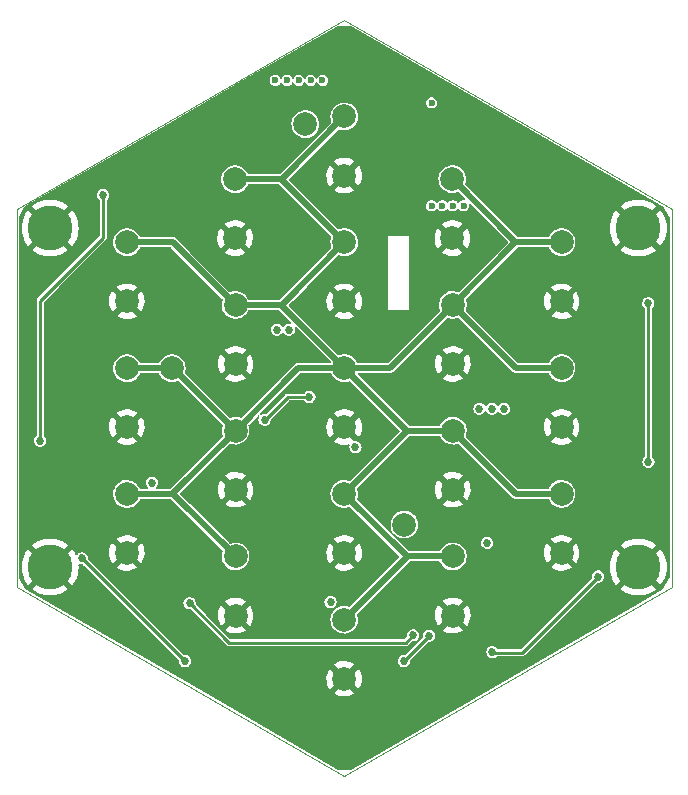
<source format=gbr>
%TF.GenerationSoftware,KiCad,Pcbnew,(6.0.5-0)*%
%TF.CreationDate,2022-06-15T09:27:56+02:00*%
%TF.ProjectId,speaker,73706561-6b65-4722-9e6b-696361645f70,rev?*%
%TF.SameCoordinates,Original*%
%TF.FileFunction,Copper,L1,Top*%
%TF.FilePolarity,Positive*%
%FSLAX46Y46*%
G04 Gerber Fmt 4.6, Leading zero omitted, Abs format (unit mm)*
G04 Created by KiCad (PCBNEW (6.0.5-0)) date 2022-06-15 09:27:56*
%MOMM*%
%LPD*%
G01*
G04 APERTURE LIST*
%TA.AperFunction,Profile*%
%ADD10C,0.088304*%
%TD*%
%TA.AperFunction,ComponentPad*%
%ADD11C,2.000000*%
%TD*%
%TA.AperFunction,ComponentPad*%
%ADD12C,2.600000*%
%TD*%
%TA.AperFunction,ConnectorPad*%
%ADD13C,3.800000*%
%TD*%
%TA.AperFunction,ViaPad*%
%ADD14C,0.685800*%
%TD*%
%TA.AperFunction,ViaPad*%
%ADD15C,0.600000*%
%TD*%
%TA.AperFunction,Conductor*%
%ADD16C,0.254000*%
%TD*%
%TA.AperFunction,Conductor*%
%ADD17C,0.500000*%
%TD*%
%TA.AperFunction,Conductor*%
%ADD18C,0.250000*%
%TD*%
G04 APERTURE END LIST*
D10*
X57987239Y-73149866D02*
X85700040Y-89150019D01*
X85700040Y-25149982D02*
X57987239Y-41149998D01*
X85700040Y-25149982D02*
X85700040Y-25149982D01*
X57987239Y-73149866D02*
X57987239Y-73149866D01*
X85700040Y-89150019D02*
X113412761Y-73149866D01*
X57987239Y-41149998D02*
X57987239Y-41149998D01*
X113412761Y-41149998D02*
X85700040Y-25149982D01*
X113412761Y-41149998D02*
X113412761Y-41149998D01*
X57987239Y-41149998D02*
X57987239Y-73149866D01*
X113412761Y-73149866D02*
X113412761Y-41149998D01*
X113412761Y-73149866D02*
X113412761Y-73149866D01*
D11*
%TO.P,M15,1*%
%TO.N,/Trancducer Sig*%
X94900000Y-59950000D03*
%TO.P,M15,2*%
%TO.N,GND*%
X94900000Y-64950000D03*
%TD*%
%TO.P,M6,1*%
%TO.N,/Trancducer Sig*%
X94900000Y-70600000D03*
%TO.P,M6,2*%
%TO.N,GND*%
X94900000Y-75600000D03*
%TD*%
%TO.P,M7,1*%
%TO.N,/Trancducer Sig*%
X85700000Y-75950000D03*
%TO.P,M7,2*%
%TO.N,GND*%
X85700000Y-80950000D03*
%TD*%
%TO.P,M11,1*%
%TO.N,/Trancducer Sig*%
X67300000Y-44000000D03*
%TO.P,M11,2*%
%TO.N,GND*%
X67300000Y-49000000D03*
%TD*%
%TO.P,M12,1*%
%TO.N,/Trancducer Sig*%
X76450000Y-38650000D03*
%TO.P,M12,2*%
%TO.N,GND*%
X76450000Y-43650000D03*
%TD*%
%TO.P,M9,1*%
%TO.N,/Trancducer Sig*%
X67300000Y-65300000D03*
%TO.P,M9,2*%
%TO.N,GND*%
X67300000Y-70300000D03*
%TD*%
%TO.P,M19,1*%
%TO.N,/Trancducer Sig*%
X85700000Y-54650000D03*
%TO.P,M19,2*%
%TO.N,GND*%
X85700000Y-59650000D03*
%TD*%
%TO.P,M5,1*%
%TO.N,/Trancducer Sig*%
X104100000Y-65300000D03*
%TO.P,M5,2*%
%TO.N,GND*%
X104100000Y-70300000D03*
%TD*%
%TO.P,M1,1*%
%TO.N,/Trancducer Sig*%
X85700000Y-33350000D03*
%TO.P,M1,2*%
%TO.N,GND*%
X85700000Y-38350000D03*
%TD*%
%TO.P,M14,1*%
%TO.N,/Trancducer Sig*%
X94900000Y-49300000D03*
%TO.P,M14,2*%
%TO.N,GND*%
X94900000Y-54300000D03*
%TD*%
%TO.P,M8,1*%
%TO.N,/Trancducer Sig*%
X76500000Y-70600000D03*
%TO.P,M8,2*%
%TO.N,GND*%
X76500000Y-75600000D03*
%TD*%
%TO.P,M16,1*%
%TO.N,/Trancducer Sig*%
X85700000Y-65300000D03*
%TO.P,M16,2*%
%TO.N,GND*%
X85700000Y-70300000D03*
%TD*%
%TO.P,M13,1*%
%TO.N,/Trancducer Sig*%
X85700000Y-44000000D03*
%TO.P,M13,2*%
%TO.N,GND*%
X85700000Y-49000000D03*
%TD*%
%TO.P,M4,1*%
%TO.N,/Trancducer Sig*%
X104100000Y-54650000D03*
%TO.P,M4,2*%
%TO.N,GND*%
X104100000Y-59650000D03*
%TD*%
%TO.P,M3,1*%
%TO.N,/Trancducer Sig*%
X104100000Y-44000000D03*
%TO.P,M3,2*%
%TO.N,GND*%
X104100000Y-49000000D03*
%TD*%
%TO.P,M2,1*%
%TO.N,/Trancducer Sig*%
X94850000Y-38650000D03*
%TO.P,M2,2*%
%TO.N,GND*%
X94850000Y-43650000D03*
%TD*%
%TO.P,M10,1*%
%TO.N,/Trancducer Sig*%
X67300000Y-54650000D03*
%TO.P,M10,2*%
%TO.N,GND*%
X67300000Y-59650000D03*
%TD*%
%TO.P,M17,1*%
%TO.N,/Trancducer Sig*%
X76500000Y-59950000D03*
%TO.P,M17,2*%
%TO.N,GND*%
X76500000Y-64950000D03*
%TD*%
%TO.P,M18,1*%
%TO.N,/Trancducer Sig*%
X76500000Y-49300000D03*
%TO.P,M18,2*%
%TO.N,GND*%
X76500000Y-54300000D03*
%TD*%
%TO.P,TP3,1,1*%
%TO.N,/Audio Sig*%
X90800000Y-67900000D03*
%TD*%
%TO.P,TP2,1,1*%
%TO.N,/Trancducer Sig*%
X71100000Y-54650000D03*
%TD*%
%TO.P,TP1,1,1*%
%TO.N,+24V*%
X82400000Y-34000000D03*
%TD*%
D12*
%TO.P,H1,1,1*%
%TO.N,GND*%
X60800000Y-42800000D03*
D13*
X60800000Y-42800000D03*
%TD*%
D12*
%TO.P,H2,1,1*%
%TO.N,GND*%
X60800000Y-71500000D03*
D13*
X60800000Y-71500000D03*
%TD*%
D12*
%TO.P,H4,1,1*%
%TO.N,GND*%
X110600000Y-42800000D03*
D13*
X110600000Y-42800000D03*
%TD*%
%TO.P,H3,1,1*%
%TO.N,GND*%
X110600000Y-71500000D03*
D12*
X110600000Y-71500000D03*
%TD*%
D14*
%TO.N,+5V*%
X98200000Y-58100000D03*
D15*
X93100000Y-40900000D03*
D14*
X99250000Y-58100000D03*
X84537500Y-74462500D03*
D15*
X94900000Y-40900000D03*
D14*
X97150000Y-58100000D03*
D15*
X94000000Y-40900000D03*
X93100000Y-32200000D03*
D14*
X97800000Y-69450000D03*
D15*
X95800000Y-40900000D03*
%TO.N,GND*%
X85350000Y-40250000D03*
D14*
X80500000Y-59450000D03*
D15*
X73600000Y-33550000D03*
X86300000Y-41150000D03*
D14*
X72600000Y-51900000D03*
X74150000Y-71600000D03*
X80500000Y-54750000D03*
X88700000Y-76650000D03*
X81400000Y-69900000D03*
X87050000Y-51950000D03*
D15*
X74550000Y-32700000D03*
D14*
X74050000Y-66650000D03*
D15*
X85350000Y-41150000D03*
D14*
X72600000Y-59000000D03*
X79850000Y-72950000D03*
X87400000Y-76650000D03*
D15*
X91700000Y-56400000D03*
X86300000Y-40250000D03*
D14*
X83150000Y-63200000D03*
D15*
X73600000Y-35050000D03*
%TO.N,+24V*%
X83850000Y-30300000D03*
D14*
X80000000Y-51400000D03*
D15*
X80850000Y-30300000D03*
D14*
X86650000Y-61350000D03*
D15*
X82850000Y-30300000D03*
D14*
X69450000Y-64350000D03*
D15*
X79850000Y-30300000D03*
D14*
X81000000Y-51400000D03*
D15*
X81850000Y-30300000D03*
D14*
%TO.N,/CS*%
X72218933Y-79450000D03*
X59945000Y-60795000D03*
X63500000Y-70750000D03*
X92900000Y-77300000D03*
X65300000Y-40000000D03*
X90750000Y-79450000D03*
%TO.N,/SCL*%
X91530000Y-77280000D03*
X72600000Y-74550000D03*
%TO.N,/SDA*%
X111455000Y-62595000D03*
X111450000Y-49150000D03*
X98246728Y-78703272D03*
X107200000Y-72300000D03*
%TO.N,Net-(C10-Pad1)*%
X78950000Y-59037500D03*
X82750000Y-57100000D03*
%TD*%
D16*
%TO.N,/CS*%
X72200000Y-79450000D02*
X72218933Y-79450000D01*
X63500000Y-70750000D02*
X72200000Y-79450000D01*
X65300000Y-43600000D02*
X59945000Y-48955000D01*
X92900000Y-77300000D02*
X90750000Y-79450000D01*
X59945000Y-48955000D02*
X59945000Y-60795000D01*
X65300000Y-40000000D02*
X65300000Y-43600000D01*
D17*
%TO.N,/Trancducer Sig*%
X100200000Y-44000000D02*
X104100000Y-44000000D01*
X80400000Y-38650000D02*
X85700000Y-33350000D01*
X85700000Y-65300000D02*
X91000000Y-70600000D01*
X100250000Y-54650000D02*
X104100000Y-54650000D01*
X85700000Y-54650000D02*
X81800000Y-54650000D01*
X71200000Y-54650000D02*
X67300000Y-54650000D01*
X71150000Y-65300000D02*
X71200000Y-65300000D01*
X80400000Y-49300000D02*
X85700000Y-44000000D01*
X89550000Y-54650000D02*
X94900000Y-49300000D01*
X71150000Y-65300000D02*
X67300000Y-65300000D01*
X80350000Y-38650000D02*
X76450000Y-38650000D01*
X91000000Y-70650000D02*
X85700000Y-75950000D01*
X91000000Y-70600000D02*
X91000000Y-70650000D01*
X94889259Y-38650000D02*
X94850000Y-38650000D01*
X80350000Y-49300000D02*
X80400000Y-49300000D01*
X94900000Y-59950000D02*
X100250000Y-65300000D01*
X76500000Y-59950000D02*
X71200000Y-54650000D01*
X76500000Y-49300000D02*
X71200000Y-44000000D01*
X81800000Y-54650000D02*
X76500000Y-59950000D01*
X80350000Y-49300000D02*
X76500000Y-49300000D01*
X90925000Y-60075000D02*
X85700000Y-65300000D01*
X100200000Y-43960741D02*
X94889259Y-38650000D01*
X90925000Y-59875000D02*
X91000000Y-59950000D01*
X71200000Y-65300000D02*
X76500000Y-70600000D01*
X94900000Y-49300000D02*
X100250000Y-54650000D01*
X94900000Y-49300000D02*
X100200000Y-44000000D01*
X80350000Y-38650000D02*
X80400000Y-38650000D01*
X71200000Y-44000000D02*
X67300000Y-44000000D01*
X91000000Y-59950000D02*
X94900000Y-59950000D01*
X91000000Y-70600000D02*
X94900000Y-70600000D01*
X85700000Y-54650000D02*
X89550000Y-54650000D01*
X90925000Y-59875000D02*
X90925000Y-60075000D01*
X85700000Y-44000000D02*
X80350000Y-38650000D01*
X76500000Y-59950000D02*
X71150000Y-65300000D01*
X100200000Y-44000000D02*
X100200000Y-43960741D01*
X100250000Y-65300000D02*
X104100000Y-65300000D01*
X85700000Y-54650000D02*
X90925000Y-59875000D01*
X85700000Y-54650000D02*
X80350000Y-49300000D01*
D16*
%TO.N,/SCL*%
X91530000Y-77280000D02*
X90890589Y-77919411D01*
X75969411Y-77919411D02*
X72600000Y-74550000D01*
X90890589Y-77919411D02*
X75969411Y-77919411D01*
%TO.N,/SDA*%
X100750000Y-78750000D02*
X107200000Y-72300000D01*
X98293456Y-78750000D02*
X100750000Y-78750000D01*
X98246728Y-78703272D02*
X98293456Y-78750000D01*
X111455000Y-49155000D02*
X111450000Y-49150000D01*
X111455000Y-62595000D02*
X111455000Y-49155000D01*
D18*
%TO.N,Net-(C10-Pad1)*%
X78962500Y-59037500D02*
X78950000Y-59037500D01*
X82750000Y-57100000D02*
X80900000Y-57100000D01*
X80900000Y-57100000D02*
X78962500Y-59037500D01*
%TD*%
%TA.AperFunction,Conductor*%
%TO.N,GND*%
G36*
X85700040Y-25649984D02*
G01*
X86202559Y-25649984D01*
X86244559Y-25661238D01*
X102667442Y-35143035D01*
X112638977Y-40900128D01*
X112697745Y-40934058D01*
X112728491Y-40964804D01*
X113231007Y-41835190D01*
X113242261Y-41877189D01*
X113242261Y-72422675D01*
X113231007Y-72464675D01*
X112728492Y-73335062D01*
X112697746Y-73365808D01*
X110107042Y-74861571D01*
X86244558Y-88638760D01*
X86202558Y-88650014D01*
X85700040Y-88650015D01*
X85197521Y-88650015D01*
X85155522Y-88638761D01*
X73962008Y-82176118D01*
X84833275Y-82176118D01*
X84834624Y-82181150D01*
X84839660Y-82184676D01*
X85046676Y-82305647D01*
X85052867Y-82308613D01*
X85276857Y-82394147D01*
X85283456Y-82396064D01*
X85518412Y-82443867D01*
X85525224Y-82444679D01*
X85764841Y-82453466D01*
X85771692Y-82453155D01*
X86009520Y-82422688D01*
X86016236Y-82421260D01*
X86245882Y-82352363D01*
X86252294Y-82349850D01*
X86467600Y-82244373D01*
X86473507Y-82240852D01*
X86557048Y-82181262D01*
X86563888Y-82171309D01*
X86563476Y-82167029D01*
X85710473Y-81314026D01*
X85699530Y-81308923D01*
X85692836Y-81310717D01*
X84838378Y-82165175D01*
X84833275Y-82176118D01*
X73962008Y-82176118D01*
X71780598Y-80916668D01*
X84195506Y-80916668D01*
X84209309Y-81156041D01*
X84210264Y-81162832D01*
X84262977Y-81396740D01*
X84265030Y-81403292D01*
X84355233Y-81625434D01*
X84358335Y-81631576D01*
X84467068Y-81809011D01*
X84476518Y-81816528D01*
X84479515Y-81816449D01*
X84480918Y-81815529D01*
X85335974Y-80960473D01*
X85340639Y-80950470D01*
X86058923Y-80950470D01*
X86060717Y-80957164D01*
X86912200Y-81808647D01*
X86923143Y-81813750D01*
X86927340Y-81812625D01*
X86988149Y-81728001D01*
X86991684Y-81722118D01*
X87097919Y-81507167D01*
X87100447Y-81500780D01*
X87170146Y-81271376D01*
X87171600Y-81264652D01*
X87203052Y-81025740D01*
X87203398Y-81021297D01*
X87205087Y-80952227D01*
X87204959Y-80947783D01*
X87185212Y-80707597D01*
X87184091Y-80700833D01*
X87125682Y-80468293D01*
X87123465Y-80461779D01*
X87027862Y-80241909D01*
X87024612Y-80235847D01*
X86931741Y-80092291D01*
X86922112Y-80085008D01*
X86918567Y-80085187D01*
X86917951Y-80085602D01*
X86064026Y-80939527D01*
X86058923Y-80950470D01*
X85340639Y-80950470D01*
X85341077Y-80949530D01*
X85339283Y-80942836D01*
X84487613Y-80091166D01*
X84476670Y-80086063D01*
X84472762Y-80087111D01*
X84393232Y-80203698D01*
X84389837Y-80209674D01*
X84288887Y-80427152D01*
X84286514Y-80433601D01*
X84222441Y-80664639D01*
X84221152Y-80671400D01*
X84195675Y-80909794D01*
X84195506Y-80916668D01*
X71780598Y-80916668D01*
X58705114Y-73367458D01*
X59291935Y-73367458D01*
X59293077Y-73371720D01*
X59509333Y-73528838D01*
X59513788Y-73531666D01*
X59773796Y-73674607D01*
X59778566Y-73676851D01*
X60054433Y-73786074D01*
X60059452Y-73787705D01*
X60346834Y-73861492D01*
X60352017Y-73862481D01*
X60646397Y-73899670D01*
X60651637Y-73900000D01*
X60948363Y-73900000D01*
X60953603Y-73899670D01*
X61247983Y-73862481D01*
X61253166Y-73861492D01*
X61540548Y-73787705D01*
X61545567Y-73786074D01*
X61821434Y-73676851D01*
X61826204Y-73674607D01*
X62086212Y-73531666D01*
X62090667Y-73528838D01*
X62301452Y-73375694D01*
X62308204Y-73365684D01*
X62307743Y-73361296D01*
X60810473Y-71864026D01*
X60799530Y-71858923D01*
X60792836Y-71860717D01*
X59297038Y-73356515D01*
X59291935Y-73367458D01*
X58705114Y-73367458D01*
X58702254Y-73365807D01*
X58671508Y-73335061D01*
X58168993Y-72464675D01*
X58157739Y-72422675D01*
X58157739Y-71502639D01*
X58395421Y-71502639D01*
X58414051Y-71798752D01*
X58414713Y-71803994D01*
X58470309Y-72095443D01*
X58471618Y-72100543D01*
X58563311Y-72382741D01*
X58565250Y-72387636D01*
X58691577Y-72656096D01*
X58694123Y-72660728D01*
X58853102Y-72911240D01*
X58856206Y-72915512D01*
X58925871Y-72999723D01*
X58936285Y-73005833D01*
X58941496Y-73004951D01*
X60435974Y-71510473D01*
X60440639Y-71500470D01*
X61158923Y-71500470D01*
X61160717Y-71507164D01*
X62654215Y-73000662D01*
X62665158Y-73005765D01*
X62670262Y-73004397D01*
X62743794Y-72915512D01*
X62746898Y-72911240D01*
X62905877Y-72660728D01*
X62908423Y-72656096D01*
X63034750Y-72387636D01*
X63036689Y-72382741D01*
X63128382Y-72100543D01*
X63129691Y-72095443D01*
X63185287Y-71803994D01*
X63185949Y-71798752D01*
X63204579Y-71502639D01*
X63204579Y-71497361D01*
X63192882Y-71311434D01*
X63209105Y-71256313D01*
X63256964Y-71224515D01*
X63301765Y-71225982D01*
X63417073Y-71262007D01*
X63423050Y-71262117D01*
X63423053Y-71262117D01*
X63488357Y-71263314D01*
X63560642Y-71264638D01*
X63618499Y-71289227D01*
X71679913Y-79350642D01*
X71704196Y-79402718D01*
X71703516Y-79422962D01*
X71700293Y-79443663D01*
X71701069Y-79449597D01*
X71701069Y-79449598D01*
X71717964Y-79578797D01*
X71719361Y-79589483D01*
X71778589Y-79724090D01*
X71782438Y-79728669D01*
X71782440Y-79728672D01*
X71869364Y-79832080D01*
X71869366Y-79832082D01*
X71873217Y-79836663D01*
X71995636Y-79918152D01*
X72136006Y-79962007D01*
X72141983Y-79962117D01*
X72141986Y-79962117D01*
X72216460Y-79963482D01*
X72283042Y-79964702D01*
X72288814Y-79963128D01*
X72288817Y-79963128D01*
X72419152Y-79927594D01*
X72419153Y-79927594D01*
X72424925Y-79926020D01*
X72430023Y-79922890D01*
X72430025Y-79922889D01*
X72545149Y-79852202D01*
X72545150Y-79852201D01*
X72550248Y-79849071D01*
X72554261Y-79844637D01*
X72554264Y-79844635D01*
X72644924Y-79744475D01*
X72648937Y-79740042D01*
X72654676Y-79728198D01*
X84835781Y-79728198D01*
X84836336Y-79732783D01*
X85689527Y-80585974D01*
X85700470Y-80591077D01*
X85707164Y-80589283D01*
X86559994Y-79736453D01*
X86565097Y-79725510D01*
X86563815Y-79720726D01*
X86535633Y-79698469D01*
X86529918Y-79694672D01*
X86320010Y-79578797D01*
X86313743Y-79575980D01*
X86087733Y-79495945D01*
X86081085Y-79494189D01*
X85845042Y-79452144D01*
X85838200Y-79451497D01*
X85598452Y-79448567D01*
X85591597Y-79449047D01*
X85354595Y-79485313D01*
X85347911Y-79486906D01*
X85120007Y-79561396D01*
X85113681Y-79564055D01*
X84901006Y-79674767D01*
X84895188Y-79678431D01*
X84842374Y-79718084D01*
X84835781Y-79728198D01*
X72654676Y-79728198D01*
X72710450Y-79613081D01*
X72713059Y-79607696D01*
X72737457Y-79462672D01*
X72737612Y-79450000D01*
X72737152Y-79446787D01*
X72736705Y-79443663D01*
X90231360Y-79443663D01*
X90232136Y-79449597D01*
X90232136Y-79449598D01*
X90249031Y-79578797D01*
X90250428Y-79589483D01*
X90309656Y-79724090D01*
X90313505Y-79728669D01*
X90313507Y-79728672D01*
X90400431Y-79832080D01*
X90400433Y-79832082D01*
X90404284Y-79836663D01*
X90526703Y-79918152D01*
X90667073Y-79962007D01*
X90673050Y-79962117D01*
X90673053Y-79962117D01*
X90747527Y-79963482D01*
X90814109Y-79964702D01*
X90819881Y-79963128D01*
X90819884Y-79963128D01*
X90950219Y-79927594D01*
X90950220Y-79927594D01*
X90955992Y-79926020D01*
X90961090Y-79922890D01*
X90961092Y-79922889D01*
X91076216Y-79852202D01*
X91076217Y-79852201D01*
X91081315Y-79849071D01*
X91085328Y-79844637D01*
X91085331Y-79844635D01*
X91175991Y-79744475D01*
X91180004Y-79740042D01*
X91185743Y-79728198D01*
X91241517Y-79613081D01*
X91244126Y-79607696D01*
X91268524Y-79462672D01*
X91268679Y-79450000D01*
X91262365Y-79405912D01*
X91274164Y-79349679D01*
X91286120Y-79334608D01*
X91923793Y-78696935D01*
X97728088Y-78696935D01*
X97747156Y-78842755D01*
X97806384Y-78977362D01*
X97810233Y-78981941D01*
X97810235Y-78981944D01*
X97897159Y-79085352D01*
X97897161Y-79085354D01*
X97901012Y-79089935D01*
X98023431Y-79171424D01*
X98029141Y-79173208D01*
X98038593Y-79176161D01*
X98163801Y-79215279D01*
X98169778Y-79215389D01*
X98169781Y-79215389D01*
X98244255Y-79216754D01*
X98310837Y-79217974D01*
X98316609Y-79216400D01*
X98316612Y-79216400D01*
X98446947Y-79180866D01*
X98446948Y-79180866D01*
X98452720Y-79179292D01*
X98457818Y-79176162D01*
X98457820Y-79176161D01*
X98515382Y-79140817D01*
X98578043Y-79102343D01*
X98602676Y-79075130D01*
X98653479Y-79048287D01*
X98664952Y-79047500D01*
X100696432Y-79047500D01*
X100701271Y-79047855D01*
X100705787Y-79049406D01*
X100713539Y-79049115D01*
X100754983Y-79047559D01*
X100758134Y-79047500D01*
X100777668Y-79047500D01*
X100781472Y-79046791D01*
X100783340Y-79046619D01*
X100787908Y-79046323D01*
X100808788Y-79045539D01*
X100808789Y-79045539D01*
X100816537Y-79045248D01*
X100828435Y-79040136D01*
X100846219Y-79034733D01*
X100851327Y-79033782D01*
X100851329Y-79033781D01*
X100858954Y-79032361D01*
X100882277Y-79017985D01*
X100893192Y-79012315D01*
X100912920Y-79003839D01*
X100918364Y-79001500D01*
X100923202Y-78997526D01*
X100928679Y-78992049D01*
X100943999Y-78979939D01*
X100946694Y-78978278D01*
X100946695Y-78978277D01*
X100953298Y-78974207D01*
X100971365Y-78950448D01*
X100978832Y-78941896D01*
X106553270Y-73367458D01*
X109091935Y-73367458D01*
X109093077Y-73371720D01*
X109309333Y-73528838D01*
X109313788Y-73531666D01*
X109573796Y-73674607D01*
X109578566Y-73676851D01*
X109854433Y-73786074D01*
X109859452Y-73787705D01*
X110146834Y-73861492D01*
X110152017Y-73862481D01*
X110446397Y-73899670D01*
X110451637Y-73900000D01*
X110748363Y-73900000D01*
X110753603Y-73899670D01*
X111047983Y-73862481D01*
X111053166Y-73861492D01*
X111340548Y-73787705D01*
X111345567Y-73786074D01*
X111621434Y-73676851D01*
X111626204Y-73674607D01*
X111886212Y-73531666D01*
X111890667Y-73528838D01*
X112101452Y-73375694D01*
X112108204Y-73365684D01*
X112107743Y-73361296D01*
X110610473Y-71864026D01*
X110599530Y-71858923D01*
X110592836Y-71860717D01*
X109097038Y-73356515D01*
X109091935Y-73367458D01*
X106553270Y-73367458D01*
X107083628Y-72837100D01*
X107135704Y-72812817D01*
X107144564Y-72812511D01*
X107175845Y-72813084D01*
X107264109Y-72814702D01*
X107269881Y-72813128D01*
X107269884Y-72813128D01*
X107400219Y-72777594D01*
X107400220Y-72777594D01*
X107405992Y-72776020D01*
X107411090Y-72772890D01*
X107411092Y-72772889D01*
X107526216Y-72702202D01*
X107526217Y-72702201D01*
X107531315Y-72699071D01*
X107535328Y-72694637D01*
X107535331Y-72694635D01*
X107625991Y-72594475D01*
X107630004Y-72590042D01*
X107694126Y-72457696D01*
X107705913Y-72387636D01*
X107717986Y-72315870D01*
X107718524Y-72312672D01*
X107718679Y-72300000D01*
X107718219Y-72296787D01*
X107698679Y-72160344D01*
X107698679Y-72160343D01*
X107697831Y-72154424D01*
X107636962Y-72020551D01*
X107540967Y-71909142D01*
X107529662Y-71901814D01*
X107422583Y-71832410D01*
X107417561Y-71829155D01*
X107411831Y-71827441D01*
X107411828Y-71827440D01*
X107282398Y-71788732D01*
X107282396Y-71788732D01*
X107276666Y-71787018D01*
X107270686Y-71786981D01*
X107270683Y-71786981D01*
X107201318Y-71786558D01*
X107129607Y-71786120D01*
X107123851Y-71787765D01*
X107070003Y-71803155D01*
X106988208Y-71826532D01*
X106863834Y-71905006D01*
X106766484Y-72015233D01*
X106703985Y-72148353D01*
X106703065Y-72154264D01*
X106703064Y-72154266D01*
X106702118Y-72160344D01*
X106681360Y-72293663D01*
X106682136Y-72299598D01*
X106688050Y-72344827D01*
X106675564Y-72400914D01*
X106664156Y-72415115D01*
X100651375Y-78427897D01*
X100599299Y-78452180D01*
X100591978Y-78452500D01*
X98746902Y-78452500D01*
X98692908Y-78432848D01*
X98683266Y-78423331D01*
X98591600Y-78316946D01*
X98587695Y-78312414D01*
X98576390Y-78305086D01*
X98469311Y-78235682D01*
X98464289Y-78232427D01*
X98458559Y-78230713D01*
X98458556Y-78230712D01*
X98329126Y-78192004D01*
X98329124Y-78192004D01*
X98323394Y-78190290D01*
X98317414Y-78190253D01*
X98317411Y-78190253D01*
X98248046Y-78189830D01*
X98176335Y-78189392D01*
X98170579Y-78191037D01*
X98080531Y-78216773D01*
X98034936Y-78229804D01*
X97910562Y-78308278D01*
X97813212Y-78418505D01*
X97810671Y-78423916D01*
X97810671Y-78423917D01*
X97806478Y-78432848D01*
X97750713Y-78551625D01*
X97728088Y-78696935D01*
X91923793Y-78696935D01*
X92783628Y-77837100D01*
X92835704Y-77812817D01*
X92844564Y-77812511D01*
X92875845Y-77813084D01*
X92964109Y-77814702D01*
X92969881Y-77813128D01*
X92969884Y-77813128D01*
X93100219Y-77777594D01*
X93100220Y-77777594D01*
X93105992Y-77776020D01*
X93111090Y-77772890D01*
X93111092Y-77772889D01*
X93226216Y-77702202D01*
X93226217Y-77702201D01*
X93231315Y-77699071D01*
X93235328Y-77694637D01*
X93235331Y-77694635D01*
X93301447Y-77621591D01*
X93330004Y-77590042D01*
X93337547Y-77574475D01*
X93391517Y-77463081D01*
X93394126Y-77457696D01*
X93418524Y-77312672D01*
X93418679Y-77300000D01*
X93418088Y-77295870D01*
X93398679Y-77160344D01*
X93398679Y-77160343D01*
X93397831Y-77154424D01*
X93336962Y-77020551D01*
X93240967Y-76909142D01*
X93229662Y-76901814D01*
X93122583Y-76832410D01*
X93117561Y-76829155D01*
X93111831Y-76827441D01*
X93111828Y-76827440D01*
X93107408Y-76826118D01*
X94033275Y-76826118D01*
X94034624Y-76831150D01*
X94039660Y-76834676D01*
X94246676Y-76955647D01*
X94252867Y-76958613D01*
X94476857Y-77044147D01*
X94483456Y-77046064D01*
X94718412Y-77093867D01*
X94725224Y-77094679D01*
X94964841Y-77103466D01*
X94971692Y-77103155D01*
X95209520Y-77072688D01*
X95216236Y-77071260D01*
X95445882Y-77002363D01*
X95452294Y-76999850D01*
X95667600Y-76894373D01*
X95673507Y-76890852D01*
X95757048Y-76831262D01*
X95763888Y-76821309D01*
X95763476Y-76817029D01*
X94910473Y-75964026D01*
X94899530Y-75958923D01*
X94892836Y-75960717D01*
X94038378Y-76815175D01*
X94033275Y-76826118D01*
X93107408Y-76826118D01*
X92982398Y-76788732D01*
X92982396Y-76788732D01*
X92976666Y-76787018D01*
X92970686Y-76786981D01*
X92970683Y-76786981D01*
X92901318Y-76786558D01*
X92829607Y-76786120D01*
X92823851Y-76787765D01*
X92755010Y-76807440D01*
X92688208Y-76826532D01*
X92563834Y-76905006D01*
X92466484Y-77015233D01*
X92463943Y-77020644D01*
X92463943Y-77020645D01*
X92462421Y-77023886D01*
X92403985Y-77148353D01*
X92403065Y-77154264D01*
X92403064Y-77154266D01*
X92402118Y-77160344D01*
X92381360Y-77293663D01*
X92388051Y-77344827D01*
X92375566Y-77400912D01*
X92364157Y-77415115D01*
X90866975Y-78912297D01*
X90814899Y-78936580D01*
X90807065Y-78936898D01*
X90757059Y-78936593D01*
X90679607Y-78936120D01*
X90538208Y-78976532D01*
X90413834Y-79055006D01*
X90316484Y-79165233D01*
X90253985Y-79298353D01*
X90253065Y-79304264D01*
X90253064Y-79304266D01*
X90243714Y-79364319D01*
X90231360Y-79443663D01*
X72736705Y-79443663D01*
X72717612Y-79310344D01*
X72717612Y-79310343D01*
X72716764Y-79304424D01*
X72655895Y-79170551D01*
X72559900Y-79059142D01*
X72548595Y-79051814D01*
X72441516Y-78982410D01*
X72436494Y-78979155D01*
X72430764Y-78977441D01*
X72430761Y-78977440D01*
X72301331Y-78938732D01*
X72301329Y-78938732D01*
X72295599Y-78937018D01*
X72289619Y-78936981D01*
X72289616Y-78936981D01*
X72219305Y-78936552D01*
X72148540Y-78936120D01*
X72148546Y-78935071D01*
X72097780Y-78924098D01*
X72083140Y-78912412D01*
X67714391Y-74543663D01*
X72081360Y-74543663D01*
X72082136Y-74549597D01*
X72082136Y-74549598D01*
X72084265Y-74565875D01*
X72100428Y-74689483D01*
X72159656Y-74824090D01*
X72163505Y-74828669D01*
X72163507Y-74828672D01*
X72250431Y-74932080D01*
X72250433Y-74932082D01*
X72254284Y-74936663D01*
X72376703Y-75018152D01*
X72517073Y-75062007D01*
X72523050Y-75062117D01*
X72523053Y-75062117D01*
X72588357Y-75063314D01*
X72660642Y-75064638D01*
X72718499Y-75089227D01*
X75721170Y-78091899D01*
X75724339Y-78095571D01*
X75726436Y-78099860D01*
X75732123Y-78105135D01*
X75762516Y-78133329D01*
X75764786Y-78135515D01*
X75778611Y-78149340D01*
X75781804Y-78151530D01*
X75783229Y-78152714D01*
X75786673Y-78155738D01*
X75807688Y-78175232D01*
X75814889Y-78178105D01*
X75819719Y-78180032D01*
X75836109Y-78188783D01*
X75846794Y-78196113D01*
X75873451Y-78202439D01*
X75885173Y-78206145D01*
X75910625Y-78216300D01*
X75916856Y-78216911D01*
X75924604Y-78216911D01*
X75943997Y-78219181D01*
X75954626Y-78221703D01*
X75962312Y-78220657D01*
X75984202Y-78217678D01*
X75995529Y-78216911D01*
X90837021Y-78216911D01*
X90841860Y-78217266D01*
X90846376Y-78218817D01*
X90854128Y-78218526D01*
X90895572Y-78216970D01*
X90898723Y-78216911D01*
X90918257Y-78216911D01*
X90922061Y-78216202D01*
X90923929Y-78216030D01*
X90928497Y-78215734D01*
X90949377Y-78214950D01*
X90949378Y-78214950D01*
X90957126Y-78214659D01*
X90969024Y-78209547D01*
X90986808Y-78204144D01*
X90991916Y-78203193D01*
X90991918Y-78203192D01*
X90999543Y-78201772D01*
X91022866Y-78187396D01*
X91033781Y-78181726D01*
X91053509Y-78173250D01*
X91058953Y-78170911D01*
X91063791Y-78166937D01*
X91069268Y-78161460D01*
X91084588Y-78149350D01*
X91087283Y-78147689D01*
X91087284Y-78147688D01*
X91093887Y-78143618D01*
X91111953Y-78119859D01*
X91119420Y-78111308D01*
X91413629Y-77817100D01*
X91465705Y-77792817D01*
X91474565Y-77792511D01*
X91502286Y-77793019D01*
X91594109Y-77794702D01*
X91599881Y-77793128D01*
X91599884Y-77793128D01*
X91730219Y-77757594D01*
X91730220Y-77757594D01*
X91735992Y-77756020D01*
X91741090Y-77752890D01*
X91741092Y-77752889D01*
X91856216Y-77682202D01*
X91856217Y-77682201D01*
X91861315Y-77679071D01*
X91865328Y-77674637D01*
X91865331Y-77674635D01*
X91941901Y-77590042D01*
X91960004Y-77570042D01*
X92017296Y-77451794D01*
X92021517Y-77443081D01*
X92024126Y-77437696D01*
X92048524Y-77292672D01*
X92048679Y-77280000D01*
X92048219Y-77276787D01*
X92028679Y-77140344D01*
X92028679Y-77140343D01*
X92027831Y-77134424D01*
X91966962Y-77000551D01*
X91870967Y-76889142D01*
X91859662Y-76881814D01*
X91752583Y-76812410D01*
X91747561Y-76809155D01*
X91741831Y-76807441D01*
X91741828Y-76807440D01*
X91612398Y-76768732D01*
X91612396Y-76768732D01*
X91606666Y-76767018D01*
X91600686Y-76766981D01*
X91600683Y-76766981D01*
X91531318Y-76766558D01*
X91459607Y-76766120D01*
X91453851Y-76767765D01*
X91383873Y-76787765D01*
X91318208Y-76806532D01*
X91193834Y-76885006D01*
X91096484Y-76995233D01*
X91093943Y-77000644D01*
X91093943Y-77000645D01*
X91091429Y-77005999D01*
X91033985Y-77128353D01*
X91033065Y-77134264D01*
X91033064Y-77134266D01*
X91029004Y-77160344D01*
X91011360Y-77273663D01*
X91018051Y-77324827D01*
X91005566Y-77380912D01*
X90994157Y-77395115D01*
X90791964Y-77597308D01*
X90739888Y-77621591D01*
X90732567Y-77621911D01*
X76127433Y-77621911D01*
X76073439Y-77602259D01*
X76068036Y-77597308D01*
X75296846Y-76826118D01*
X75633275Y-76826118D01*
X75634624Y-76831150D01*
X75639660Y-76834676D01*
X75846676Y-76955647D01*
X75852867Y-76958613D01*
X76076857Y-77044147D01*
X76083456Y-77046064D01*
X76318412Y-77093867D01*
X76325224Y-77094679D01*
X76564841Y-77103466D01*
X76571692Y-77103155D01*
X76809520Y-77072688D01*
X76816236Y-77071260D01*
X77045882Y-77002363D01*
X77052294Y-76999850D01*
X77267600Y-76894373D01*
X77273507Y-76890852D01*
X77357048Y-76831262D01*
X77363888Y-76821309D01*
X77363476Y-76817029D01*
X76510473Y-75964026D01*
X76499530Y-75958923D01*
X76492836Y-75960717D01*
X75638378Y-76815175D01*
X75633275Y-76826118D01*
X75296846Y-76826118D01*
X74037396Y-75566668D01*
X74995506Y-75566668D01*
X75009309Y-75806041D01*
X75010264Y-75812832D01*
X75062977Y-76046740D01*
X75065030Y-76053292D01*
X75155233Y-76275434D01*
X75158335Y-76281576D01*
X75267068Y-76459011D01*
X75276518Y-76466528D01*
X75279515Y-76466449D01*
X75280918Y-76465529D01*
X76135974Y-75610473D01*
X76140639Y-75600470D01*
X76858923Y-75600470D01*
X76860717Y-75607164D01*
X77712200Y-76458647D01*
X77723143Y-76463750D01*
X77727340Y-76462625D01*
X77788149Y-76378001D01*
X77791684Y-76372118D01*
X77897919Y-76157167D01*
X77900447Y-76150780D01*
X77970146Y-75921376D01*
X77971600Y-75914652D01*
X78003052Y-75675740D01*
X78003398Y-75671297D01*
X78005087Y-75602227D01*
X78004959Y-75597783D01*
X77985212Y-75357597D01*
X77984091Y-75350833D01*
X77925682Y-75118293D01*
X77923465Y-75111779D01*
X77827862Y-74891909D01*
X77824612Y-74885847D01*
X77731741Y-74742291D01*
X77722112Y-74735008D01*
X77718567Y-74735187D01*
X77717951Y-74735602D01*
X76864026Y-75589527D01*
X76858923Y-75600470D01*
X76140639Y-75600470D01*
X76141077Y-75599530D01*
X76139283Y-75592836D01*
X75287613Y-74741166D01*
X75276670Y-74736063D01*
X75272762Y-74737111D01*
X75193232Y-74853698D01*
X75189837Y-74859674D01*
X75088887Y-75077152D01*
X75086514Y-75083601D01*
X75022441Y-75314639D01*
X75021152Y-75321400D01*
X74995675Y-75559794D01*
X74995506Y-75566668D01*
X74037396Y-75566668D01*
X73136890Y-74666162D01*
X73112607Y-74614086D01*
X73113451Y-74592831D01*
X73117985Y-74565875D01*
X73118524Y-74562672D01*
X73118679Y-74550000D01*
X73118219Y-74546787D01*
X73098679Y-74410344D01*
X73098679Y-74410343D01*
X73097831Y-74404424D01*
X73085907Y-74378198D01*
X75635781Y-74378198D01*
X75636336Y-74382783D01*
X76489527Y-75235974D01*
X76500470Y-75241077D01*
X76507164Y-75239283D01*
X77290284Y-74456163D01*
X84018860Y-74456163D01*
X84019636Y-74462097D01*
X84019636Y-74462098D01*
X84032788Y-74562672D01*
X84037928Y-74601983D01*
X84097156Y-74736590D01*
X84101003Y-74741166D01*
X84101007Y-74741172D01*
X84187931Y-74844580D01*
X84187933Y-74844582D01*
X84191784Y-74849163D01*
X84314203Y-74930652D01*
X84454573Y-74974507D01*
X84460550Y-74974617D01*
X84460553Y-74974617D01*
X84535027Y-74975982D01*
X84601609Y-74977202D01*
X84607381Y-74975628D01*
X84607384Y-74975628D01*
X84737719Y-74940094D01*
X84737720Y-74940094D01*
X84743492Y-74938520D01*
X84748590Y-74935390D01*
X84748592Y-74935389D01*
X84863716Y-74864702D01*
X84863717Y-74864701D01*
X84868815Y-74861571D01*
X84872828Y-74857137D01*
X84872831Y-74857135D01*
X84941858Y-74780875D01*
X84967504Y-74752542D01*
X84974981Y-74737111D01*
X85029017Y-74625581D01*
X85031626Y-74620196D01*
X85044502Y-74543663D01*
X85055486Y-74478370D01*
X85056024Y-74475172D01*
X85056179Y-74462500D01*
X85055719Y-74459287D01*
X85036179Y-74322844D01*
X85036179Y-74322843D01*
X85035331Y-74316924D01*
X84974462Y-74183051D01*
X84878467Y-74071642D01*
X84867162Y-74064314D01*
X84760083Y-73994910D01*
X84755061Y-73991655D01*
X84749331Y-73989941D01*
X84749328Y-73989940D01*
X84619898Y-73951232D01*
X84619896Y-73951232D01*
X84614166Y-73949518D01*
X84608186Y-73949481D01*
X84608183Y-73949481D01*
X84538818Y-73949058D01*
X84467107Y-73948620D01*
X84325708Y-73989032D01*
X84201334Y-74067506D01*
X84103984Y-74177733D01*
X84041485Y-74310853D01*
X84040565Y-74316764D01*
X84040564Y-74316766D01*
X84038748Y-74328431D01*
X84018860Y-74456163D01*
X77290284Y-74456163D01*
X77359994Y-74386453D01*
X77365097Y-74375510D01*
X77363815Y-74370726D01*
X77335633Y-74348469D01*
X77329918Y-74344672D01*
X77120010Y-74228797D01*
X77113743Y-74225980D01*
X76887733Y-74145945D01*
X76881085Y-74144189D01*
X76645042Y-74102144D01*
X76638200Y-74101497D01*
X76398452Y-74098567D01*
X76391597Y-74099047D01*
X76154595Y-74135313D01*
X76147911Y-74136906D01*
X75920007Y-74211396D01*
X75913681Y-74214055D01*
X75701006Y-74324767D01*
X75695188Y-74328431D01*
X75642374Y-74368084D01*
X75635781Y-74378198D01*
X73085907Y-74378198D01*
X73036962Y-74270551D01*
X72940967Y-74159142D01*
X72929662Y-74151814D01*
X72822583Y-74082410D01*
X72817561Y-74079155D01*
X72811831Y-74077441D01*
X72811828Y-74077440D01*
X72682398Y-74038732D01*
X72682396Y-74038732D01*
X72676666Y-74037018D01*
X72670686Y-74036981D01*
X72670683Y-74036981D01*
X72601318Y-74036558D01*
X72529607Y-74036120D01*
X72388208Y-74076532D01*
X72263834Y-74155006D01*
X72166484Y-74265233D01*
X72103985Y-74398353D01*
X72103065Y-74404264D01*
X72103064Y-74404266D01*
X72102118Y-74410344D01*
X72081360Y-74543663D01*
X67714391Y-74543663D01*
X64696846Y-71526118D01*
X66433275Y-71526118D01*
X66434624Y-71531150D01*
X66439660Y-71534676D01*
X66646676Y-71655647D01*
X66652867Y-71658613D01*
X66876857Y-71744147D01*
X66883456Y-71746064D01*
X67118412Y-71793867D01*
X67125224Y-71794679D01*
X67364841Y-71803466D01*
X67371692Y-71803155D01*
X67609520Y-71772688D01*
X67616236Y-71771260D01*
X67845882Y-71702363D01*
X67852294Y-71699850D01*
X68067600Y-71594373D01*
X68073507Y-71590852D01*
X68157048Y-71531262D01*
X68163888Y-71521309D01*
X68163476Y-71517029D01*
X67310473Y-70664026D01*
X67299530Y-70658923D01*
X67292836Y-70660717D01*
X66438378Y-71515175D01*
X66433275Y-71526118D01*
X64696846Y-71526118D01*
X64036890Y-70866162D01*
X64012607Y-70814086D01*
X64013451Y-70792831D01*
X64017985Y-70765875D01*
X64018524Y-70762672D01*
X64018679Y-70750000D01*
X64018212Y-70746740D01*
X63998679Y-70610344D01*
X63998679Y-70610343D01*
X63997831Y-70604424D01*
X63936962Y-70470551D01*
X63840967Y-70359142D01*
X63829662Y-70351814D01*
X63722583Y-70282410D01*
X63717561Y-70279155D01*
X63711831Y-70277441D01*
X63711828Y-70277440D01*
X63675809Y-70266668D01*
X65795506Y-70266668D01*
X65809309Y-70506041D01*
X65810264Y-70512832D01*
X65862977Y-70746740D01*
X65865030Y-70753292D01*
X65955233Y-70975434D01*
X65958335Y-70981576D01*
X66067068Y-71159011D01*
X66076518Y-71166528D01*
X66079515Y-71166449D01*
X66080918Y-71165529D01*
X66935974Y-70310473D01*
X66940639Y-70300470D01*
X67658923Y-70300470D01*
X67660717Y-70307164D01*
X68512200Y-71158647D01*
X68523143Y-71163750D01*
X68527340Y-71162625D01*
X68588149Y-71078001D01*
X68591684Y-71072118D01*
X68697919Y-70857167D01*
X68700447Y-70850780D01*
X68770146Y-70621376D01*
X68771600Y-70614652D01*
X68803052Y-70375740D01*
X68803398Y-70371297D01*
X68805087Y-70302227D01*
X68804959Y-70297783D01*
X68785212Y-70057597D01*
X68784091Y-70050833D01*
X68725682Y-69818293D01*
X68723465Y-69811779D01*
X68627862Y-69591909D01*
X68624612Y-69585847D01*
X68531741Y-69442291D01*
X68522112Y-69435008D01*
X68518567Y-69435187D01*
X68517951Y-69435602D01*
X67664026Y-70289527D01*
X67658923Y-70300470D01*
X66940639Y-70300470D01*
X66941077Y-70299530D01*
X66939283Y-70292836D01*
X66087613Y-69441166D01*
X66076670Y-69436063D01*
X66072762Y-69437111D01*
X65993232Y-69553698D01*
X65989837Y-69559674D01*
X65888887Y-69777152D01*
X65886514Y-69783601D01*
X65822441Y-70014639D01*
X65821152Y-70021400D01*
X65795675Y-70259794D01*
X65795506Y-70266668D01*
X63675809Y-70266668D01*
X63582398Y-70238732D01*
X63582396Y-70238732D01*
X63576666Y-70237018D01*
X63570686Y-70236981D01*
X63570683Y-70236981D01*
X63501318Y-70236558D01*
X63429607Y-70236120D01*
X63423851Y-70237765D01*
X63322722Y-70266668D01*
X63288208Y-70276532D01*
X63247484Y-70302227D01*
X63188773Y-70339271D01*
X63163834Y-70355006D01*
X63159874Y-70359490D01*
X63085184Y-70444060D01*
X63034711Y-70471521D01*
X62978396Y-70460115D01*
X62946218Y-70424221D01*
X62908424Y-70343905D01*
X62905877Y-70339271D01*
X62746898Y-70088760D01*
X62743794Y-70084488D01*
X62674129Y-70000277D01*
X62663715Y-69994167D01*
X62658504Y-69995049D01*
X61164026Y-71489527D01*
X61158923Y-71500470D01*
X60440639Y-71500470D01*
X60441077Y-71499530D01*
X60439283Y-71492836D01*
X58945785Y-69999338D01*
X58934842Y-69994235D01*
X58929738Y-69995603D01*
X58856206Y-70084488D01*
X58853102Y-70088760D01*
X58694123Y-70339272D01*
X58691577Y-70343904D01*
X58565250Y-70612364D01*
X58563311Y-70617259D01*
X58471618Y-70899457D01*
X58470309Y-70904557D01*
X58414713Y-71196006D01*
X58414051Y-71201248D01*
X58395421Y-71497361D01*
X58395421Y-71502639D01*
X58157739Y-71502639D01*
X58157739Y-69634316D01*
X59291796Y-69634316D01*
X59292257Y-69638704D01*
X60789527Y-71135974D01*
X60800470Y-71141077D01*
X60807164Y-71139283D01*
X62302962Y-69643485D01*
X62308065Y-69632542D01*
X62306923Y-69628280D01*
X62090667Y-69471162D01*
X62086212Y-69468334D01*
X61826204Y-69325393D01*
X61821434Y-69323149D01*
X61545567Y-69213926D01*
X61540548Y-69212295D01*
X61253166Y-69138508D01*
X61247983Y-69137519D01*
X60953603Y-69100330D01*
X60948363Y-69100000D01*
X60651637Y-69100000D01*
X60646397Y-69100330D01*
X60352017Y-69137519D01*
X60346834Y-69138508D01*
X60059452Y-69212295D01*
X60054433Y-69213926D01*
X59778566Y-69323149D01*
X59773796Y-69325393D01*
X59513788Y-69468334D01*
X59509333Y-69471162D01*
X59298548Y-69624306D01*
X59291796Y-69634316D01*
X58157739Y-69634316D01*
X58157739Y-69078198D01*
X66435781Y-69078198D01*
X66436336Y-69082783D01*
X67289527Y-69935974D01*
X67300470Y-69941077D01*
X67307164Y-69939283D01*
X68159994Y-69086453D01*
X68165097Y-69075510D01*
X68163815Y-69070726D01*
X68135633Y-69048469D01*
X68129918Y-69044672D01*
X67920010Y-68928797D01*
X67913743Y-68925980D01*
X67687733Y-68845945D01*
X67681085Y-68844189D01*
X67445042Y-68802144D01*
X67438200Y-68801497D01*
X67198452Y-68798567D01*
X67191597Y-68799047D01*
X66954595Y-68835313D01*
X66947911Y-68836906D01*
X66720007Y-68911396D01*
X66713681Y-68914055D01*
X66501006Y-69024767D01*
X66495188Y-69028431D01*
X66442374Y-69068084D01*
X66435781Y-69078198D01*
X58157739Y-69078198D01*
X58157739Y-65269229D01*
X66124888Y-65269229D01*
X66138958Y-65483891D01*
X66191911Y-65692395D01*
X66281974Y-65887757D01*
X66406131Y-66063436D01*
X66560224Y-66213547D01*
X66739093Y-66333063D01*
X66872554Y-66390402D01*
X66885733Y-66396064D01*
X66936746Y-66417981D01*
X67042007Y-66441799D01*
X67142808Y-66464608D01*
X67142809Y-66464608D01*
X67146565Y-66465458D01*
X67268982Y-66470268D01*
X67357673Y-66473753D01*
X67357676Y-66473753D01*
X67361522Y-66473904D01*
X67365328Y-66473352D01*
X67365331Y-66473352D01*
X67434641Y-66463302D01*
X67574419Y-66443035D01*
X67578058Y-66441800D01*
X67578061Y-66441799D01*
X67774475Y-66375125D01*
X67778125Y-66373886D01*
X67965819Y-66268773D01*
X68131215Y-66131215D01*
X68268773Y-65965819D01*
X68373886Y-65778125D01*
X68375125Y-65774474D01*
X68376689Y-65770962D01*
X68378660Y-65771840D01*
X68410012Y-65732719D01*
X68453640Y-65720500D01*
X70991029Y-65720500D01*
X71045023Y-65740152D01*
X71050426Y-65745103D01*
X75387935Y-70082612D01*
X75412218Y-70134688D01*
X75408760Y-70166915D01*
X75350173Y-70355597D01*
X75324888Y-70569229D01*
X75338958Y-70783891D01*
X75391911Y-70992395D01*
X75481974Y-71187757D01*
X75606131Y-71363436D01*
X75760224Y-71513547D01*
X75939093Y-71633063D01*
X76136746Y-71717981D01*
X76242007Y-71741799D01*
X76342808Y-71764608D01*
X76342809Y-71764608D01*
X76346565Y-71765458D01*
X76468982Y-71770268D01*
X76557673Y-71773753D01*
X76557676Y-71773753D01*
X76561522Y-71773904D01*
X76565328Y-71773352D01*
X76565331Y-71773352D01*
X76634641Y-71763302D01*
X76774419Y-71743035D01*
X76778058Y-71741800D01*
X76778061Y-71741799D01*
X76974475Y-71675125D01*
X76978125Y-71673886D01*
X77165819Y-71568773D01*
X77217106Y-71526118D01*
X84833275Y-71526118D01*
X84834624Y-71531150D01*
X84839660Y-71534676D01*
X85046676Y-71655647D01*
X85052867Y-71658613D01*
X85276857Y-71744147D01*
X85283456Y-71746064D01*
X85518412Y-71793867D01*
X85525224Y-71794679D01*
X85764841Y-71803466D01*
X85771692Y-71803155D01*
X86009520Y-71772688D01*
X86016236Y-71771260D01*
X86245882Y-71702363D01*
X86252294Y-71699850D01*
X86467600Y-71594373D01*
X86473507Y-71590852D01*
X86557048Y-71531262D01*
X86563888Y-71521309D01*
X86563476Y-71517029D01*
X85710473Y-70664026D01*
X85699530Y-70658923D01*
X85692836Y-70660717D01*
X84838378Y-71515175D01*
X84833275Y-71526118D01*
X77217106Y-71526118D01*
X77331215Y-71431215D01*
X77468773Y-71265819D01*
X77573886Y-71078125D01*
X77577395Y-71067789D01*
X77641799Y-70878061D01*
X77641800Y-70878058D01*
X77643035Y-70874419D01*
X77673904Y-70661522D01*
X77675515Y-70600000D01*
X77655831Y-70385779D01*
X77622238Y-70266668D01*
X84195506Y-70266668D01*
X84209309Y-70506041D01*
X84210264Y-70512832D01*
X84262977Y-70746740D01*
X84265030Y-70753292D01*
X84355233Y-70975434D01*
X84358335Y-70981576D01*
X84467068Y-71159011D01*
X84476518Y-71166528D01*
X84479515Y-71166449D01*
X84480918Y-71165529D01*
X85335974Y-70310473D01*
X85340639Y-70300470D01*
X86058923Y-70300470D01*
X86060717Y-70307164D01*
X86912200Y-71158647D01*
X86923143Y-71163750D01*
X86927340Y-71162625D01*
X86988149Y-71078001D01*
X86991684Y-71072118D01*
X87097919Y-70857167D01*
X87100447Y-70850780D01*
X87170146Y-70621376D01*
X87171600Y-70614652D01*
X87203052Y-70375740D01*
X87203398Y-70371297D01*
X87205087Y-70302227D01*
X87204959Y-70297783D01*
X87185212Y-70057597D01*
X87184091Y-70050833D01*
X87125682Y-69818293D01*
X87123465Y-69811779D01*
X87027862Y-69591909D01*
X87024612Y-69585847D01*
X86931741Y-69442291D01*
X86922112Y-69435008D01*
X86918567Y-69435187D01*
X86917951Y-69435602D01*
X86064026Y-70289527D01*
X86058923Y-70300470D01*
X85340639Y-70300470D01*
X85341077Y-70299530D01*
X85339283Y-70292836D01*
X84487613Y-69441166D01*
X84476670Y-69436063D01*
X84472762Y-69437111D01*
X84393232Y-69553698D01*
X84389837Y-69559674D01*
X84288887Y-69777152D01*
X84286514Y-69783601D01*
X84222441Y-70014639D01*
X84221152Y-70021400D01*
X84195675Y-70259794D01*
X84195506Y-70266668D01*
X77622238Y-70266668D01*
X77597438Y-70178733D01*
X77588125Y-70159848D01*
X77503998Y-69989255D01*
X77503994Y-69989249D01*
X77502291Y-69985795D01*
X77373578Y-69813427D01*
X77346380Y-69788285D01*
X77218432Y-69670011D01*
X77218429Y-69670009D01*
X77215608Y-69667401D01*
X77212361Y-69665352D01*
X77212358Y-69665350D01*
X77036924Y-69554659D01*
X77036922Y-69554658D01*
X77033673Y-69552608D01*
X76926060Y-69509675D01*
X76837439Y-69474319D01*
X76837436Y-69474318D01*
X76833864Y-69472893D01*
X76622875Y-69430925D01*
X76508557Y-69429428D01*
X76411618Y-69428159D01*
X76411614Y-69428159D01*
X76407770Y-69428109D01*
X76195754Y-69464540D01*
X76073410Y-69509675D01*
X76015953Y-69509926D01*
X75984941Y-69490264D01*
X75572875Y-69078198D01*
X84835781Y-69078198D01*
X84836336Y-69082783D01*
X85689527Y-69935974D01*
X85700470Y-69941077D01*
X85707164Y-69939283D01*
X86559994Y-69086453D01*
X86565097Y-69075510D01*
X86563815Y-69070726D01*
X86535633Y-69048469D01*
X86529918Y-69044672D01*
X86320010Y-68928797D01*
X86313743Y-68925980D01*
X86087733Y-68845945D01*
X86081085Y-68844189D01*
X85845042Y-68802144D01*
X85838200Y-68801497D01*
X85598452Y-68798567D01*
X85591597Y-68799047D01*
X85354595Y-68835313D01*
X85347911Y-68836906D01*
X85120007Y-68911396D01*
X85113681Y-68914055D01*
X84901006Y-69024767D01*
X84895188Y-69028431D01*
X84842374Y-69068084D01*
X84835781Y-69078198D01*
X75572875Y-69078198D01*
X72670795Y-66176118D01*
X75633275Y-66176118D01*
X75634624Y-66181150D01*
X75639660Y-66184676D01*
X75846676Y-66305647D01*
X75852867Y-66308613D01*
X76076857Y-66394147D01*
X76083456Y-66396064D01*
X76318412Y-66443867D01*
X76325224Y-66444679D01*
X76564841Y-66453466D01*
X76571692Y-66453155D01*
X76809520Y-66422688D01*
X76816236Y-66421260D01*
X77045882Y-66352363D01*
X77052294Y-66349850D01*
X77267600Y-66244373D01*
X77273507Y-66240852D01*
X77357048Y-66181262D01*
X77363888Y-66171309D01*
X77363476Y-66167029D01*
X76510473Y-65314026D01*
X76499530Y-65308923D01*
X76492836Y-65310717D01*
X75638378Y-66165175D01*
X75633275Y-66176118D01*
X72670795Y-66176118D01*
X71829074Y-65334397D01*
X71804791Y-65282321D01*
X71819662Y-65226820D01*
X71829074Y-65215603D01*
X72128009Y-64916668D01*
X74995506Y-64916668D01*
X75009309Y-65156041D01*
X75010264Y-65162832D01*
X75062977Y-65396740D01*
X75065030Y-65403292D01*
X75155233Y-65625434D01*
X75158335Y-65631576D01*
X75267068Y-65809011D01*
X75276518Y-65816528D01*
X75279515Y-65816449D01*
X75280918Y-65815529D01*
X76135974Y-64960473D01*
X76140639Y-64950470D01*
X76858923Y-64950470D01*
X76860717Y-64957164D01*
X77712200Y-65808647D01*
X77723143Y-65813750D01*
X77727340Y-65812625D01*
X77788149Y-65728001D01*
X77791684Y-65722118D01*
X77897919Y-65507167D01*
X77900447Y-65500780D01*
X77970146Y-65271376D01*
X77971600Y-65264652D01*
X78003052Y-65025740D01*
X78003398Y-65021297D01*
X78005087Y-64952227D01*
X78004959Y-64947783D01*
X77985212Y-64707597D01*
X77984091Y-64700833D01*
X77925682Y-64468293D01*
X77923465Y-64461779D01*
X77827862Y-64241909D01*
X77824612Y-64235847D01*
X77731741Y-64092291D01*
X77722112Y-64085008D01*
X77718567Y-64085187D01*
X77717951Y-64085602D01*
X76864026Y-64939527D01*
X76858923Y-64950470D01*
X76140639Y-64950470D01*
X76141077Y-64949530D01*
X76139283Y-64942836D01*
X75287613Y-64091166D01*
X75276670Y-64086063D01*
X75272762Y-64087111D01*
X75193232Y-64203698D01*
X75189837Y-64209674D01*
X75088887Y-64427152D01*
X75086514Y-64433601D01*
X75022441Y-64664639D01*
X75021152Y-64671400D01*
X74995675Y-64909794D01*
X74995506Y-64916668D01*
X72128009Y-64916668D01*
X73316479Y-63728198D01*
X75635781Y-63728198D01*
X75636336Y-63732783D01*
X76489527Y-64585974D01*
X76500470Y-64591077D01*
X76507164Y-64589283D01*
X77359994Y-63736453D01*
X77365097Y-63725510D01*
X77363815Y-63720726D01*
X77335633Y-63698469D01*
X77329918Y-63694672D01*
X77120010Y-63578797D01*
X77113743Y-63575980D01*
X76887733Y-63495945D01*
X76881085Y-63494189D01*
X76645042Y-63452144D01*
X76638200Y-63451497D01*
X76398452Y-63448567D01*
X76391597Y-63449047D01*
X76154595Y-63485313D01*
X76147911Y-63486906D01*
X75920007Y-63561396D01*
X75913681Y-63564055D01*
X75701006Y-63674767D01*
X75695188Y-63678431D01*
X75642374Y-63718084D01*
X75635781Y-63728198D01*
X73316479Y-63728198D01*
X75984541Y-61060136D01*
X76036617Y-61035853D01*
X76077096Y-61042354D01*
X76133210Y-61066462D01*
X76136746Y-61067981D01*
X76231736Y-61089475D01*
X76342808Y-61114608D01*
X76342809Y-61114608D01*
X76346565Y-61115458D01*
X76468982Y-61120268D01*
X76557673Y-61123753D01*
X76557676Y-61123753D01*
X76561522Y-61123904D01*
X76565328Y-61123352D01*
X76565331Y-61123352D01*
X76640697Y-61112424D01*
X76774419Y-61093035D01*
X76778058Y-61091800D01*
X76778061Y-61091799D01*
X76974475Y-61025125D01*
X76978125Y-61023886D01*
X77165819Y-60918773D01*
X77217106Y-60876118D01*
X84833275Y-60876118D01*
X84834624Y-60881150D01*
X84839660Y-60884676D01*
X85046676Y-61005647D01*
X85052867Y-61008613D01*
X85276857Y-61094147D01*
X85283456Y-61096064D01*
X85518412Y-61143867D01*
X85525224Y-61144679D01*
X85764841Y-61153466D01*
X85771692Y-61153155D01*
X86009520Y-61122688D01*
X86016232Y-61121261D01*
X86045686Y-61112424D01*
X86103050Y-61115731D01*
X86144868Y-61155138D01*
X86152825Y-61205804D01*
X86131360Y-61343663D01*
X86150428Y-61489483D01*
X86209656Y-61624090D01*
X86213505Y-61628669D01*
X86213507Y-61628672D01*
X86300431Y-61732080D01*
X86300433Y-61732082D01*
X86304284Y-61736663D01*
X86426703Y-61818152D01*
X86567073Y-61862007D01*
X86573050Y-61862117D01*
X86573053Y-61862117D01*
X86647527Y-61863482D01*
X86714109Y-61864702D01*
X86719881Y-61863128D01*
X86719884Y-61863128D01*
X86850219Y-61827594D01*
X86850220Y-61827594D01*
X86855992Y-61826020D01*
X86861090Y-61822890D01*
X86861092Y-61822889D01*
X86976216Y-61752202D01*
X86976217Y-61752201D01*
X86981315Y-61749071D01*
X86985328Y-61744637D01*
X86985331Y-61744635D01*
X87075991Y-61644475D01*
X87080004Y-61640042D01*
X87144126Y-61507696D01*
X87168524Y-61362672D01*
X87168679Y-61350000D01*
X87168219Y-61346787D01*
X87148679Y-61210344D01*
X87148679Y-61210343D01*
X87147831Y-61204424D01*
X87086962Y-61070551D01*
X86990967Y-60959142D01*
X86971917Y-60946794D01*
X86872583Y-60882410D01*
X86867561Y-60879155D01*
X86861831Y-60877441D01*
X86861828Y-60877440D01*
X86732398Y-60838732D01*
X86732396Y-60838732D01*
X86726666Y-60837018D01*
X86720686Y-60836981D01*
X86720683Y-60836981D01*
X86650372Y-60836552D01*
X86579607Y-60836120D01*
X86578388Y-60836469D01*
X86524139Y-60824739D01*
X86509503Y-60813056D01*
X85710473Y-60014026D01*
X85699530Y-60008923D01*
X85692836Y-60010717D01*
X84838378Y-60865175D01*
X84833275Y-60876118D01*
X77217106Y-60876118D01*
X77331215Y-60781215D01*
X77468773Y-60615819D01*
X77573886Y-60428125D01*
X77583431Y-60400006D01*
X77641799Y-60228061D01*
X77641800Y-60228058D01*
X77643035Y-60224419D01*
X77673904Y-60011522D01*
X77675515Y-59950000D01*
X77655831Y-59735779D01*
X77632267Y-59652227D01*
X77622238Y-59616668D01*
X84195506Y-59616668D01*
X84209309Y-59856041D01*
X84210264Y-59862832D01*
X84262977Y-60096740D01*
X84265030Y-60103292D01*
X84355233Y-60325434D01*
X84358335Y-60331576D01*
X84467068Y-60509011D01*
X84476518Y-60516528D01*
X84479515Y-60516449D01*
X84480918Y-60515529D01*
X85335974Y-59660473D01*
X85340639Y-59650470D01*
X86058923Y-59650470D01*
X86060717Y-59657164D01*
X86912200Y-60508647D01*
X86923143Y-60513750D01*
X86927340Y-60512625D01*
X86988149Y-60428001D01*
X86991684Y-60422118D01*
X87097919Y-60207167D01*
X87100447Y-60200780D01*
X87170146Y-59971376D01*
X87171600Y-59964652D01*
X87203052Y-59725740D01*
X87203398Y-59721297D01*
X87205087Y-59652227D01*
X87204959Y-59647783D01*
X87185212Y-59407597D01*
X87184091Y-59400833D01*
X87125682Y-59168293D01*
X87123465Y-59161779D01*
X87027862Y-58941909D01*
X87024612Y-58935847D01*
X86931741Y-58792291D01*
X86922112Y-58785008D01*
X86918567Y-58785187D01*
X86917951Y-58785602D01*
X86064026Y-59639527D01*
X86058923Y-59650470D01*
X85340639Y-59650470D01*
X85341077Y-59649530D01*
X85339283Y-59642836D01*
X84487613Y-58791166D01*
X84476670Y-58786063D01*
X84472762Y-58787111D01*
X84393232Y-58903698D01*
X84389837Y-58909674D01*
X84288887Y-59127152D01*
X84286514Y-59133601D01*
X84222441Y-59364639D01*
X84221152Y-59371400D01*
X84195675Y-59609794D01*
X84195506Y-59616668D01*
X77622238Y-59616668D01*
X77598483Y-59532437D01*
X77598482Y-59532433D01*
X77597438Y-59528733D01*
X77595735Y-59525279D01*
X77594354Y-59521680D01*
X77596370Y-59520906D01*
X77590875Y-59471085D01*
X77613086Y-59431591D01*
X78375749Y-58668928D01*
X78427825Y-58644645D01*
X78483326Y-58659516D01*
X78516284Y-58706584D01*
X78511183Y-58764024D01*
X78453985Y-58885853D01*
X78453065Y-58891764D01*
X78453064Y-58891766D01*
X78451057Y-58904659D01*
X78431360Y-59031163D01*
X78432136Y-59037097D01*
X78432136Y-59037098D01*
X78449292Y-59168293D01*
X78450428Y-59176983D01*
X78509656Y-59311590D01*
X78513505Y-59316169D01*
X78513507Y-59316172D01*
X78600431Y-59419580D01*
X78600433Y-59419582D01*
X78604284Y-59424163D01*
X78726703Y-59505652D01*
X78867073Y-59549507D01*
X78873050Y-59549617D01*
X78873053Y-59549617D01*
X78947527Y-59550982D01*
X79014109Y-59552202D01*
X79019881Y-59550628D01*
X79019884Y-59550628D01*
X79150219Y-59515094D01*
X79150220Y-59515094D01*
X79155992Y-59513520D01*
X79161090Y-59510390D01*
X79161092Y-59510389D01*
X79276216Y-59439702D01*
X79276217Y-59439701D01*
X79281315Y-59436571D01*
X79285328Y-59432137D01*
X79285331Y-59432135D01*
X79346425Y-59364639D01*
X79380004Y-59327542D01*
X79386965Y-59313176D01*
X79441517Y-59200581D01*
X79444126Y-59195196D01*
X79468524Y-59050172D01*
X79468679Y-59037500D01*
X79468219Y-59034287D01*
X79463577Y-59001873D01*
X79475377Y-58945638D01*
X79487332Y-58930568D01*
X79989702Y-58428198D01*
X84835781Y-58428198D01*
X84836336Y-58432783D01*
X85689527Y-59285974D01*
X85700470Y-59291077D01*
X85707164Y-59289283D01*
X86559994Y-58436453D01*
X86565097Y-58425510D01*
X86563815Y-58420726D01*
X86535633Y-58398469D01*
X86529918Y-58394672D01*
X86320010Y-58278797D01*
X86313743Y-58275980D01*
X86087733Y-58195945D01*
X86081085Y-58194189D01*
X85845042Y-58152144D01*
X85838200Y-58151497D01*
X85598452Y-58148567D01*
X85591597Y-58149047D01*
X85354595Y-58185313D01*
X85347911Y-58186906D01*
X85120007Y-58261396D01*
X85113681Y-58264055D01*
X84901006Y-58374767D01*
X84895188Y-58378431D01*
X84842374Y-58418084D01*
X84835781Y-58428198D01*
X79989702Y-58428198D01*
X80997797Y-57420103D01*
X81049873Y-57395820D01*
X81057194Y-57395500D01*
X82288529Y-57395500D01*
X82342523Y-57415152D01*
X82352822Y-57425442D01*
X82404284Y-57486663D01*
X82526703Y-57568152D01*
X82667073Y-57612007D01*
X82673050Y-57612117D01*
X82673053Y-57612117D01*
X82747527Y-57613482D01*
X82814109Y-57614702D01*
X82819881Y-57613128D01*
X82819884Y-57613128D01*
X82950219Y-57577594D01*
X82950220Y-57577594D01*
X82955992Y-57576020D01*
X82961090Y-57572890D01*
X82961092Y-57572889D01*
X83076216Y-57502202D01*
X83076217Y-57502201D01*
X83081315Y-57499071D01*
X83085328Y-57494637D01*
X83085331Y-57494635D01*
X83174774Y-57395820D01*
X83180004Y-57390042D01*
X83244126Y-57257696D01*
X83268524Y-57112672D01*
X83268679Y-57100000D01*
X83247831Y-56954424D01*
X83186962Y-56820551D01*
X83090967Y-56709142D01*
X83079662Y-56701814D01*
X82972583Y-56632410D01*
X82967561Y-56629155D01*
X82961831Y-56627441D01*
X82961828Y-56627440D01*
X82832398Y-56588732D01*
X82832396Y-56588732D01*
X82826666Y-56587018D01*
X82820686Y-56586981D01*
X82820683Y-56586981D01*
X82751318Y-56586558D01*
X82679607Y-56586120D01*
X82538208Y-56626532D01*
X82413834Y-56705006D01*
X82409874Y-56709490D01*
X82351041Y-56776105D01*
X82300568Y-56803567D01*
X82288080Y-56804500D01*
X80953189Y-56804500D01*
X80948409Y-56804149D01*
X80943915Y-56802606D01*
X80936163Y-56802897D01*
X80895039Y-56804441D01*
X80891888Y-56804500D01*
X80872514Y-56804500D01*
X80868708Y-56805208D01*
X80866959Y-56805370D01*
X80862401Y-56805666D01*
X80833910Y-56806736D01*
X80826782Y-56809799D01*
X80826780Y-56809799D01*
X80822146Y-56811790D01*
X80804370Y-56817191D01*
X80791778Y-56819536D01*
X80785178Y-56823604D01*
X80785174Y-56823606D01*
X80768647Y-56833794D01*
X80757724Y-56839468D01*
X80732767Y-56850190D01*
X80727968Y-56854132D01*
X80722570Y-56859530D01*
X80707251Y-56871639D01*
X80704671Y-56873229D01*
X80704668Y-56873232D01*
X80698068Y-56877300D01*
X80693374Y-56883473D01*
X80693373Y-56883474D01*
X80680149Y-56900865D01*
X80672682Y-56909418D01*
X79082209Y-58499890D01*
X79030133Y-58524173D01*
X79022299Y-58524491D01*
X78963448Y-58524132D01*
X78879607Y-58523620D01*
X78738208Y-58564032D01*
X78733148Y-58567225D01*
X78733145Y-58567226D01*
X78676145Y-58603190D01*
X78619994Y-58615382D01*
X78569144Y-58588628D01*
X78547387Y-58535447D01*
X78564904Y-58480723D01*
X78571925Y-58472752D01*
X81949574Y-55095103D01*
X82001650Y-55070820D01*
X82008971Y-55070500D01*
X84551096Y-55070500D01*
X84605090Y-55090152D01*
X84627380Y-55119333D01*
X84681974Y-55237757D01*
X84806131Y-55413436D01*
X84960224Y-55563547D01*
X85139093Y-55683063D01*
X85254301Y-55732560D01*
X85285733Y-55746064D01*
X85336746Y-55767981D01*
X85442007Y-55791799D01*
X85542808Y-55814608D01*
X85542809Y-55814608D01*
X85546565Y-55815458D01*
X85668982Y-55820268D01*
X85757673Y-55823753D01*
X85757676Y-55823753D01*
X85761522Y-55823904D01*
X85765328Y-55823352D01*
X85765331Y-55823352D01*
X85834641Y-55813302D01*
X85974419Y-55793035D01*
X85978058Y-55791800D01*
X85978061Y-55791799D01*
X86129472Y-55740402D01*
X86186918Y-55741655D01*
X86215870Y-55760547D01*
X90370926Y-59915603D01*
X90395209Y-59967679D01*
X90380338Y-60023180D01*
X90370926Y-60034397D01*
X86214930Y-64190393D01*
X86162854Y-64214676D01*
X86124410Y-64209017D01*
X86033864Y-64172893D01*
X85822875Y-64130925D01*
X85708557Y-64129428D01*
X85611618Y-64128159D01*
X85611614Y-64128159D01*
X85607770Y-64128109D01*
X85395754Y-64164540D01*
X85193928Y-64238997D01*
X85190620Y-64240965D01*
X85012750Y-64346787D01*
X85009050Y-64348988D01*
X84847312Y-64490829D01*
X84769697Y-64589283D01*
X84729682Y-64640042D01*
X84714130Y-64659769D01*
X84712340Y-64663172D01*
X84712337Y-64663176D01*
X84649022Y-64783519D01*
X84613966Y-64850150D01*
X84605091Y-64878733D01*
X84559444Y-65025740D01*
X84550173Y-65055597D01*
X84524888Y-65269229D01*
X84538958Y-65483891D01*
X84591911Y-65692395D01*
X84681974Y-65887757D01*
X84806131Y-66063436D01*
X84960224Y-66213547D01*
X85139093Y-66333063D01*
X85272554Y-66390402D01*
X85285733Y-66396064D01*
X85336746Y-66417981D01*
X85442007Y-66441799D01*
X85542808Y-66464608D01*
X85542809Y-66464608D01*
X85546565Y-66465458D01*
X85668982Y-66470268D01*
X85757673Y-66473753D01*
X85757676Y-66473753D01*
X85761522Y-66473904D01*
X85765328Y-66473352D01*
X85765331Y-66473352D01*
X85834641Y-66463302D01*
X85974419Y-66443035D01*
X85978058Y-66441800D01*
X85978061Y-66441799D01*
X86129472Y-66390402D01*
X86186918Y-66391655D01*
X86215870Y-66410547D01*
X90370926Y-70565603D01*
X90395209Y-70617679D01*
X90380338Y-70673180D01*
X90370926Y-70684397D01*
X86214930Y-74840393D01*
X86162854Y-74864676D01*
X86124410Y-74859017D01*
X86033864Y-74822893D01*
X85822875Y-74780925D01*
X85708557Y-74779428D01*
X85611618Y-74778159D01*
X85611614Y-74778159D01*
X85607770Y-74778109D01*
X85395754Y-74814540D01*
X85193928Y-74888997D01*
X85190620Y-74890965D01*
X85048315Y-74975628D01*
X85009050Y-74998988D01*
X84847312Y-75140829D01*
X84714130Y-75309769D01*
X84712340Y-75313172D01*
X84712337Y-75313176D01*
X84629258Y-75471085D01*
X84613966Y-75500150D01*
X84612825Y-75503826D01*
X84559444Y-75675740D01*
X84550173Y-75705597D01*
X84524888Y-75919229D01*
X84538958Y-76133891D01*
X84591911Y-76342395D01*
X84681974Y-76537757D01*
X84806131Y-76713436D01*
X84808890Y-76716124D01*
X84808892Y-76716126D01*
X84861096Y-76766981D01*
X84960224Y-76863547D01*
X85139093Y-76983063D01*
X85239030Y-77025999D01*
X85285733Y-77046064D01*
X85336746Y-77067981D01*
X85442007Y-77091799D01*
X85542808Y-77114608D01*
X85542809Y-77114608D01*
X85546565Y-77115458D01*
X85668982Y-77120268D01*
X85757673Y-77123753D01*
X85757676Y-77123753D01*
X85761522Y-77123904D01*
X85765328Y-77123352D01*
X85765331Y-77123352D01*
X85834641Y-77113302D01*
X85974419Y-77093035D01*
X85978058Y-77091800D01*
X85978061Y-77091799D01*
X86174475Y-77025125D01*
X86178125Y-77023886D01*
X86365819Y-76918773D01*
X86531215Y-76781215D01*
X86668773Y-76615819D01*
X86773886Y-76428125D01*
X86801800Y-76345893D01*
X86841799Y-76228061D01*
X86841800Y-76228058D01*
X86843035Y-76224419D01*
X86873904Y-76011522D01*
X86875515Y-75950000D01*
X86855831Y-75735779D01*
X86819558Y-75607164D01*
X86808137Y-75566668D01*
X93395506Y-75566668D01*
X93409309Y-75806041D01*
X93410264Y-75812832D01*
X93462977Y-76046740D01*
X93465030Y-76053292D01*
X93555233Y-76275434D01*
X93558335Y-76281576D01*
X93667068Y-76459011D01*
X93676518Y-76466528D01*
X93679515Y-76466449D01*
X93680918Y-76465529D01*
X94535974Y-75610473D01*
X94540639Y-75600470D01*
X95258923Y-75600470D01*
X95260717Y-75607164D01*
X96112200Y-76458647D01*
X96123143Y-76463750D01*
X96127340Y-76462625D01*
X96188149Y-76378001D01*
X96191684Y-76372118D01*
X96297919Y-76157167D01*
X96300447Y-76150780D01*
X96370146Y-75921376D01*
X96371600Y-75914652D01*
X96403052Y-75675740D01*
X96403398Y-75671297D01*
X96405087Y-75602227D01*
X96404959Y-75597783D01*
X96385212Y-75357597D01*
X96384091Y-75350833D01*
X96325682Y-75118293D01*
X96323465Y-75111779D01*
X96227862Y-74891909D01*
X96224612Y-74885847D01*
X96131741Y-74742291D01*
X96122112Y-74735008D01*
X96118567Y-74735187D01*
X96117951Y-74735602D01*
X95264026Y-75589527D01*
X95258923Y-75600470D01*
X94540639Y-75600470D01*
X94541077Y-75599530D01*
X94539283Y-75592836D01*
X93687613Y-74741166D01*
X93676670Y-74736063D01*
X93672762Y-74737111D01*
X93593232Y-74853698D01*
X93589837Y-74859674D01*
X93488887Y-75077152D01*
X93486514Y-75083601D01*
X93422441Y-75314639D01*
X93421152Y-75321400D01*
X93395675Y-75559794D01*
X93395506Y-75566668D01*
X86808137Y-75566668D01*
X86798483Y-75532437D01*
X86798482Y-75532433D01*
X86797438Y-75528733D01*
X86795738Y-75525286D01*
X86794354Y-75521680D01*
X86796370Y-75520906D01*
X86790875Y-75471085D01*
X86813086Y-75431591D01*
X87866479Y-74378198D01*
X94035781Y-74378198D01*
X94036336Y-74382783D01*
X94889527Y-75235974D01*
X94900470Y-75241077D01*
X94907164Y-75239283D01*
X95759994Y-74386453D01*
X95765097Y-74375510D01*
X95763815Y-74370726D01*
X95735633Y-74348469D01*
X95729918Y-74344672D01*
X95520010Y-74228797D01*
X95513743Y-74225980D01*
X95287733Y-74145945D01*
X95281085Y-74144189D01*
X95045042Y-74102144D01*
X95038200Y-74101497D01*
X94798452Y-74098567D01*
X94791597Y-74099047D01*
X94554595Y-74135313D01*
X94547911Y-74136906D01*
X94320007Y-74211396D01*
X94313681Y-74214055D01*
X94101006Y-74324767D01*
X94095188Y-74328431D01*
X94042374Y-74368084D01*
X94035781Y-74378198D01*
X87866479Y-74378198D01*
X91199574Y-71045103D01*
X91251650Y-71020820D01*
X91258971Y-71020500D01*
X93751096Y-71020500D01*
X93805090Y-71040152D01*
X93827380Y-71069333D01*
X93881974Y-71187757D01*
X94006131Y-71363436D01*
X94160224Y-71513547D01*
X94339093Y-71633063D01*
X94536746Y-71717981D01*
X94642007Y-71741799D01*
X94742808Y-71764608D01*
X94742809Y-71764608D01*
X94746565Y-71765458D01*
X94868982Y-71770268D01*
X94957673Y-71773753D01*
X94957676Y-71773753D01*
X94961522Y-71773904D01*
X94965328Y-71773352D01*
X94965331Y-71773352D01*
X95034641Y-71763302D01*
X95174419Y-71743035D01*
X95178058Y-71741800D01*
X95178061Y-71741799D01*
X95374475Y-71675125D01*
X95378125Y-71673886D01*
X95565819Y-71568773D01*
X95617106Y-71526118D01*
X103233275Y-71526118D01*
X103234624Y-71531150D01*
X103239660Y-71534676D01*
X103446676Y-71655647D01*
X103452867Y-71658613D01*
X103676857Y-71744147D01*
X103683456Y-71746064D01*
X103918412Y-71793867D01*
X103925224Y-71794679D01*
X104164841Y-71803466D01*
X104171692Y-71803155D01*
X104409520Y-71772688D01*
X104416236Y-71771260D01*
X104645882Y-71702363D01*
X104652294Y-71699850D01*
X104867600Y-71594373D01*
X104873507Y-71590852D01*
X104957048Y-71531262D01*
X104963888Y-71521309D01*
X104963476Y-71517029D01*
X104949086Y-71502639D01*
X108195421Y-71502639D01*
X108214051Y-71798752D01*
X108214713Y-71803994D01*
X108270309Y-72095443D01*
X108271618Y-72100543D01*
X108363311Y-72382741D01*
X108365250Y-72387636D01*
X108491577Y-72656096D01*
X108494123Y-72660728D01*
X108653102Y-72911240D01*
X108656206Y-72915512D01*
X108725871Y-72999723D01*
X108736285Y-73005833D01*
X108741496Y-73004951D01*
X110235974Y-71510473D01*
X110240639Y-71500470D01*
X110958923Y-71500470D01*
X110960717Y-71507164D01*
X112454215Y-73000662D01*
X112465158Y-73005765D01*
X112470262Y-73004397D01*
X112543794Y-72915512D01*
X112546898Y-72911240D01*
X112705877Y-72660728D01*
X112708423Y-72656096D01*
X112834750Y-72387636D01*
X112836689Y-72382741D01*
X112928382Y-72100543D01*
X112929691Y-72095443D01*
X112985287Y-71803994D01*
X112985949Y-71798752D01*
X113004579Y-71502639D01*
X113004579Y-71497361D01*
X112985949Y-71201248D01*
X112985287Y-71196006D01*
X112929691Y-70904557D01*
X112928382Y-70899457D01*
X112836689Y-70617259D01*
X112834750Y-70612364D01*
X112708423Y-70343904D01*
X112705877Y-70339272D01*
X112546898Y-70088760D01*
X112543794Y-70084488D01*
X112474129Y-70000277D01*
X112463715Y-69994167D01*
X112458504Y-69995049D01*
X110964026Y-71489527D01*
X110958923Y-71500470D01*
X110240639Y-71500470D01*
X110241077Y-71499530D01*
X110239283Y-71492836D01*
X108745785Y-69999338D01*
X108734842Y-69994235D01*
X108729738Y-69995603D01*
X108656206Y-70084488D01*
X108653102Y-70088760D01*
X108494123Y-70339272D01*
X108491577Y-70343904D01*
X108365250Y-70612364D01*
X108363311Y-70617259D01*
X108271618Y-70899457D01*
X108270309Y-70904557D01*
X108214713Y-71196006D01*
X108214051Y-71201248D01*
X108195421Y-71497361D01*
X108195421Y-71502639D01*
X104949086Y-71502639D01*
X104110473Y-70664026D01*
X104099530Y-70658923D01*
X104092836Y-70660717D01*
X103238378Y-71515175D01*
X103233275Y-71526118D01*
X95617106Y-71526118D01*
X95731215Y-71431215D01*
X95868773Y-71265819D01*
X95973886Y-71078125D01*
X95977395Y-71067789D01*
X96041799Y-70878061D01*
X96041800Y-70878058D01*
X96043035Y-70874419D01*
X96073904Y-70661522D01*
X96075515Y-70600000D01*
X96055831Y-70385779D01*
X96022238Y-70266668D01*
X102595506Y-70266668D01*
X102609309Y-70506041D01*
X102610264Y-70512832D01*
X102662977Y-70746740D01*
X102665030Y-70753292D01*
X102755233Y-70975434D01*
X102758335Y-70981576D01*
X102867068Y-71159011D01*
X102876518Y-71166528D01*
X102879515Y-71166449D01*
X102880918Y-71165529D01*
X103735974Y-70310473D01*
X103740639Y-70300470D01*
X104458923Y-70300470D01*
X104460717Y-70307164D01*
X105312200Y-71158647D01*
X105323143Y-71163750D01*
X105327340Y-71162625D01*
X105388149Y-71078001D01*
X105391684Y-71072118D01*
X105497919Y-70857167D01*
X105500447Y-70850780D01*
X105570146Y-70621376D01*
X105571600Y-70614652D01*
X105603052Y-70375740D01*
X105603398Y-70371297D01*
X105605087Y-70302227D01*
X105604959Y-70297783D01*
X105585212Y-70057597D01*
X105584091Y-70050833D01*
X105525682Y-69818293D01*
X105523465Y-69811779D01*
X105446301Y-69634316D01*
X109091796Y-69634316D01*
X109092257Y-69638704D01*
X110589527Y-71135974D01*
X110600470Y-71141077D01*
X110607164Y-71139283D01*
X112102962Y-69643485D01*
X112108065Y-69632542D01*
X112106923Y-69628280D01*
X111890667Y-69471162D01*
X111886212Y-69468334D01*
X111626204Y-69325393D01*
X111621434Y-69323149D01*
X111345567Y-69213926D01*
X111340548Y-69212295D01*
X111053166Y-69138508D01*
X111047983Y-69137519D01*
X110753603Y-69100330D01*
X110748363Y-69100000D01*
X110451637Y-69100000D01*
X110446397Y-69100330D01*
X110152017Y-69137519D01*
X110146834Y-69138508D01*
X109859452Y-69212295D01*
X109854433Y-69213926D01*
X109578566Y-69323149D01*
X109573796Y-69325393D01*
X109313788Y-69468334D01*
X109309333Y-69471162D01*
X109098548Y-69624306D01*
X109091796Y-69634316D01*
X105446301Y-69634316D01*
X105427862Y-69591909D01*
X105424612Y-69585847D01*
X105331741Y-69442291D01*
X105322112Y-69435008D01*
X105318567Y-69435187D01*
X105317951Y-69435602D01*
X104464026Y-70289527D01*
X104458923Y-70300470D01*
X103740639Y-70300470D01*
X103741077Y-70299530D01*
X103739283Y-70292836D01*
X102887613Y-69441166D01*
X102876670Y-69436063D01*
X102872762Y-69437111D01*
X102793232Y-69553698D01*
X102789837Y-69559674D01*
X102688887Y-69777152D01*
X102686514Y-69783601D01*
X102622441Y-70014639D01*
X102621152Y-70021400D01*
X102595675Y-70259794D01*
X102595506Y-70266668D01*
X96022238Y-70266668D01*
X95997438Y-70178733D01*
X95988125Y-70159848D01*
X95903998Y-69989255D01*
X95903994Y-69989249D01*
X95902291Y-69985795D01*
X95773578Y-69813427D01*
X95746380Y-69788285D01*
X95618432Y-69670011D01*
X95618429Y-69670009D01*
X95615608Y-69667401D01*
X95612361Y-69665352D01*
X95612358Y-69665350D01*
X95436924Y-69554659D01*
X95436922Y-69554658D01*
X95433673Y-69552608D01*
X95326060Y-69509675D01*
X95237439Y-69474319D01*
X95237436Y-69474318D01*
X95233864Y-69472893D01*
X95086914Y-69443663D01*
X97281360Y-69443663D01*
X97282136Y-69449597D01*
X97282136Y-69449598D01*
X97295749Y-69553698D01*
X97300428Y-69589483D01*
X97359656Y-69724090D01*
X97363505Y-69728669D01*
X97363507Y-69728672D01*
X97450431Y-69832080D01*
X97450433Y-69832082D01*
X97454284Y-69836663D01*
X97576703Y-69918152D01*
X97717073Y-69962007D01*
X97723050Y-69962117D01*
X97723053Y-69962117D01*
X97797527Y-69963482D01*
X97864109Y-69964702D01*
X97869881Y-69963128D01*
X97869884Y-69963128D01*
X98000219Y-69927594D01*
X98000220Y-69927594D01*
X98005992Y-69926020D01*
X98011090Y-69922890D01*
X98011092Y-69922889D01*
X98126216Y-69852202D01*
X98126217Y-69852201D01*
X98131315Y-69849071D01*
X98135328Y-69844637D01*
X98135331Y-69844635D01*
X98225991Y-69744475D01*
X98230004Y-69740042D01*
X98266193Y-69665350D01*
X98291517Y-69613081D01*
X98294126Y-69607696D01*
X98307486Y-69528286D01*
X98317986Y-69465870D01*
X98318524Y-69462672D01*
X98318679Y-69450000D01*
X98318219Y-69446787D01*
X98298679Y-69310344D01*
X98298679Y-69310343D01*
X98297831Y-69304424D01*
X98236962Y-69170551D01*
X98157387Y-69078198D01*
X103235781Y-69078198D01*
X103236336Y-69082783D01*
X104089527Y-69935974D01*
X104100470Y-69941077D01*
X104107164Y-69939283D01*
X104959994Y-69086453D01*
X104965097Y-69075510D01*
X104963815Y-69070726D01*
X104935633Y-69048469D01*
X104929918Y-69044672D01*
X104720010Y-68928797D01*
X104713743Y-68925980D01*
X104487733Y-68845945D01*
X104481085Y-68844189D01*
X104245042Y-68802144D01*
X104238200Y-68801497D01*
X103998452Y-68798567D01*
X103991597Y-68799047D01*
X103754595Y-68835313D01*
X103747911Y-68836906D01*
X103520007Y-68911396D01*
X103513681Y-68914055D01*
X103301006Y-69024767D01*
X103295188Y-69028431D01*
X103242374Y-69068084D01*
X103235781Y-69078198D01*
X98157387Y-69078198D01*
X98140967Y-69059142D01*
X98129662Y-69051814D01*
X98022583Y-68982410D01*
X98017561Y-68979155D01*
X98011831Y-68977441D01*
X98011828Y-68977440D01*
X97882398Y-68938732D01*
X97882396Y-68938732D01*
X97876666Y-68937018D01*
X97870686Y-68936981D01*
X97870683Y-68936981D01*
X97801318Y-68936558D01*
X97729607Y-68936120D01*
X97723851Y-68937765D01*
X97604055Y-68972003D01*
X97588208Y-68976532D01*
X97463834Y-69055006D01*
X97366484Y-69165233D01*
X97303985Y-69298353D01*
X97303065Y-69304264D01*
X97303064Y-69304266D01*
X97302118Y-69310344D01*
X97281360Y-69443663D01*
X95086914Y-69443663D01*
X95022875Y-69430925D01*
X94908557Y-69429428D01*
X94811618Y-69428159D01*
X94811614Y-69428159D01*
X94807770Y-69428109D01*
X94595754Y-69464540D01*
X94393928Y-69538997D01*
X94390620Y-69540965D01*
X94218300Y-69643485D01*
X94209050Y-69648988D01*
X94047312Y-69790829D01*
X94029497Y-69813427D01*
X93932889Y-69935974D01*
X93914130Y-69959769D01*
X93912340Y-69963172D01*
X93912337Y-69963176D01*
X93822141Y-70134612D01*
X93779609Y-70173245D01*
X93747802Y-70179500D01*
X91208971Y-70179500D01*
X91154977Y-70159848D01*
X91149574Y-70154897D01*
X88863906Y-67869229D01*
X89624888Y-67869229D01*
X89638958Y-68083891D01*
X89691911Y-68292395D01*
X89781974Y-68487757D01*
X89906131Y-68663436D01*
X90060224Y-68813547D01*
X90239093Y-68933063D01*
X90436746Y-69017981D01*
X90482929Y-69028431D01*
X90642808Y-69064608D01*
X90642809Y-69064608D01*
X90646565Y-69065458D01*
X90768982Y-69070268D01*
X90857673Y-69073753D01*
X90857676Y-69073753D01*
X90861522Y-69073904D01*
X90865328Y-69073352D01*
X90865331Y-69073352D01*
X90963332Y-69059142D01*
X91074419Y-69043035D01*
X91078058Y-69041800D01*
X91078061Y-69041799D01*
X91274475Y-68975125D01*
X91278125Y-68973886D01*
X91465819Y-68868773D01*
X91631215Y-68731215D01*
X91768773Y-68565819D01*
X91873886Y-68378125D01*
X91901800Y-68295893D01*
X91941799Y-68178061D01*
X91941800Y-68178058D01*
X91943035Y-68174419D01*
X91973904Y-67961522D01*
X91975515Y-67900000D01*
X91955831Y-67685779D01*
X91897438Y-67478733D01*
X91895735Y-67475279D01*
X91803998Y-67289255D01*
X91803994Y-67289249D01*
X91802291Y-67285795D01*
X91673578Y-67113427D01*
X91646380Y-67088285D01*
X91518432Y-66970011D01*
X91518429Y-66970009D01*
X91515608Y-66967401D01*
X91512361Y-66965352D01*
X91512358Y-66965350D01*
X91336924Y-66854659D01*
X91336922Y-66854658D01*
X91333673Y-66852608D01*
X91232841Y-66812380D01*
X91137439Y-66774319D01*
X91137436Y-66774318D01*
X91133864Y-66772893D01*
X90922875Y-66730925D01*
X90808557Y-66729428D01*
X90711618Y-66728159D01*
X90711614Y-66728159D01*
X90707770Y-66728109D01*
X90495754Y-66764540D01*
X90293928Y-66838997D01*
X90290620Y-66840965D01*
X90267603Y-66854659D01*
X90109050Y-66948988D01*
X89947312Y-67090829D01*
X89814130Y-67259769D01*
X89812340Y-67263172D01*
X89812337Y-67263176D01*
X89719843Y-67438981D01*
X89713966Y-67450150D01*
X89650173Y-67655597D01*
X89624888Y-67869229D01*
X88863906Y-67869229D01*
X87170795Y-66176118D01*
X94033275Y-66176118D01*
X94034624Y-66181150D01*
X94039660Y-66184676D01*
X94246676Y-66305647D01*
X94252867Y-66308613D01*
X94476857Y-66394147D01*
X94483456Y-66396064D01*
X94718412Y-66443867D01*
X94725224Y-66444679D01*
X94964841Y-66453466D01*
X94971692Y-66453155D01*
X95209520Y-66422688D01*
X95216236Y-66421260D01*
X95445882Y-66352363D01*
X95452294Y-66349850D01*
X95667600Y-66244373D01*
X95673507Y-66240852D01*
X95757048Y-66181262D01*
X95763888Y-66171309D01*
X95763476Y-66167029D01*
X94910473Y-65314026D01*
X94899530Y-65308923D01*
X94892836Y-65310717D01*
X94038378Y-66165175D01*
X94033275Y-66176118D01*
X87170795Y-66176118D01*
X86810547Y-65815870D01*
X86786264Y-65763794D01*
X86790402Y-65729472D01*
X86841799Y-65578061D01*
X86841800Y-65578058D01*
X86843035Y-65574419D01*
X86873904Y-65361522D01*
X86875515Y-65300000D01*
X86855831Y-65085779D01*
X86819558Y-64957164D01*
X86808137Y-64916668D01*
X93395506Y-64916668D01*
X93409309Y-65156041D01*
X93410264Y-65162832D01*
X93462977Y-65396740D01*
X93465030Y-65403292D01*
X93555233Y-65625434D01*
X93558335Y-65631576D01*
X93667068Y-65809011D01*
X93676518Y-65816528D01*
X93679515Y-65816449D01*
X93680918Y-65815529D01*
X94535974Y-64960473D01*
X94540639Y-64950470D01*
X95258923Y-64950470D01*
X95260717Y-64957164D01*
X96112200Y-65808647D01*
X96123143Y-65813750D01*
X96127340Y-65812625D01*
X96188149Y-65728001D01*
X96191684Y-65722118D01*
X96297919Y-65507167D01*
X96300447Y-65500780D01*
X96370146Y-65271376D01*
X96371600Y-65264652D01*
X96403052Y-65025740D01*
X96403398Y-65021297D01*
X96405087Y-64952227D01*
X96404959Y-64947783D01*
X96385212Y-64707597D01*
X96384091Y-64700833D01*
X96325682Y-64468293D01*
X96323465Y-64461779D01*
X96227862Y-64241909D01*
X96224612Y-64235847D01*
X96131741Y-64092291D01*
X96122112Y-64085008D01*
X96118567Y-64085187D01*
X96117951Y-64085602D01*
X95264026Y-64939527D01*
X95258923Y-64950470D01*
X94540639Y-64950470D01*
X94541077Y-64949530D01*
X94539283Y-64942836D01*
X93687613Y-64091166D01*
X93676670Y-64086063D01*
X93672762Y-64087111D01*
X93593232Y-64203698D01*
X93589837Y-64209674D01*
X93488887Y-64427152D01*
X93486514Y-64433601D01*
X93422441Y-64664639D01*
X93421152Y-64671400D01*
X93395675Y-64909794D01*
X93395506Y-64916668D01*
X86808137Y-64916668D01*
X86798483Y-64882437D01*
X86798482Y-64882433D01*
X86797438Y-64878733D01*
X86795735Y-64875279D01*
X86794354Y-64871680D01*
X86796370Y-64870906D01*
X86790875Y-64821085D01*
X86813086Y-64781591D01*
X87866479Y-63728198D01*
X94035781Y-63728198D01*
X94036336Y-63732783D01*
X94889527Y-64585974D01*
X94900470Y-64591077D01*
X94907164Y-64589283D01*
X95759994Y-63736453D01*
X95765097Y-63725510D01*
X95763815Y-63720726D01*
X95735633Y-63698469D01*
X95729918Y-63694672D01*
X95520010Y-63578797D01*
X95513743Y-63575980D01*
X95287733Y-63495945D01*
X95281085Y-63494189D01*
X95045042Y-63452144D01*
X95038200Y-63451497D01*
X94798452Y-63448567D01*
X94791597Y-63449047D01*
X94554595Y-63485313D01*
X94547911Y-63486906D01*
X94320007Y-63561396D01*
X94313681Y-63564055D01*
X94101006Y-63674767D01*
X94095188Y-63678431D01*
X94042374Y-63718084D01*
X94035781Y-63728198D01*
X87866479Y-63728198D01*
X91175241Y-60419436D01*
X91175244Y-60419434D01*
X91199575Y-60395103D01*
X91251651Y-60370820D01*
X91258972Y-60370500D01*
X93751096Y-60370500D01*
X93805090Y-60390152D01*
X93827380Y-60419333D01*
X93828664Y-60422118D01*
X93881974Y-60537757D01*
X94006131Y-60713436D01*
X94160224Y-60863547D01*
X94339093Y-60983063D01*
X94461966Y-61035853D01*
X94532175Y-61066017D01*
X94536746Y-61067981D01*
X94631736Y-61089475D01*
X94742808Y-61114608D01*
X94742809Y-61114608D01*
X94746565Y-61115458D01*
X94868982Y-61120268D01*
X94957673Y-61123753D01*
X94957676Y-61123753D01*
X94961522Y-61123904D01*
X94965328Y-61123352D01*
X94965331Y-61123352D01*
X95040697Y-61112424D01*
X95174419Y-61093035D01*
X95178058Y-61091800D01*
X95178061Y-61091799D01*
X95329472Y-61040402D01*
X95386918Y-61041655D01*
X95415870Y-61060547D01*
X99905566Y-65550243D01*
X99905567Y-65550245D01*
X99999755Y-65644433D01*
X100023718Y-65656643D01*
X100034953Y-65663527D01*
X100056718Y-65679340D01*
X100063004Y-65681382D01*
X100063005Y-65681383D01*
X100082300Y-65687652D01*
X100094473Y-65692694D01*
X100118438Y-65704905D01*
X100144998Y-65709111D01*
X100157817Y-65712189D01*
X100177110Y-65718458D01*
X100177113Y-65718458D01*
X100183399Y-65720501D01*
X100316601Y-65720501D01*
X100316603Y-65720500D01*
X102951096Y-65720500D01*
X103005090Y-65740152D01*
X103027380Y-65769333D01*
X103081974Y-65887757D01*
X103206131Y-66063436D01*
X103360224Y-66213547D01*
X103539093Y-66333063D01*
X103672554Y-66390402D01*
X103685733Y-66396064D01*
X103736746Y-66417981D01*
X103842007Y-66441799D01*
X103942808Y-66464608D01*
X103942809Y-66464608D01*
X103946565Y-66465458D01*
X104068982Y-66470268D01*
X104157673Y-66473753D01*
X104157676Y-66473753D01*
X104161522Y-66473904D01*
X104165328Y-66473352D01*
X104165331Y-66473352D01*
X104234641Y-66463302D01*
X104374419Y-66443035D01*
X104378058Y-66441800D01*
X104378061Y-66441799D01*
X104574475Y-66375125D01*
X104578125Y-66373886D01*
X104765819Y-66268773D01*
X104931215Y-66131215D01*
X105068773Y-65965819D01*
X105173886Y-65778125D01*
X105178751Y-65763794D01*
X105241799Y-65578061D01*
X105241800Y-65578058D01*
X105243035Y-65574419D01*
X105273904Y-65361522D01*
X105275515Y-65300000D01*
X105255831Y-65085779D01*
X105197438Y-64878733D01*
X105188125Y-64859848D01*
X105103998Y-64689255D01*
X105103994Y-64689249D01*
X105102291Y-64685795D01*
X104973578Y-64513427D01*
X104962997Y-64503646D01*
X104818432Y-64370011D01*
X104818429Y-64370009D01*
X104815608Y-64367401D01*
X104812361Y-64365352D01*
X104812358Y-64365350D01*
X104636924Y-64254659D01*
X104636922Y-64254658D01*
X104633673Y-64252608D01*
X104484105Y-64192937D01*
X104437439Y-64174319D01*
X104437436Y-64174318D01*
X104433864Y-64172893D01*
X104222875Y-64130925D01*
X104108557Y-64129428D01*
X104011618Y-64128159D01*
X104011614Y-64128159D01*
X104007770Y-64128109D01*
X103795754Y-64164540D01*
X103593928Y-64238997D01*
X103590620Y-64240965D01*
X103412750Y-64346787D01*
X103409050Y-64348988D01*
X103247312Y-64490829D01*
X103169697Y-64589283D01*
X103129682Y-64640042D01*
X103114130Y-64659769D01*
X103112340Y-64663172D01*
X103112337Y-64663176D01*
X103022141Y-64834612D01*
X102979609Y-64873245D01*
X102947802Y-64879500D01*
X100458971Y-64879500D01*
X100404977Y-64859848D01*
X100399574Y-64854897D01*
X96420795Y-60876118D01*
X103233275Y-60876118D01*
X103234624Y-60881150D01*
X103239660Y-60884676D01*
X103446676Y-61005647D01*
X103452867Y-61008613D01*
X103676857Y-61094147D01*
X103683456Y-61096064D01*
X103918412Y-61143867D01*
X103925224Y-61144679D01*
X104164841Y-61153466D01*
X104171692Y-61153155D01*
X104409520Y-61122688D01*
X104416236Y-61121260D01*
X104645882Y-61052363D01*
X104652294Y-61049850D01*
X104867600Y-60944373D01*
X104873507Y-60940852D01*
X104957048Y-60881262D01*
X104963888Y-60871309D01*
X104963476Y-60867029D01*
X104110473Y-60014026D01*
X104099530Y-60008923D01*
X104092836Y-60010717D01*
X103238378Y-60865175D01*
X103233275Y-60876118D01*
X96420795Y-60876118D01*
X96010547Y-60465870D01*
X95986264Y-60413794D01*
X95990402Y-60379472D01*
X96041799Y-60228061D01*
X96041800Y-60228058D01*
X96043035Y-60224419D01*
X96073904Y-60011522D01*
X96075515Y-59950000D01*
X96055831Y-59735779D01*
X96022238Y-59616668D01*
X102595506Y-59616668D01*
X102609309Y-59856041D01*
X102610264Y-59862832D01*
X102662977Y-60096740D01*
X102665030Y-60103292D01*
X102755233Y-60325434D01*
X102758335Y-60331576D01*
X102867068Y-60509011D01*
X102876518Y-60516528D01*
X102879515Y-60516449D01*
X102880918Y-60515529D01*
X103735974Y-59660473D01*
X103740639Y-59650470D01*
X104458923Y-59650470D01*
X104460717Y-59657164D01*
X105312200Y-60508647D01*
X105323143Y-60513750D01*
X105327340Y-60512625D01*
X105388149Y-60428001D01*
X105391684Y-60422118D01*
X105497919Y-60207167D01*
X105500447Y-60200780D01*
X105570146Y-59971376D01*
X105571600Y-59964652D01*
X105603052Y-59725740D01*
X105603398Y-59721297D01*
X105605087Y-59652227D01*
X105604959Y-59647783D01*
X105585212Y-59407597D01*
X105584091Y-59400833D01*
X105525682Y-59168293D01*
X105523465Y-59161779D01*
X105427862Y-58941909D01*
X105424612Y-58935847D01*
X105331741Y-58792291D01*
X105322112Y-58785008D01*
X105318567Y-58785187D01*
X105317951Y-58785602D01*
X104464026Y-59639527D01*
X104458923Y-59650470D01*
X103740639Y-59650470D01*
X103741077Y-59649530D01*
X103739283Y-59642836D01*
X102887613Y-58791166D01*
X102876670Y-58786063D01*
X102872762Y-58787111D01*
X102793232Y-58903698D01*
X102789837Y-58909674D01*
X102688887Y-59127152D01*
X102686514Y-59133601D01*
X102622441Y-59364639D01*
X102621152Y-59371400D01*
X102595675Y-59609794D01*
X102595506Y-59616668D01*
X96022238Y-59616668D01*
X95997438Y-59528733D01*
X95988125Y-59509848D01*
X95903998Y-59339255D01*
X95903994Y-59339249D01*
X95902291Y-59335795D01*
X95773578Y-59163427D01*
X95746380Y-59138285D01*
X95618432Y-59020011D01*
X95618429Y-59020009D01*
X95615608Y-59017401D01*
X95612361Y-59015352D01*
X95612358Y-59015350D01*
X95436924Y-58904659D01*
X95436922Y-58904658D01*
X95433673Y-58902608D01*
X95324408Y-58859016D01*
X95237439Y-58824319D01*
X95237436Y-58824318D01*
X95233864Y-58822893D01*
X95022875Y-58780925D01*
X94908557Y-58779428D01*
X94811618Y-58778159D01*
X94811614Y-58778159D01*
X94807770Y-58778109D01*
X94595754Y-58814540D01*
X94393928Y-58888997D01*
X94390620Y-58890965D01*
X94324054Y-58930568D01*
X94209050Y-58998988D01*
X94047312Y-59140829D01*
X94000207Y-59200581D01*
X93932889Y-59285974D01*
X93914130Y-59309769D01*
X93912340Y-59313172D01*
X93912337Y-59313176D01*
X93822141Y-59484612D01*
X93779609Y-59523245D01*
X93747802Y-59529500D01*
X91208971Y-59529500D01*
X91154977Y-59509848D01*
X91149574Y-59504897D01*
X89738340Y-58093663D01*
X96631360Y-58093663D01*
X96632136Y-58099597D01*
X96632136Y-58099598D01*
X96643345Y-58185313D01*
X96650428Y-58239483D01*
X96709656Y-58374090D01*
X96713505Y-58378669D01*
X96713507Y-58378672D01*
X96800431Y-58482080D01*
X96800433Y-58482082D01*
X96804284Y-58486663D01*
X96926703Y-58568152D01*
X97067073Y-58612007D01*
X97073050Y-58612117D01*
X97073053Y-58612117D01*
X97147527Y-58613482D01*
X97214109Y-58614702D01*
X97219881Y-58613128D01*
X97219884Y-58613128D01*
X97350219Y-58577594D01*
X97350220Y-58577594D01*
X97355992Y-58576020D01*
X97361090Y-58572890D01*
X97361092Y-58572889D01*
X97476216Y-58502202D01*
X97476217Y-58502201D01*
X97481315Y-58499071D01*
X97485328Y-58494637D01*
X97485331Y-58494635D01*
X97575991Y-58394475D01*
X97580004Y-58390042D01*
X97598566Y-58351731D01*
X97639794Y-58311708D01*
X97697103Y-58307550D01*
X97743677Y-58341202D01*
X97751046Y-58354523D01*
X97759656Y-58374090D01*
X97763505Y-58378669D01*
X97763507Y-58378672D01*
X97850431Y-58482080D01*
X97850433Y-58482082D01*
X97854284Y-58486663D01*
X97976703Y-58568152D01*
X98117073Y-58612007D01*
X98123050Y-58612117D01*
X98123053Y-58612117D01*
X98197527Y-58613482D01*
X98264109Y-58614702D01*
X98269881Y-58613128D01*
X98269884Y-58613128D01*
X98400219Y-58577594D01*
X98400220Y-58577594D01*
X98405992Y-58576020D01*
X98411090Y-58572890D01*
X98411092Y-58572889D01*
X98526216Y-58502202D01*
X98526217Y-58502201D01*
X98531315Y-58499071D01*
X98535328Y-58494637D01*
X98535331Y-58494635D01*
X98625991Y-58394475D01*
X98630004Y-58390042D01*
X98648566Y-58351731D01*
X98689794Y-58311708D01*
X98747103Y-58307550D01*
X98793677Y-58341202D01*
X98801046Y-58354523D01*
X98809656Y-58374090D01*
X98813505Y-58378669D01*
X98813507Y-58378672D01*
X98900431Y-58482080D01*
X98900433Y-58482082D01*
X98904284Y-58486663D01*
X99026703Y-58568152D01*
X99167073Y-58612007D01*
X99173050Y-58612117D01*
X99173053Y-58612117D01*
X99247527Y-58613482D01*
X99314109Y-58614702D01*
X99319881Y-58613128D01*
X99319884Y-58613128D01*
X99450219Y-58577594D01*
X99450220Y-58577594D01*
X99455992Y-58576020D01*
X99461090Y-58572890D01*
X99461092Y-58572889D01*
X99576216Y-58502202D01*
X99576217Y-58502201D01*
X99581315Y-58499071D01*
X99585328Y-58494637D01*
X99585331Y-58494635D01*
X99645467Y-58428198D01*
X103235781Y-58428198D01*
X103236336Y-58432783D01*
X104089527Y-59285974D01*
X104100470Y-59291077D01*
X104107164Y-59289283D01*
X104959994Y-58436453D01*
X104965097Y-58425510D01*
X104963815Y-58420726D01*
X104935633Y-58398469D01*
X104929918Y-58394672D01*
X104720010Y-58278797D01*
X104713743Y-58275980D01*
X104487733Y-58195945D01*
X104481085Y-58194189D01*
X104245042Y-58152144D01*
X104238200Y-58151497D01*
X103998452Y-58148567D01*
X103991597Y-58149047D01*
X103754595Y-58185313D01*
X103747911Y-58186906D01*
X103520007Y-58261396D01*
X103513681Y-58264055D01*
X103301006Y-58374767D01*
X103295188Y-58378431D01*
X103242374Y-58418084D01*
X103235781Y-58428198D01*
X99645467Y-58428198D01*
X99675991Y-58394475D01*
X99680004Y-58390042D01*
X99744126Y-58257696D01*
X99762405Y-58149047D01*
X99767986Y-58115870D01*
X99768524Y-58112672D01*
X99768679Y-58100000D01*
X99768219Y-58096787D01*
X99748679Y-57960344D01*
X99748679Y-57960343D01*
X99747831Y-57954424D01*
X99686962Y-57820551D01*
X99590967Y-57709142D01*
X99579662Y-57701814D01*
X99472583Y-57632410D01*
X99467561Y-57629155D01*
X99461831Y-57627441D01*
X99461828Y-57627440D01*
X99332398Y-57588732D01*
X99332396Y-57588732D01*
X99326666Y-57587018D01*
X99320686Y-57586981D01*
X99320683Y-57586981D01*
X99251318Y-57586558D01*
X99179607Y-57586120D01*
X99173851Y-57587765D01*
X99085108Y-57613128D01*
X99038208Y-57626532D01*
X98913834Y-57705006D01*
X98816484Y-57815233D01*
X98813943Y-57820644D01*
X98813943Y-57820645D01*
X98801315Y-57847542D01*
X98760579Y-57888065D01*
X98703325Y-57892924D01*
X98656343Y-57859843D01*
X98648811Y-57846611D01*
X98639439Y-57825999D01*
X98636962Y-57820551D01*
X98540967Y-57709142D01*
X98529662Y-57701814D01*
X98422583Y-57632410D01*
X98417561Y-57629155D01*
X98411831Y-57627441D01*
X98411828Y-57627440D01*
X98282398Y-57588732D01*
X98282396Y-57588732D01*
X98276666Y-57587018D01*
X98270686Y-57586981D01*
X98270683Y-57586981D01*
X98201318Y-57586558D01*
X98129607Y-57586120D01*
X98123851Y-57587765D01*
X98035108Y-57613128D01*
X97988208Y-57626532D01*
X97863834Y-57705006D01*
X97766484Y-57815233D01*
X97763943Y-57820644D01*
X97763943Y-57820645D01*
X97751315Y-57847542D01*
X97710579Y-57888065D01*
X97653325Y-57892924D01*
X97606343Y-57859843D01*
X97598811Y-57846611D01*
X97589439Y-57825999D01*
X97586962Y-57820551D01*
X97490967Y-57709142D01*
X97479662Y-57701814D01*
X97372583Y-57632410D01*
X97367561Y-57629155D01*
X97361831Y-57627441D01*
X97361828Y-57627440D01*
X97232398Y-57588732D01*
X97232396Y-57588732D01*
X97226666Y-57587018D01*
X97220686Y-57586981D01*
X97220683Y-57586981D01*
X97151318Y-57586558D01*
X97079607Y-57586120D01*
X97073851Y-57587765D01*
X96985108Y-57613128D01*
X96938208Y-57626532D01*
X96813834Y-57705006D01*
X96716484Y-57815233D01*
X96653985Y-57948353D01*
X96653065Y-57954264D01*
X96653064Y-57954266D01*
X96652118Y-57960344D01*
X96631360Y-58093663D01*
X89738340Y-58093663D01*
X87170795Y-55526118D01*
X94033275Y-55526118D01*
X94034624Y-55531150D01*
X94039660Y-55534676D01*
X94246676Y-55655647D01*
X94252867Y-55658613D01*
X94476857Y-55744147D01*
X94483456Y-55746064D01*
X94718412Y-55793867D01*
X94725224Y-55794679D01*
X94964841Y-55803466D01*
X94971692Y-55803155D01*
X95209520Y-55772688D01*
X95216236Y-55771260D01*
X95445882Y-55702363D01*
X95452294Y-55699850D01*
X95667600Y-55594373D01*
X95673507Y-55590852D01*
X95757048Y-55531262D01*
X95763888Y-55521309D01*
X95763476Y-55517029D01*
X94910473Y-54664026D01*
X94899530Y-54658923D01*
X94892836Y-54660717D01*
X94038378Y-55515175D01*
X94033275Y-55526118D01*
X87170795Y-55526118D01*
X86858574Y-55213897D01*
X86834291Y-55161821D01*
X86849162Y-55106320D01*
X86896230Y-55073362D01*
X86917971Y-55070500D01*
X89483397Y-55070500D01*
X89483399Y-55070501D01*
X89616601Y-55070501D01*
X89642183Y-55062189D01*
X89654995Y-55059112D01*
X89681562Y-55054905D01*
X89705534Y-55042691D01*
X89717695Y-55037653D01*
X89743283Y-55029339D01*
X89748630Y-55025454D01*
X89748634Y-55025452D01*
X89765043Y-55013530D01*
X89776278Y-55006645D01*
X89800245Y-54994433D01*
X89894433Y-54900245D01*
X89894434Y-54900243D01*
X90528009Y-54266668D01*
X93395506Y-54266668D01*
X93409309Y-54506041D01*
X93410264Y-54512832D01*
X93462977Y-54746740D01*
X93465030Y-54753292D01*
X93555233Y-54975434D01*
X93558335Y-54981576D01*
X93667068Y-55159011D01*
X93676518Y-55166528D01*
X93679515Y-55166449D01*
X93680918Y-55165529D01*
X94535974Y-54310473D01*
X94540639Y-54300470D01*
X95258923Y-54300470D01*
X95260717Y-54307164D01*
X96112200Y-55158647D01*
X96123143Y-55163750D01*
X96127340Y-55162625D01*
X96188149Y-55078001D01*
X96191684Y-55072118D01*
X96297919Y-54857167D01*
X96300447Y-54850780D01*
X96370146Y-54621376D01*
X96371600Y-54614652D01*
X96403052Y-54375740D01*
X96403398Y-54371297D01*
X96405087Y-54302227D01*
X96404959Y-54297783D01*
X96385212Y-54057597D01*
X96384091Y-54050833D01*
X96325682Y-53818293D01*
X96323465Y-53811779D01*
X96227862Y-53591909D01*
X96224612Y-53585847D01*
X96131741Y-53442291D01*
X96122112Y-53435008D01*
X96118567Y-53435187D01*
X96117951Y-53435602D01*
X95264026Y-54289527D01*
X95258923Y-54300470D01*
X94540639Y-54300470D01*
X94541077Y-54299530D01*
X94539283Y-54292836D01*
X93687613Y-53441166D01*
X93676670Y-53436063D01*
X93672762Y-53437111D01*
X93593232Y-53553698D01*
X93589837Y-53559674D01*
X93488887Y-53777152D01*
X93486514Y-53783601D01*
X93422441Y-54014639D01*
X93421152Y-54021400D01*
X93395675Y-54259794D01*
X93395506Y-54266668D01*
X90528009Y-54266668D01*
X91716479Y-53078198D01*
X94035781Y-53078198D01*
X94036336Y-53082783D01*
X94889527Y-53935974D01*
X94900470Y-53941077D01*
X94907164Y-53939283D01*
X95759994Y-53086453D01*
X95765097Y-53075510D01*
X95763815Y-53070726D01*
X95735633Y-53048469D01*
X95729918Y-53044672D01*
X95520010Y-52928797D01*
X95513743Y-52925980D01*
X95287733Y-52845945D01*
X95281085Y-52844189D01*
X95045042Y-52802144D01*
X95038200Y-52801497D01*
X94798452Y-52798567D01*
X94791597Y-52799047D01*
X94554595Y-52835313D01*
X94547911Y-52836906D01*
X94320007Y-52911396D01*
X94313681Y-52914055D01*
X94101006Y-53024767D01*
X94095188Y-53028431D01*
X94042374Y-53068084D01*
X94035781Y-53078198D01*
X91716479Y-53078198D01*
X94384541Y-50410136D01*
X94436617Y-50385853D01*
X94477096Y-50392354D01*
X94533210Y-50416462D01*
X94536746Y-50417981D01*
X94642007Y-50441799D01*
X94742808Y-50464608D01*
X94742809Y-50464608D01*
X94746565Y-50465458D01*
X94868982Y-50470268D01*
X94957673Y-50473753D01*
X94957676Y-50473753D01*
X94961522Y-50473904D01*
X94965328Y-50473352D01*
X94965331Y-50473352D01*
X95034641Y-50463302D01*
X95174419Y-50443035D01*
X95178058Y-50441800D01*
X95178061Y-50441799D01*
X95329472Y-50390402D01*
X95386918Y-50391655D01*
X95415870Y-50410547D01*
X99905566Y-54900243D01*
X99905567Y-54900245D01*
X99999755Y-54994433D01*
X100023718Y-55006643D01*
X100034953Y-55013527D01*
X100051372Y-55025456D01*
X100056718Y-55029340D01*
X100063004Y-55031382D01*
X100063005Y-55031383D01*
X100082300Y-55037652D01*
X100094473Y-55042694D01*
X100118438Y-55054905D01*
X100144998Y-55059111D01*
X100157817Y-55062189D01*
X100177110Y-55068458D01*
X100177113Y-55068458D01*
X100183399Y-55070501D01*
X100316601Y-55070501D01*
X100316603Y-55070500D01*
X102951096Y-55070500D01*
X103005090Y-55090152D01*
X103027380Y-55119333D01*
X103081974Y-55237757D01*
X103206131Y-55413436D01*
X103360224Y-55563547D01*
X103539093Y-55683063D01*
X103654301Y-55732560D01*
X103685733Y-55746064D01*
X103736746Y-55767981D01*
X103842007Y-55791799D01*
X103942808Y-55814608D01*
X103942809Y-55814608D01*
X103946565Y-55815458D01*
X104068982Y-55820268D01*
X104157673Y-55823753D01*
X104157676Y-55823753D01*
X104161522Y-55823904D01*
X104165328Y-55823352D01*
X104165331Y-55823352D01*
X104234641Y-55813302D01*
X104374419Y-55793035D01*
X104378058Y-55791800D01*
X104378061Y-55791799D01*
X104574475Y-55725125D01*
X104578125Y-55723886D01*
X104765819Y-55618773D01*
X104931215Y-55481215D01*
X105068773Y-55315819D01*
X105173886Y-55128125D01*
X105181288Y-55106320D01*
X105241799Y-54928061D01*
X105241800Y-54928058D01*
X105243035Y-54924419D01*
X105273904Y-54711522D01*
X105275515Y-54650000D01*
X105255831Y-54435779D01*
X105197438Y-54228733D01*
X105188125Y-54209848D01*
X105103998Y-54039255D01*
X105103994Y-54039249D01*
X105102291Y-54035795D01*
X104973578Y-53863427D01*
X104887223Y-53783601D01*
X104818432Y-53720011D01*
X104818429Y-53720009D01*
X104815608Y-53717401D01*
X104812361Y-53715352D01*
X104812358Y-53715350D01*
X104636924Y-53604659D01*
X104636922Y-53604658D01*
X104633673Y-53602608D01*
X104511078Y-53553698D01*
X104437439Y-53524319D01*
X104437436Y-53524318D01*
X104433864Y-53522893D01*
X104222875Y-53480925D01*
X104108557Y-53479428D01*
X104011618Y-53478159D01*
X104011614Y-53478159D01*
X104007770Y-53478109D01*
X103795754Y-53514540D01*
X103593928Y-53588997D01*
X103590620Y-53590965D01*
X103567603Y-53604659D01*
X103409050Y-53698988D01*
X103247312Y-53840829D01*
X103114130Y-54009769D01*
X103112340Y-54013172D01*
X103112337Y-54013176D01*
X103022141Y-54184612D01*
X102979609Y-54223245D01*
X102947802Y-54229500D01*
X100458971Y-54229500D01*
X100404977Y-54209848D01*
X100399574Y-54204897D01*
X96420795Y-50226118D01*
X103233275Y-50226118D01*
X103234624Y-50231150D01*
X103239660Y-50234676D01*
X103446676Y-50355647D01*
X103452867Y-50358613D01*
X103676857Y-50444147D01*
X103683456Y-50446064D01*
X103918412Y-50493867D01*
X103925224Y-50494679D01*
X104164841Y-50503466D01*
X104171692Y-50503155D01*
X104409520Y-50472688D01*
X104416236Y-50471260D01*
X104645882Y-50402363D01*
X104652294Y-50399850D01*
X104867600Y-50294373D01*
X104873507Y-50290852D01*
X104957048Y-50231262D01*
X104963888Y-50221309D01*
X104963476Y-50217029D01*
X104110473Y-49364026D01*
X104099530Y-49358923D01*
X104092836Y-49360717D01*
X103238378Y-50215175D01*
X103233275Y-50226118D01*
X96420795Y-50226118D01*
X96010547Y-49815870D01*
X95986264Y-49763794D01*
X95990402Y-49729472D01*
X96041799Y-49578061D01*
X96041800Y-49578058D01*
X96043035Y-49574419D01*
X96073904Y-49361522D01*
X96075515Y-49300000D01*
X96055831Y-49085779D01*
X96048396Y-49059416D01*
X96022238Y-48966668D01*
X102595506Y-48966668D01*
X102609309Y-49206041D01*
X102610264Y-49212832D01*
X102662977Y-49446740D01*
X102665030Y-49453292D01*
X102755233Y-49675434D01*
X102758335Y-49681576D01*
X102867068Y-49859011D01*
X102876518Y-49866528D01*
X102879515Y-49866449D01*
X102880918Y-49865529D01*
X103735974Y-49010473D01*
X103740639Y-49000470D01*
X104458923Y-49000470D01*
X104460717Y-49007164D01*
X105312200Y-49858647D01*
X105323143Y-49863750D01*
X105327340Y-49862625D01*
X105388149Y-49778001D01*
X105391684Y-49772118D01*
X105497919Y-49557167D01*
X105500447Y-49550780D01*
X105570146Y-49321376D01*
X105571600Y-49314652D01*
X105594110Y-49143663D01*
X110931360Y-49143663D01*
X110932136Y-49149597D01*
X110932136Y-49149598D01*
X110948282Y-49273070D01*
X110950428Y-49289483D01*
X111009656Y-49424090D01*
X111013505Y-49428669D01*
X111013507Y-49428672D01*
X111100431Y-49532080D01*
X111100433Y-49532082D01*
X111104284Y-49536663D01*
X111116260Y-49544635D01*
X111120046Y-49547155D01*
X111154103Y-49593433D01*
X111157500Y-49617080D01*
X111157500Y-62129400D01*
X111137848Y-62183394D01*
X111127940Y-62193371D01*
X111123899Y-62196810D01*
X111118834Y-62200006D01*
X111021484Y-62310233D01*
X110958985Y-62443353D01*
X110958065Y-62449264D01*
X110958064Y-62449266D01*
X110957118Y-62455344D01*
X110936360Y-62588663D01*
X110955428Y-62734483D01*
X111014656Y-62869090D01*
X111018505Y-62873669D01*
X111018507Y-62873672D01*
X111105431Y-62977080D01*
X111105433Y-62977082D01*
X111109284Y-62981663D01*
X111231703Y-63063152D01*
X111372073Y-63107007D01*
X111378050Y-63107117D01*
X111378053Y-63107117D01*
X111452527Y-63108482D01*
X111519109Y-63109702D01*
X111524881Y-63108128D01*
X111524884Y-63108128D01*
X111655219Y-63072594D01*
X111655220Y-63072594D01*
X111660992Y-63071020D01*
X111666090Y-63067890D01*
X111666092Y-63067889D01*
X111781216Y-62997202D01*
X111781217Y-62997201D01*
X111786315Y-62994071D01*
X111790328Y-62989637D01*
X111790331Y-62989635D01*
X111880991Y-62889475D01*
X111885004Y-62885042D01*
X111949126Y-62752696D01*
X111973524Y-62607672D01*
X111973679Y-62595000D01*
X111973219Y-62591787D01*
X111953679Y-62455344D01*
X111953679Y-62455343D01*
X111952831Y-62449424D01*
X111891962Y-62315551D01*
X111795967Y-62204142D01*
X111790814Y-62200802D01*
X111790749Y-62200715D01*
X111786436Y-62196953D01*
X111787225Y-62196048D01*
X111756193Y-62154946D01*
X111752500Y-62130313D01*
X111752500Y-49611329D01*
X111772152Y-49557335D01*
X111779080Y-49550443D01*
X111781315Y-49549071D01*
X111880004Y-49440042D01*
X111919307Y-49358923D01*
X111941517Y-49313081D01*
X111944126Y-49307696D01*
X111950598Y-49269229D01*
X111967986Y-49165870D01*
X111968524Y-49162672D01*
X111968679Y-49150000D01*
X111968219Y-49146787D01*
X111948679Y-49010344D01*
X111948679Y-49010343D01*
X111947831Y-49004424D01*
X111886962Y-48870551D01*
X111790967Y-48759142D01*
X111779662Y-48751814D01*
X111672583Y-48682410D01*
X111667561Y-48679155D01*
X111661831Y-48677441D01*
X111661828Y-48677440D01*
X111532398Y-48638732D01*
X111532396Y-48638732D01*
X111526666Y-48637018D01*
X111520686Y-48636981D01*
X111520683Y-48636981D01*
X111451318Y-48636558D01*
X111379607Y-48636120D01*
X111373851Y-48637765D01*
X111296861Y-48659769D01*
X111238208Y-48676532D01*
X111113834Y-48755006D01*
X111016484Y-48865233D01*
X111013943Y-48870644D01*
X111013943Y-48870645D01*
X111013457Y-48871680D01*
X110953985Y-48998353D01*
X110953065Y-49004264D01*
X110953064Y-49004266D01*
X110941936Y-49075740D01*
X110931360Y-49143663D01*
X105594110Y-49143663D01*
X105603052Y-49075740D01*
X105603398Y-49071297D01*
X105605087Y-49002227D01*
X105604959Y-48997783D01*
X105585212Y-48757597D01*
X105584091Y-48750833D01*
X105525682Y-48518293D01*
X105523465Y-48511779D01*
X105427862Y-48291909D01*
X105424612Y-48285847D01*
X105331741Y-48142291D01*
X105322112Y-48135008D01*
X105318567Y-48135187D01*
X105317951Y-48135602D01*
X104464026Y-48989527D01*
X104458923Y-49000470D01*
X103740639Y-49000470D01*
X103741077Y-48999530D01*
X103739283Y-48992836D01*
X102887613Y-48141166D01*
X102876670Y-48136063D01*
X102872762Y-48137111D01*
X102793232Y-48253698D01*
X102789837Y-48259674D01*
X102688887Y-48477152D01*
X102686514Y-48483601D01*
X102622441Y-48714639D01*
X102621152Y-48721400D01*
X102595675Y-48959794D01*
X102595506Y-48966668D01*
X96022238Y-48966668D01*
X95998483Y-48882437D01*
X95998482Y-48882433D01*
X95997438Y-48878733D01*
X95995738Y-48875286D01*
X95994354Y-48871680D01*
X95996370Y-48870906D01*
X95990875Y-48821085D01*
X96013086Y-48781591D01*
X97016479Y-47778198D01*
X103235781Y-47778198D01*
X103236336Y-47782783D01*
X104089527Y-48635974D01*
X104100470Y-48641077D01*
X104107164Y-48639283D01*
X104959994Y-47786453D01*
X104965097Y-47775510D01*
X104963815Y-47770726D01*
X104935633Y-47748469D01*
X104929918Y-47744672D01*
X104720010Y-47628797D01*
X104713743Y-47625980D01*
X104487733Y-47545945D01*
X104481085Y-47544189D01*
X104245042Y-47502144D01*
X104238200Y-47501497D01*
X103998452Y-47498567D01*
X103991597Y-47499047D01*
X103754595Y-47535313D01*
X103747911Y-47536906D01*
X103520007Y-47611396D01*
X103513681Y-47614055D01*
X103301006Y-47724767D01*
X103295188Y-47728431D01*
X103242374Y-47768084D01*
X103235781Y-47778198D01*
X97016479Y-47778198D01*
X100349574Y-44445103D01*
X100401650Y-44420820D01*
X100408971Y-44420500D01*
X102951096Y-44420500D01*
X103005090Y-44440152D01*
X103027380Y-44469333D01*
X103081974Y-44587757D01*
X103206131Y-44763436D01*
X103360224Y-44913547D01*
X103539093Y-45033063D01*
X103661966Y-45085853D01*
X103685733Y-45096064D01*
X103736746Y-45117981D01*
X103842007Y-45141799D01*
X103942808Y-45164608D01*
X103942809Y-45164608D01*
X103946565Y-45165458D01*
X104068982Y-45170268D01*
X104157673Y-45173753D01*
X104157676Y-45173753D01*
X104161522Y-45173904D01*
X104165328Y-45173352D01*
X104165331Y-45173352D01*
X104247125Y-45161492D01*
X104374419Y-45143035D01*
X104378058Y-45141800D01*
X104378061Y-45141799D01*
X104574475Y-45075125D01*
X104578125Y-45073886D01*
X104765819Y-44968773D01*
X104931215Y-44831215D01*
X105067410Y-44667458D01*
X109091935Y-44667458D01*
X109093077Y-44671720D01*
X109309333Y-44828838D01*
X109313788Y-44831666D01*
X109573796Y-44974607D01*
X109578566Y-44976851D01*
X109854433Y-45086074D01*
X109859452Y-45087705D01*
X110146834Y-45161492D01*
X110152017Y-45162481D01*
X110446397Y-45199670D01*
X110451637Y-45200000D01*
X110748363Y-45200000D01*
X110753603Y-45199670D01*
X111047983Y-45162481D01*
X111053166Y-45161492D01*
X111340548Y-45087705D01*
X111345567Y-45086074D01*
X111621434Y-44976851D01*
X111626204Y-44974607D01*
X111886212Y-44831666D01*
X111890667Y-44828838D01*
X112101452Y-44675694D01*
X112108204Y-44665684D01*
X112107743Y-44661296D01*
X110610473Y-43164026D01*
X110599530Y-43158923D01*
X110592836Y-43160717D01*
X109097038Y-44656515D01*
X109091935Y-44667458D01*
X105067410Y-44667458D01*
X105068773Y-44665819D01*
X105173886Y-44478125D01*
X105177395Y-44467789D01*
X105241799Y-44278061D01*
X105241800Y-44278058D01*
X105243035Y-44274419D01*
X105273904Y-44061522D01*
X105275515Y-44000000D01*
X105255831Y-43785779D01*
X105197438Y-43578733D01*
X105188125Y-43559848D01*
X105103998Y-43389255D01*
X105103994Y-43389249D01*
X105102291Y-43385795D01*
X104973578Y-43213427D01*
X104887223Y-43133601D01*
X104818432Y-43070011D01*
X104818429Y-43070009D01*
X104815608Y-43067401D01*
X104812361Y-43065352D01*
X104812358Y-43065350D01*
X104636924Y-42954659D01*
X104636922Y-42954658D01*
X104633673Y-42952608D01*
X104511078Y-42903698D01*
X104437439Y-42874319D01*
X104437436Y-42874318D01*
X104433864Y-42872893D01*
X104222875Y-42830925D01*
X104108557Y-42829428D01*
X104011618Y-42828159D01*
X104011614Y-42828159D01*
X104007770Y-42828109D01*
X103795754Y-42864540D01*
X103593928Y-42938997D01*
X103590620Y-42940965D01*
X103567603Y-42954659D01*
X103409050Y-43048988D01*
X103247312Y-43190829D01*
X103114130Y-43359769D01*
X103112340Y-43363172D01*
X103112337Y-43363176D01*
X103022141Y-43534612D01*
X102979609Y-43573245D01*
X102947802Y-43579500D01*
X100448230Y-43579500D01*
X100394236Y-43559848D01*
X100388833Y-43554897D01*
X99636575Y-42802639D01*
X108195421Y-42802639D01*
X108214051Y-43098752D01*
X108214713Y-43103994D01*
X108270309Y-43395443D01*
X108271618Y-43400543D01*
X108363311Y-43682741D01*
X108365250Y-43687636D01*
X108491577Y-43956096D01*
X108494123Y-43960728D01*
X108653102Y-44211240D01*
X108656206Y-44215512D01*
X108725871Y-44299723D01*
X108736285Y-44305833D01*
X108741496Y-44304951D01*
X110235974Y-42810473D01*
X110240639Y-42800470D01*
X110958923Y-42800470D01*
X110960717Y-42807164D01*
X112454215Y-44300662D01*
X112465158Y-44305765D01*
X112470262Y-44304397D01*
X112543794Y-44215512D01*
X112546898Y-44211240D01*
X112705877Y-43960728D01*
X112708423Y-43956096D01*
X112834750Y-43687636D01*
X112836689Y-43682741D01*
X112928382Y-43400543D01*
X112929691Y-43395443D01*
X112985287Y-43103994D01*
X112985949Y-43098752D01*
X113004579Y-42802639D01*
X113004579Y-42797361D01*
X112985949Y-42501248D01*
X112985287Y-42496006D01*
X112929691Y-42204557D01*
X112928382Y-42199457D01*
X112836689Y-41917259D01*
X112834750Y-41912364D01*
X112708423Y-41643904D01*
X112705877Y-41639272D01*
X112546898Y-41388760D01*
X112543794Y-41384488D01*
X112474129Y-41300277D01*
X112463715Y-41294167D01*
X112458504Y-41295049D01*
X110964026Y-42789527D01*
X110958923Y-42800470D01*
X110240639Y-42800470D01*
X110241077Y-42799530D01*
X110239283Y-42792836D01*
X108745785Y-41299338D01*
X108734842Y-41294235D01*
X108729738Y-41295603D01*
X108656206Y-41384488D01*
X108653102Y-41388760D01*
X108494123Y-41639272D01*
X108491577Y-41643904D01*
X108365250Y-41912364D01*
X108363311Y-41917259D01*
X108271618Y-42199457D01*
X108270309Y-42204557D01*
X108214713Y-42496006D01*
X108214051Y-42501248D01*
X108195421Y-42797361D01*
X108195421Y-42802639D01*
X99636575Y-42802639D01*
X97768252Y-40934316D01*
X109091796Y-40934316D01*
X109092257Y-40938704D01*
X110589527Y-42435974D01*
X110600470Y-42441077D01*
X110607164Y-42439283D01*
X112102962Y-40943485D01*
X112108065Y-40932542D01*
X112106923Y-40928280D01*
X111890667Y-40771162D01*
X111886212Y-40768334D01*
X111626204Y-40625393D01*
X111621434Y-40623149D01*
X111345567Y-40513926D01*
X111340548Y-40512295D01*
X111053166Y-40438508D01*
X111047983Y-40437519D01*
X110753603Y-40400330D01*
X110748363Y-40400000D01*
X110451637Y-40400000D01*
X110446397Y-40400330D01*
X110152017Y-40437519D01*
X110146834Y-40438508D01*
X109859452Y-40512295D01*
X109854433Y-40513926D01*
X109578566Y-40623149D01*
X109573796Y-40625393D01*
X109313788Y-40768334D01*
X109309333Y-40771162D01*
X109098548Y-40924306D01*
X109091796Y-40934316D01*
X97768252Y-40934316D01*
X95970496Y-39136560D01*
X95946213Y-39084484D01*
X95950351Y-39050162D01*
X95991799Y-38928061D01*
X95991800Y-38928058D01*
X95993035Y-38924419D01*
X96023904Y-38711522D01*
X96025515Y-38650000D01*
X96005831Y-38435779D01*
X95947438Y-38228733D01*
X95938125Y-38209848D01*
X95853998Y-38039255D01*
X95853994Y-38039249D01*
X95852291Y-38035795D01*
X95723578Y-37863427D01*
X95696380Y-37838285D01*
X95568432Y-37720011D01*
X95568429Y-37720009D01*
X95565608Y-37717401D01*
X95562361Y-37715352D01*
X95562358Y-37715350D01*
X95386924Y-37604659D01*
X95386922Y-37604658D01*
X95383673Y-37602608D01*
X95282841Y-37562380D01*
X95187439Y-37524319D01*
X95187436Y-37524318D01*
X95183864Y-37522893D01*
X94972875Y-37480925D01*
X94858557Y-37479428D01*
X94761618Y-37478159D01*
X94761614Y-37478159D01*
X94757770Y-37478109D01*
X94545754Y-37514540D01*
X94343928Y-37588997D01*
X94340620Y-37590965D01*
X94317603Y-37604659D01*
X94159050Y-37698988D01*
X93997312Y-37840829D01*
X93979497Y-37863427D01*
X93882889Y-37985974D01*
X93864130Y-38009769D01*
X93862340Y-38013172D01*
X93862337Y-38013176D01*
X93831704Y-38071400D01*
X93763966Y-38200150D01*
X93755091Y-38228733D01*
X93718125Y-38347783D01*
X93700173Y-38405597D01*
X93674888Y-38619229D01*
X93688958Y-38833891D01*
X93741911Y-39042395D01*
X93831974Y-39237757D01*
X93956131Y-39413436D01*
X94110224Y-39563547D01*
X94289093Y-39683063D01*
X94486746Y-39767981D01*
X94592007Y-39791799D01*
X94692808Y-39814608D01*
X94692809Y-39814608D01*
X94696565Y-39815458D01*
X94818982Y-39820268D01*
X94907673Y-39823753D01*
X94907676Y-39823753D01*
X94911522Y-39823904D01*
X94915328Y-39823352D01*
X94915331Y-39823352D01*
X94984641Y-39813302D01*
X95124419Y-39793035D01*
X95128058Y-39791800D01*
X95128061Y-39791799D01*
X95203048Y-39766344D01*
X95308782Y-39730452D01*
X95366227Y-39731705D01*
X95395179Y-39750597D01*
X95931228Y-40286646D01*
X95955511Y-40338722D01*
X95940640Y-40394223D01*
X95893572Y-40427181D01*
X95870267Y-40428507D01*
X95870259Y-40429883D01*
X95735489Y-40429060D01*
X95605905Y-40466095D01*
X95491924Y-40538012D01*
X95487963Y-40542496D01*
X95487964Y-40542496D01*
X95412565Y-40627869D01*
X95362093Y-40655330D01*
X95305777Y-40643924D01*
X95285969Y-40627096D01*
X95216382Y-40546337D01*
X95216381Y-40546336D01*
X95212475Y-40541803D01*
X95206627Y-40538012D01*
X95104404Y-40471754D01*
X95104403Y-40471754D01*
X95099382Y-40468499D01*
X95004446Y-40440107D01*
X94975991Y-40431597D01*
X94975989Y-40431597D01*
X94970259Y-40429883D01*
X94964279Y-40429846D01*
X94964276Y-40429846D01*
X94901215Y-40429461D01*
X94835489Y-40429060D01*
X94705905Y-40466095D01*
X94591924Y-40538012D01*
X94587963Y-40542496D01*
X94587964Y-40542496D01*
X94512565Y-40627869D01*
X94462093Y-40655330D01*
X94405777Y-40643924D01*
X94385969Y-40627096D01*
X94316382Y-40546337D01*
X94316381Y-40546336D01*
X94312475Y-40541803D01*
X94306627Y-40538012D01*
X94204404Y-40471754D01*
X94204403Y-40471754D01*
X94199382Y-40468499D01*
X94104446Y-40440107D01*
X94075991Y-40431597D01*
X94075989Y-40431597D01*
X94070259Y-40429883D01*
X94064279Y-40429846D01*
X94064276Y-40429846D01*
X94001215Y-40429461D01*
X93935489Y-40429060D01*
X93805905Y-40466095D01*
X93691924Y-40538012D01*
X93687963Y-40542496D01*
X93687964Y-40542496D01*
X93612565Y-40627869D01*
X93562093Y-40655330D01*
X93505777Y-40643924D01*
X93485969Y-40627096D01*
X93416382Y-40546337D01*
X93416381Y-40546336D01*
X93412475Y-40541803D01*
X93406627Y-40538012D01*
X93304404Y-40471754D01*
X93304403Y-40471754D01*
X93299382Y-40468499D01*
X93204446Y-40440107D01*
X93175991Y-40431597D01*
X93175989Y-40431597D01*
X93170259Y-40429883D01*
X93164279Y-40429846D01*
X93164276Y-40429846D01*
X93101215Y-40429461D01*
X93035489Y-40429060D01*
X92905905Y-40466095D01*
X92791924Y-40538012D01*
X92787963Y-40542496D01*
X92787964Y-40542496D01*
X92716734Y-40623149D01*
X92702709Y-40639029D01*
X92700168Y-40644441D01*
X92649634Y-40752076D01*
X92645432Y-40761025D01*
X92644512Y-40766936D01*
X92644511Y-40766938D01*
X92642615Y-40779117D01*
X92624697Y-40894193D01*
X92642172Y-41027828D01*
X92644581Y-41033303D01*
X92664917Y-41079521D01*
X92696451Y-41151187D01*
X92700300Y-41155766D01*
X92716909Y-41175524D01*
X92783172Y-41254353D01*
X92788154Y-41257669D01*
X92890381Y-41325718D01*
X92890384Y-41325720D01*
X92895362Y-41329033D01*
X92901074Y-41330818D01*
X92901075Y-41330818D01*
X93018291Y-41367439D01*
X93018293Y-41367439D01*
X93024002Y-41369223D01*
X93029980Y-41369333D01*
X93029983Y-41369333D01*
X93098192Y-41370583D01*
X93158752Y-41371693D01*
X93174356Y-41367439D01*
X93283007Y-41337818D01*
X93283009Y-41337817D01*
X93288779Y-41336244D01*
X93403631Y-41265725D01*
X93488908Y-41171512D01*
X93539712Y-41144669D01*
X93595884Y-41156763D01*
X93615485Y-41173831D01*
X93620069Y-41179284D01*
X93683172Y-41254353D01*
X93688154Y-41257669D01*
X93790381Y-41325718D01*
X93790384Y-41325720D01*
X93795362Y-41329033D01*
X93801074Y-41330818D01*
X93801075Y-41330818D01*
X93918291Y-41367439D01*
X93918293Y-41367439D01*
X93924002Y-41369223D01*
X93929980Y-41369333D01*
X93929983Y-41369333D01*
X93998192Y-41370583D01*
X94058752Y-41371693D01*
X94074356Y-41367439D01*
X94183007Y-41337818D01*
X94183009Y-41337817D01*
X94188779Y-41336244D01*
X94303631Y-41265725D01*
X94388908Y-41171512D01*
X94439712Y-41144669D01*
X94495884Y-41156763D01*
X94515485Y-41173831D01*
X94520069Y-41179284D01*
X94583172Y-41254353D01*
X94588154Y-41257669D01*
X94690381Y-41325718D01*
X94690384Y-41325720D01*
X94695362Y-41329033D01*
X94701074Y-41330818D01*
X94701075Y-41330818D01*
X94818291Y-41367439D01*
X94818293Y-41367439D01*
X94824002Y-41369223D01*
X94829980Y-41369333D01*
X94829983Y-41369333D01*
X94898192Y-41370583D01*
X94958752Y-41371693D01*
X94974356Y-41367439D01*
X95083007Y-41337818D01*
X95083009Y-41337817D01*
X95088779Y-41336244D01*
X95203631Y-41265725D01*
X95288908Y-41171512D01*
X95339712Y-41144669D01*
X95395884Y-41156763D01*
X95415485Y-41173831D01*
X95420069Y-41179284D01*
X95483172Y-41254353D01*
X95488154Y-41257669D01*
X95590381Y-41325718D01*
X95590384Y-41325720D01*
X95595362Y-41329033D01*
X95601074Y-41330818D01*
X95601075Y-41330818D01*
X95718291Y-41367439D01*
X95718293Y-41367439D01*
X95724002Y-41369223D01*
X95729980Y-41369333D01*
X95729983Y-41369333D01*
X95798192Y-41370583D01*
X95858752Y-41371693D01*
X95874356Y-41367439D01*
X95983007Y-41337818D01*
X95983009Y-41337817D01*
X95988779Y-41336244D01*
X96103631Y-41265725D01*
X96194073Y-41165806D01*
X96198455Y-41156763D01*
X96250225Y-41049907D01*
X96252836Y-41044518D01*
X96275196Y-40911614D01*
X96275338Y-40900000D01*
X96274878Y-40896787D01*
X96266080Y-40835352D01*
X96277880Y-40779117D01*
X96323066Y-40743623D01*
X96380495Y-40745479D01*
X96408629Y-40764047D01*
X99565556Y-43920974D01*
X99589839Y-43973050D01*
X99574968Y-44028551D01*
X99565556Y-44039768D01*
X95414930Y-48190393D01*
X95362854Y-48214676D01*
X95324410Y-48209017D01*
X95233864Y-48172893D01*
X95022875Y-48130925D01*
X94908557Y-48129428D01*
X94811618Y-48128159D01*
X94811614Y-48128159D01*
X94807770Y-48128109D01*
X94595754Y-48164540D01*
X94393928Y-48238997D01*
X94390620Y-48240965D01*
X94367603Y-48254659D01*
X94209050Y-48348988D01*
X94047312Y-48490829D01*
X94029497Y-48513427D01*
X93932066Y-48637018D01*
X93914130Y-48659769D01*
X93912340Y-48663172D01*
X93912337Y-48663176D01*
X93827643Y-48824154D01*
X93813966Y-48850150D01*
X93786000Y-48940215D01*
X93766063Y-49004424D01*
X93750173Y-49055597D01*
X93724888Y-49269229D01*
X93738958Y-49483891D01*
X93754385Y-49544635D01*
X93772784Y-49617080D01*
X93791911Y-49692395D01*
X93793522Y-49695889D01*
X93793525Y-49695898D01*
X93805586Y-49722060D01*
X93810344Y-49779322D01*
X93788699Y-49816624D01*
X89400426Y-54204897D01*
X89348350Y-54229180D01*
X89341029Y-54229500D01*
X86850050Y-54229500D01*
X86796056Y-54209848D01*
X86774713Y-54182652D01*
X86703998Y-54039255D01*
X86703994Y-54039249D01*
X86702291Y-54035795D01*
X86573578Y-53863427D01*
X86487223Y-53783601D01*
X86418432Y-53720011D01*
X86418429Y-53720009D01*
X86415608Y-53717401D01*
X86412361Y-53715352D01*
X86412358Y-53715350D01*
X86236924Y-53604659D01*
X86236922Y-53604658D01*
X86233673Y-53602608D01*
X86111078Y-53553698D01*
X86037439Y-53524319D01*
X86037436Y-53524318D01*
X86033864Y-53522893D01*
X85822875Y-53480925D01*
X85708557Y-53479428D01*
X85611618Y-53478159D01*
X85611614Y-53478159D01*
X85607770Y-53478109D01*
X85395754Y-53514540D01*
X85273410Y-53559675D01*
X85215953Y-53559926D01*
X85184941Y-53540264D01*
X81870795Y-50226118D01*
X84833275Y-50226118D01*
X84834624Y-50231150D01*
X84839660Y-50234676D01*
X85046676Y-50355647D01*
X85052867Y-50358613D01*
X85276857Y-50444147D01*
X85283456Y-50446064D01*
X85518412Y-50493867D01*
X85525224Y-50494679D01*
X85764841Y-50503466D01*
X85771692Y-50503155D01*
X86009520Y-50472688D01*
X86016236Y-50471260D01*
X86245882Y-50402363D01*
X86252294Y-50399850D01*
X86467600Y-50294373D01*
X86473507Y-50290852D01*
X86557048Y-50231262D01*
X86563888Y-50221309D01*
X86563476Y-50217029D01*
X85710473Y-49364026D01*
X85699530Y-49358923D01*
X85692836Y-49360717D01*
X84838378Y-50215175D01*
X84833275Y-50226118D01*
X81870795Y-50226118D01*
X81029074Y-49384397D01*
X81004791Y-49332321D01*
X81019662Y-49276820D01*
X81029074Y-49265603D01*
X81328009Y-48966668D01*
X84195506Y-48966668D01*
X84209309Y-49206041D01*
X84210264Y-49212832D01*
X84262977Y-49446740D01*
X84265030Y-49453292D01*
X84355233Y-49675434D01*
X84358335Y-49681576D01*
X84467068Y-49859011D01*
X84476518Y-49866528D01*
X84479515Y-49866449D01*
X84480918Y-49865529D01*
X85335974Y-49010473D01*
X85340639Y-49000470D01*
X86058923Y-49000470D01*
X86060717Y-49007164D01*
X86912200Y-49858647D01*
X86923143Y-49863750D01*
X86927340Y-49862625D01*
X86988149Y-49778001D01*
X86991684Y-49772118D01*
X87027327Y-49700000D01*
X89400000Y-49700000D01*
X91150000Y-49700000D01*
X91150000Y-44876118D01*
X93983275Y-44876118D01*
X93984624Y-44881150D01*
X93989660Y-44884676D01*
X94196676Y-45005647D01*
X94202867Y-45008613D01*
X94426857Y-45094147D01*
X94433456Y-45096064D01*
X94668412Y-45143867D01*
X94675224Y-45144679D01*
X94914841Y-45153466D01*
X94921692Y-45153155D01*
X95159520Y-45122688D01*
X95166236Y-45121260D01*
X95395882Y-45052363D01*
X95402294Y-45049850D01*
X95617600Y-44944373D01*
X95623507Y-44940852D01*
X95707048Y-44881262D01*
X95713888Y-44871309D01*
X95713476Y-44867029D01*
X94860473Y-44014026D01*
X94849530Y-44008923D01*
X94842836Y-44010717D01*
X93988378Y-44865175D01*
X93983275Y-44876118D01*
X91150000Y-44876118D01*
X91150000Y-43616668D01*
X93345506Y-43616668D01*
X93359309Y-43856041D01*
X93360264Y-43862832D01*
X93412977Y-44096740D01*
X93415030Y-44103292D01*
X93505233Y-44325434D01*
X93508335Y-44331576D01*
X93617068Y-44509011D01*
X93626518Y-44516528D01*
X93629515Y-44516449D01*
X93630918Y-44515529D01*
X94485974Y-43660473D01*
X94490639Y-43650470D01*
X95208923Y-43650470D01*
X95210717Y-43657164D01*
X96062200Y-44508647D01*
X96073143Y-44513750D01*
X96077340Y-44512625D01*
X96138149Y-44428001D01*
X96141684Y-44422118D01*
X96247919Y-44207167D01*
X96250447Y-44200780D01*
X96320146Y-43971376D01*
X96321600Y-43964652D01*
X96353052Y-43725740D01*
X96353398Y-43721297D01*
X96355087Y-43652227D01*
X96354959Y-43647783D01*
X96335212Y-43407597D01*
X96334091Y-43400833D01*
X96275682Y-43168293D01*
X96273465Y-43161779D01*
X96177862Y-42941909D01*
X96174612Y-42935847D01*
X96081741Y-42792291D01*
X96072112Y-42785008D01*
X96068567Y-42785187D01*
X96067951Y-42785602D01*
X95214026Y-43639527D01*
X95208923Y-43650470D01*
X94490639Y-43650470D01*
X94491077Y-43649530D01*
X94489283Y-43642836D01*
X93637613Y-42791166D01*
X93626670Y-42786063D01*
X93622762Y-42787111D01*
X93543232Y-42903698D01*
X93539837Y-42909674D01*
X93438887Y-43127152D01*
X93436514Y-43133601D01*
X93372441Y-43364639D01*
X93371152Y-43371400D01*
X93345675Y-43609794D01*
X93345506Y-43616668D01*
X91150000Y-43616668D01*
X91150000Y-43450000D01*
X89400000Y-43450000D01*
X89400000Y-49700000D01*
X87027327Y-49700000D01*
X87097919Y-49557167D01*
X87100447Y-49550780D01*
X87170146Y-49321376D01*
X87171600Y-49314652D01*
X87203052Y-49075740D01*
X87203398Y-49071297D01*
X87205087Y-49002227D01*
X87204959Y-48997783D01*
X87185212Y-48757597D01*
X87184091Y-48750833D01*
X87125682Y-48518293D01*
X87123465Y-48511779D01*
X87027862Y-48291909D01*
X87024612Y-48285847D01*
X86931741Y-48142291D01*
X86922112Y-48135008D01*
X86918567Y-48135187D01*
X86917951Y-48135602D01*
X86064026Y-48989527D01*
X86058923Y-49000470D01*
X85340639Y-49000470D01*
X85341077Y-48999530D01*
X85339283Y-48992836D01*
X84487613Y-48141166D01*
X84476670Y-48136063D01*
X84472762Y-48137111D01*
X84393232Y-48253698D01*
X84389837Y-48259674D01*
X84288887Y-48477152D01*
X84286514Y-48483601D01*
X84222441Y-48714639D01*
X84221152Y-48721400D01*
X84195675Y-48959794D01*
X84195506Y-48966668D01*
X81328009Y-48966668D01*
X82516479Y-47778198D01*
X84835781Y-47778198D01*
X84836336Y-47782783D01*
X85689527Y-48635974D01*
X85700470Y-48641077D01*
X85707164Y-48639283D01*
X86559994Y-47786453D01*
X86565097Y-47775510D01*
X86563815Y-47770726D01*
X86535633Y-47748469D01*
X86529918Y-47744672D01*
X86320010Y-47628797D01*
X86313743Y-47625980D01*
X86087733Y-47545945D01*
X86081085Y-47544189D01*
X85845042Y-47502144D01*
X85838200Y-47501497D01*
X85598452Y-47498567D01*
X85591597Y-47499047D01*
X85354595Y-47535313D01*
X85347911Y-47536906D01*
X85120007Y-47611396D01*
X85113681Y-47614055D01*
X84901006Y-47724767D01*
X84895188Y-47728431D01*
X84842374Y-47768084D01*
X84835781Y-47778198D01*
X82516479Y-47778198D01*
X85184541Y-45110136D01*
X85236617Y-45085853D01*
X85277096Y-45092354D01*
X85318486Y-45110136D01*
X85336746Y-45117981D01*
X85442007Y-45141799D01*
X85542808Y-45164608D01*
X85542809Y-45164608D01*
X85546565Y-45165458D01*
X85668982Y-45170268D01*
X85757673Y-45173753D01*
X85757676Y-45173753D01*
X85761522Y-45173904D01*
X85765328Y-45173352D01*
X85765331Y-45173352D01*
X85847125Y-45161492D01*
X85974419Y-45143035D01*
X85978058Y-45141800D01*
X85978061Y-45141799D01*
X86174475Y-45075125D01*
X86178125Y-45073886D01*
X86365819Y-44968773D01*
X86531215Y-44831215D01*
X86668773Y-44665819D01*
X86773886Y-44478125D01*
X86777395Y-44467789D01*
X86841799Y-44278061D01*
X86841800Y-44278058D01*
X86843035Y-44274419D01*
X86873904Y-44061522D01*
X86875515Y-44000000D01*
X86855831Y-43785779D01*
X86797438Y-43578733D01*
X86788125Y-43559848D01*
X86703998Y-43389255D01*
X86703994Y-43389249D01*
X86702291Y-43385795D01*
X86573578Y-43213427D01*
X86487223Y-43133601D01*
X86418432Y-43070011D01*
X86418429Y-43070009D01*
X86415608Y-43067401D01*
X86412361Y-43065352D01*
X86412358Y-43065350D01*
X86236924Y-42954659D01*
X86236922Y-42954658D01*
X86233673Y-42952608D01*
X86111078Y-42903698D01*
X86037439Y-42874319D01*
X86037436Y-42874318D01*
X86033864Y-42872893D01*
X85822875Y-42830925D01*
X85708557Y-42829428D01*
X85611618Y-42828159D01*
X85611614Y-42828159D01*
X85607770Y-42828109D01*
X85395754Y-42864540D01*
X85273410Y-42909675D01*
X85215953Y-42909926D01*
X85184941Y-42890264D01*
X84722875Y-42428198D01*
X93985781Y-42428198D01*
X93986336Y-42432783D01*
X94839527Y-43285974D01*
X94850470Y-43291077D01*
X94857164Y-43289283D01*
X95709994Y-42436453D01*
X95715097Y-42425510D01*
X95713815Y-42420726D01*
X95685633Y-42398469D01*
X95679918Y-42394672D01*
X95470010Y-42278797D01*
X95463743Y-42275980D01*
X95237733Y-42195945D01*
X95231085Y-42194189D01*
X94995042Y-42152144D01*
X94988200Y-42151497D01*
X94748452Y-42148567D01*
X94741597Y-42149047D01*
X94504595Y-42185313D01*
X94497911Y-42186906D01*
X94270007Y-42261396D01*
X94263681Y-42264055D01*
X94051006Y-42374767D01*
X94045188Y-42378431D01*
X93992374Y-42418084D01*
X93985781Y-42428198D01*
X84722875Y-42428198D01*
X81870795Y-39576118D01*
X84833275Y-39576118D01*
X84834624Y-39581150D01*
X84839660Y-39584676D01*
X85046676Y-39705647D01*
X85052867Y-39708613D01*
X85276857Y-39794147D01*
X85283456Y-39796064D01*
X85518412Y-39843867D01*
X85525224Y-39844679D01*
X85764841Y-39853466D01*
X85771692Y-39853155D01*
X86009520Y-39822688D01*
X86016236Y-39821260D01*
X86245882Y-39752363D01*
X86252294Y-39749850D01*
X86467600Y-39644373D01*
X86473507Y-39640852D01*
X86557048Y-39581262D01*
X86563888Y-39571309D01*
X86563476Y-39567029D01*
X85710473Y-38714026D01*
X85699530Y-38708923D01*
X85692836Y-38710717D01*
X84838378Y-39565175D01*
X84833275Y-39576118D01*
X81870795Y-39576118D01*
X81029074Y-38734397D01*
X81004791Y-38682321D01*
X81019662Y-38626820D01*
X81029074Y-38615603D01*
X81328009Y-38316668D01*
X84195506Y-38316668D01*
X84209309Y-38556041D01*
X84210264Y-38562832D01*
X84262977Y-38796740D01*
X84265030Y-38803292D01*
X84355233Y-39025434D01*
X84358335Y-39031576D01*
X84467068Y-39209011D01*
X84476518Y-39216528D01*
X84479515Y-39216449D01*
X84480918Y-39215529D01*
X85335974Y-38360473D01*
X85340639Y-38350470D01*
X86058923Y-38350470D01*
X86060717Y-38357164D01*
X86912200Y-39208647D01*
X86923143Y-39213750D01*
X86927340Y-39212625D01*
X86988149Y-39128001D01*
X86991684Y-39122118D01*
X87097919Y-38907167D01*
X87100447Y-38900780D01*
X87170146Y-38671376D01*
X87171600Y-38664652D01*
X87203052Y-38425740D01*
X87203398Y-38421297D01*
X87205087Y-38352227D01*
X87204959Y-38347783D01*
X87185212Y-38107597D01*
X87184091Y-38100833D01*
X87125682Y-37868293D01*
X87123465Y-37861779D01*
X87027862Y-37641909D01*
X87024612Y-37635847D01*
X86931741Y-37492291D01*
X86922112Y-37485008D01*
X86918567Y-37485187D01*
X86917951Y-37485602D01*
X86064026Y-38339527D01*
X86058923Y-38350470D01*
X85340639Y-38350470D01*
X85341077Y-38349530D01*
X85339283Y-38342836D01*
X84487613Y-37491166D01*
X84476670Y-37486063D01*
X84472762Y-37487111D01*
X84393232Y-37603698D01*
X84389837Y-37609674D01*
X84288887Y-37827152D01*
X84286514Y-37833601D01*
X84222441Y-38064639D01*
X84221152Y-38071400D01*
X84195675Y-38309794D01*
X84195506Y-38316668D01*
X81328009Y-38316668D01*
X82516479Y-37128198D01*
X84835781Y-37128198D01*
X84836336Y-37132783D01*
X85689527Y-37985974D01*
X85700470Y-37991077D01*
X85707164Y-37989283D01*
X86559994Y-37136453D01*
X86565097Y-37125510D01*
X86563815Y-37120726D01*
X86535633Y-37098469D01*
X86529918Y-37094672D01*
X86320010Y-36978797D01*
X86313743Y-36975980D01*
X86087733Y-36895945D01*
X86081085Y-36894189D01*
X85845042Y-36852144D01*
X85838200Y-36851497D01*
X85598452Y-36848567D01*
X85591597Y-36849047D01*
X85354595Y-36885313D01*
X85347911Y-36886906D01*
X85120007Y-36961396D01*
X85113681Y-36964055D01*
X84901006Y-37074767D01*
X84895188Y-37078431D01*
X84842374Y-37118084D01*
X84835781Y-37128198D01*
X82516479Y-37128198D01*
X85184541Y-34460136D01*
X85236617Y-34435853D01*
X85277096Y-34442354D01*
X85318486Y-34460136D01*
X85336746Y-34467981D01*
X85442007Y-34491799D01*
X85542808Y-34514608D01*
X85542809Y-34514608D01*
X85546565Y-34515458D01*
X85668982Y-34520268D01*
X85757673Y-34523753D01*
X85757676Y-34523753D01*
X85761522Y-34523904D01*
X85765328Y-34523352D01*
X85765331Y-34523352D01*
X85834641Y-34513302D01*
X85974419Y-34493035D01*
X85978058Y-34491800D01*
X85978061Y-34491799D01*
X86174475Y-34425125D01*
X86178125Y-34423886D01*
X86365819Y-34318773D01*
X86531215Y-34181215D01*
X86668773Y-34015819D01*
X86773886Y-33828125D01*
X86801798Y-33745898D01*
X86841799Y-33628061D01*
X86841800Y-33628058D01*
X86843035Y-33624419D01*
X86873904Y-33411522D01*
X86875515Y-33350000D01*
X86855831Y-33135779D01*
X86797438Y-32928733D01*
X86795735Y-32925279D01*
X86703998Y-32739255D01*
X86703994Y-32739249D01*
X86702291Y-32735795D01*
X86573578Y-32563427D01*
X86472770Y-32470241D01*
X86418432Y-32420011D01*
X86418429Y-32420009D01*
X86415608Y-32417401D01*
X86412361Y-32415352D01*
X86412358Y-32415350D01*
X86236924Y-32304659D01*
X86236922Y-32304658D01*
X86233673Y-32302608D01*
X86132841Y-32262380D01*
X86037439Y-32224319D01*
X86037436Y-32224318D01*
X86033864Y-32222893D01*
X85889578Y-32194193D01*
X92624697Y-32194193D01*
X92642172Y-32327828D01*
X92696451Y-32451187D01*
X92783172Y-32554353D01*
X92788154Y-32557669D01*
X92890381Y-32625718D01*
X92890384Y-32625720D01*
X92895362Y-32629033D01*
X92901074Y-32630818D01*
X92901075Y-32630818D01*
X93018291Y-32667439D01*
X93018293Y-32667439D01*
X93024002Y-32669223D01*
X93029980Y-32669333D01*
X93029983Y-32669333D01*
X93098192Y-32670583D01*
X93158752Y-32671693D01*
X93174356Y-32667439D01*
X93283007Y-32637818D01*
X93283009Y-32637817D01*
X93288779Y-32636244D01*
X93403631Y-32565725D01*
X93494073Y-32465806D01*
X93498938Y-32455766D01*
X93550225Y-32349907D01*
X93552836Y-32344518D01*
X93575196Y-32211614D01*
X93575338Y-32200000D01*
X93574878Y-32196787D01*
X93557080Y-32072508D01*
X93557080Y-32072507D01*
X93556232Y-32066588D01*
X93500450Y-31943902D01*
X93412475Y-31841803D01*
X93406627Y-31838012D01*
X93304404Y-31771754D01*
X93304403Y-31771754D01*
X93299382Y-31768499D01*
X93251468Y-31754170D01*
X93175991Y-31731597D01*
X93175989Y-31731597D01*
X93170259Y-31729883D01*
X93164279Y-31729846D01*
X93164276Y-31729846D01*
X93101215Y-31729461D01*
X93035489Y-31729060D01*
X92905905Y-31766095D01*
X92791924Y-31838012D01*
X92702709Y-31939029D01*
X92645432Y-32061025D01*
X92624697Y-32194193D01*
X85889578Y-32194193D01*
X85822875Y-32180925D01*
X85708557Y-32179428D01*
X85611618Y-32178159D01*
X85611614Y-32178159D01*
X85607770Y-32178109D01*
X85395754Y-32214540D01*
X85193928Y-32288997D01*
X85190620Y-32290965D01*
X85091548Y-32349907D01*
X85009050Y-32398988D01*
X84847312Y-32540829D01*
X84831183Y-32561289D01*
X84744234Y-32671583D01*
X84714130Y-32709769D01*
X84712340Y-32713172D01*
X84712337Y-32713176D01*
X84651868Y-32828109D01*
X84613966Y-32900150D01*
X84597041Y-32954659D01*
X84561223Y-33070011D01*
X84550173Y-33105597D01*
X84524888Y-33319229D01*
X84538958Y-33533891D01*
X84591911Y-33742395D01*
X84593522Y-33745889D01*
X84593525Y-33745898D01*
X84605586Y-33772060D01*
X84610344Y-33829322D01*
X84588699Y-33866624D01*
X80250426Y-38204897D01*
X80198350Y-38229180D01*
X80191029Y-38229500D01*
X77600050Y-38229500D01*
X77546056Y-38209848D01*
X77524713Y-38182652D01*
X77453998Y-38039255D01*
X77453994Y-38039249D01*
X77452291Y-38035795D01*
X77323578Y-37863427D01*
X77296380Y-37838285D01*
X77168432Y-37720011D01*
X77168429Y-37720009D01*
X77165608Y-37717401D01*
X77162361Y-37715352D01*
X77162358Y-37715350D01*
X76986924Y-37604659D01*
X76986922Y-37604658D01*
X76983673Y-37602608D01*
X76882841Y-37562380D01*
X76787439Y-37524319D01*
X76787436Y-37524318D01*
X76783864Y-37522893D01*
X76572875Y-37480925D01*
X76458557Y-37479428D01*
X76361618Y-37478159D01*
X76361614Y-37478159D01*
X76357770Y-37478109D01*
X76145754Y-37514540D01*
X75943928Y-37588997D01*
X75940620Y-37590965D01*
X75917603Y-37604659D01*
X75759050Y-37698988D01*
X75597312Y-37840829D01*
X75579497Y-37863427D01*
X75482889Y-37985974D01*
X75464130Y-38009769D01*
X75462340Y-38013172D01*
X75462337Y-38013176D01*
X75431704Y-38071400D01*
X75363966Y-38200150D01*
X75355091Y-38228733D01*
X75318125Y-38347783D01*
X75300173Y-38405597D01*
X75274888Y-38619229D01*
X75288958Y-38833891D01*
X75341911Y-39042395D01*
X75431974Y-39237757D01*
X75556131Y-39413436D01*
X75710224Y-39563547D01*
X75889093Y-39683063D01*
X76086746Y-39767981D01*
X76192007Y-39791799D01*
X76292808Y-39814608D01*
X76292809Y-39814608D01*
X76296565Y-39815458D01*
X76418982Y-39820268D01*
X76507673Y-39823753D01*
X76507676Y-39823753D01*
X76511522Y-39823904D01*
X76515328Y-39823352D01*
X76515331Y-39823352D01*
X76584641Y-39813302D01*
X76724419Y-39793035D01*
X76728058Y-39791800D01*
X76728061Y-39791799D01*
X76924475Y-39725125D01*
X76928125Y-39723886D01*
X77115819Y-39618773D01*
X77281215Y-39481215D01*
X77418773Y-39315819D01*
X77523886Y-39128125D01*
X77525125Y-39124474D01*
X77526689Y-39120962D01*
X77528660Y-39121840D01*
X77560012Y-39082719D01*
X77603640Y-39070500D01*
X80141029Y-39070500D01*
X80195023Y-39090152D01*
X80200426Y-39095103D01*
X84587935Y-43482612D01*
X84612218Y-43534688D01*
X84608760Y-43566915D01*
X84550173Y-43755597D01*
X84524888Y-43969229D01*
X84538958Y-44183891D01*
X84591911Y-44392395D01*
X84593522Y-44395889D01*
X84593525Y-44395898D01*
X84605586Y-44422060D01*
X84610344Y-44479322D01*
X84588699Y-44516624D01*
X80250426Y-48854897D01*
X80198350Y-48879180D01*
X80191029Y-48879500D01*
X77650050Y-48879500D01*
X77596056Y-48859848D01*
X77574713Y-48832652D01*
X77574581Y-48832383D01*
X77540697Y-48763674D01*
X77503998Y-48689255D01*
X77503994Y-48689249D01*
X77502291Y-48685795D01*
X77373578Y-48513427D01*
X77346380Y-48488285D01*
X77218432Y-48370011D01*
X77218429Y-48370009D01*
X77215608Y-48367401D01*
X77212361Y-48365352D01*
X77212358Y-48365350D01*
X77036924Y-48254659D01*
X77036922Y-48254658D01*
X77033673Y-48252608D01*
X76924408Y-48209016D01*
X76837439Y-48174319D01*
X76837436Y-48174318D01*
X76833864Y-48172893D01*
X76622875Y-48130925D01*
X76508557Y-48129428D01*
X76411618Y-48128159D01*
X76411614Y-48128159D01*
X76407770Y-48128109D01*
X76195754Y-48164540D01*
X76073410Y-48209675D01*
X76015953Y-48209926D01*
X75984941Y-48190264D01*
X72670795Y-44876118D01*
X75583275Y-44876118D01*
X75584624Y-44881150D01*
X75589660Y-44884676D01*
X75796676Y-45005647D01*
X75802867Y-45008613D01*
X76026857Y-45094147D01*
X76033456Y-45096064D01*
X76268412Y-45143867D01*
X76275224Y-45144679D01*
X76514841Y-45153466D01*
X76521692Y-45153155D01*
X76759520Y-45122688D01*
X76766236Y-45121260D01*
X76995882Y-45052363D01*
X77002294Y-45049850D01*
X77217600Y-44944373D01*
X77223507Y-44940852D01*
X77307048Y-44881262D01*
X77313888Y-44871309D01*
X77313476Y-44867029D01*
X76460473Y-44014026D01*
X76449530Y-44008923D01*
X76442836Y-44010717D01*
X75588378Y-44865175D01*
X75583275Y-44876118D01*
X72670795Y-44876118D01*
X71544434Y-43749757D01*
X71544433Y-43749755D01*
X71450245Y-43655567D01*
X71426278Y-43643355D01*
X71415043Y-43636470D01*
X71398634Y-43624548D01*
X71398630Y-43624546D01*
X71393283Y-43620661D01*
X71380994Y-43616668D01*
X74945506Y-43616668D01*
X74959309Y-43856041D01*
X74960264Y-43862832D01*
X75012977Y-44096740D01*
X75015030Y-44103292D01*
X75105233Y-44325434D01*
X75108335Y-44331576D01*
X75217068Y-44509011D01*
X75226518Y-44516528D01*
X75229515Y-44516449D01*
X75230918Y-44515529D01*
X76085974Y-43660473D01*
X76090639Y-43650470D01*
X76808923Y-43650470D01*
X76810717Y-43657164D01*
X77662200Y-44508647D01*
X77673143Y-44513750D01*
X77677340Y-44512625D01*
X77738149Y-44428001D01*
X77741684Y-44422118D01*
X77847919Y-44207167D01*
X77850447Y-44200780D01*
X77920146Y-43971376D01*
X77921600Y-43964652D01*
X77953052Y-43725740D01*
X77953398Y-43721297D01*
X77955087Y-43652227D01*
X77954959Y-43647783D01*
X77935212Y-43407597D01*
X77934091Y-43400833D01*
X77875682Y-43168293D01*
X77873465Y-43161779D01*
X77777862Y-42941909D01*
X77774612Y-42935847D01*
X77681741Y-42792291D01*
X77672112Y-42785008D01*
X77668567Y-42785187D01*
X77667951Y-42785602D01*
X76814026Y-43639527D01*
X76808923Y-43650470D01*
X76090639Y-43650470D01*
X76091077Y-43649530D01*
X76089283Y-43642836D01*
X75237613Y-42791166D01*
X75226670Y-42786063D01*
X75222762Y-42787111D01*
X75143232Y-42903698D01*
X75139837Y-42909674D01*
X75038887Y-43127152D01*
X75036514Y-43133601D01*
X74972441Y-43364639D01*
X74971152Y-43371400D01*
X74945675Y-43609794D01*
X74945506Y-43616668D01*
X71380994Y-43616668D01*
X71367695Y-43612347D01*
X71355534Y-43607309D01*
X71331562Y-43595095D01*
X71304995Y-43590888D01*
X71292183Y-43587811D01*
X71266601Y-43579499D01*
X71133399Y-43579499D01*
X71133397Y-43579500D01*
X68450050Y-43579500D01*
X68396056Y-43559848D01*
X68374713Y-43532652D01*
X68303998Y-43389255D01*
X68303994Y-43389249D01*
X68302291Y-43385795D01*
X68173578Y-43213427D01*
X68087223Y-43133601D01*
X68018432Y-43070011D01*
X68018429Y-43070009D01*
X68015608Y-43067401D01*
X68012361Y-43065352D01*
X68012358Y-43065350D01*
X67836924Y-42954659D01*
X67836922Y-42954658D01*
X67833673Y-42952608D01*
X67711078Y-42903698D01*
X67637439Y-42874319D01*
X67637436Y-42874318D01*
X67633864Y-42872893D01*
X67422875Y-42830925D01*
X67308557Y-42829428D01*
X67211618Y-42828159D01*
X67211614Y-42828159D01*
X67207770Y-42828109D01*
X66995754Y-42864540D01*
X66793928Y-42938997D01*
X66790620Y-42940965D01*
X66767603Y-42954659D01*
X66609050Y-43048988D01*
X66447312Y-43190829D01*
X66314130Y-43359769D01*
X66312340Y-43363172D01*
X66312337Y-43363176D01*
X66223172Y-43532652D01*
X66213966Y-43550150D01*
X66192072Y-43620661D01*
X66152007Y-43749692D01*
X66150173Y-43755597D01*
X66124888Y-43969229D01*
X66138958Y-44183891D01*
X66191911Y-44392395D01*
X66281974Y-44587757D01*
X66406131Y-44763436D01*
X66560224Y-44913547D01*
X66739093Y-45033063D01*
X66861966Y-45085853D01*
X66885733Y-45096064D01*
X66936746Y-45117981D01*
X67042007Y-45141799D01*
X67142808Y-45164608D01*
X67142809Y-45164608D01*
X67146565Y-45165458D01*
X67268982Y-45170268D01*
X67357673Y-45173753D01*
X67357676Y-45173753D01*
X67361522Y-45173904D01*
X67365328Y-45173352D01*
X67365331Y-45173352D01*
X67447125Y-45161492D01*
X67574419Y-45143035D01*
X67578058Y-45141800D01*
X67578061Y-45141799D01*
X67774475Y-45075125D01*
X67778125Y-45073886D01*
X67965819Y-44968773D01*
X68131215Y-44831215D01*
X68268773Y-44665819D01*
X68373886Y-44478125D01*
X68375125Y-44474474D01*
X68376689Y-44470962D01*
X68378660Y-44471840D01*
X68410012Y-44432719D01*
X68453640Y-44420500D01*
X70991029Y-44420500D01*
X71045023Y-44440152D01*
X71050426Y-44445103D01*
X75387935Y-48782612D01*
X75412218Y-48834688D01*
X75408760Y-48866915D01*
X75350173Y-49055597D01*
X75324888Y-49269229D01*
X75338958Y-49483891D01*
X75391911Y-49692395D01*
X75481974Y-49887757D01*
X75606131Y-50063436D01*
X75760224Y-50213547D01*
X75939093Y-50333063D01*
X76136746Y-50417981D01*
X76242007Y-50441799D01*
X76342808Y-50464608D01*
X76342809Y-50464608D01*
X76346565Y-50465458D01*
X76468982Y-50470268D01*
X76557673Y-50473753D01*
X76557676Y-50473753D01*
X76561522Y-50473904D01*
X76565328Y-50473352D01*
X76565331Y-50473352D01*
X76634641Y-50463302D01*
X76774419Y-50443035D01*
X76778058Y-50441800D01*
X76778061Y-50441799D01*
X76974475Y-50375125D01*
X76978125Y-50373886D01*
X77165819Y-50268773D01*
X77331215Y-50131215D01*
X77468773Y-49965819D01*
X77573886Y-49778125D01*
X77575125Y-49774474D01*
X77576689Y-49770962D01*
X77578660Y-49771840D01*
X77610012Y-49732719D01*
X77653640Y-49720500D01*
X80141029Y-49720500D01*
X80195023Y-49740152D01*
X80200426Y-49745103D01*
X81220529Y-50765206D01*
X81244812Y-50817282D01*
X81229941Y-50872783D01*
X81182873Y-50905741D01*
X81137064Y-50905081D01*
X81082398Y-50888732D01*
X81082396Y-50888732D01*
X81076666Y-50887018D01*
X81070686Y-50886981D01*
X81070683Y-50886981D01*
X81001318Y-50886558D01*
X80929607Y-50886120D01*
X80923851Y-50887765D01*
X80863264Y-50905081D01*
X80788208Y-50926532D01*
X80663834Y-51005006D01*
X80566484Y-51115233D01*
X80565662Y-51114507D01*
X80524125Y-51145468D01*
X80466761Y-51142160D01*
X80436351Y-51119842D01*
X80428844Y-51111129D01*
X80340967Y-51009142D01*
X80329662Y-51001814D01*
X80222583Y-50932410D01*
X80217561Y-50929155D01*
X80211831Y-50927441D01*
X80211828Y-50927440D01*
X80082398Y-50888732D01*
X80082396Y-50888732D01*
X80076666Y-50887018D01*
X80070686Y-50886981D01*
X80070683Y-50886981D01*
X80001318Y-50886558D01*
X79929607Y-50886120D01*
X79923851Y-50887765D01*
X79863264Y-50905081D01*
X79788208Y-50926532D01*
X79663834Y-51005006D01*
X79566484Y-51115233D01*
X79503985Y-51248353D01*
X79503065Y-51254264D01*
X79503064Y-51254266D01*
X79500326Y-51271850D01*
X79481360Y-51393663D01*
X79500428Y-51539483D01*
X79559656Y-51674090D01*
X79563505Y-51678669D01*
X79563507Y-51678672D01*
X79650431Y-51782080D01*
X79650433Y-51782082D01*
X79654284Y-51786663D01*
X79776703Y-51868152D01*
X79917073Y-51912007D01*
X79923050Y-51912117D01*
X79923053Y-51912117D01*
X79997527Y-51913482D01*
X80064109Y-51914702D01*
X80069881Y-51913128D01*
X80069884Y-51913128D01*
X80200219Y-51877594D01*
X80200220Y-51877594D01*
X80205992Y-51876020D01*
X80211090Y-51872890D01*
X80211092Y-51872889D01*
X80326216Y-51802202D01*
X80326217Y-51802201D01*
X80331315Y-51799071D01*
X80335328Y-51794637D01*
X80335331Y-51794635D01*
X80425991Y-51694475D01*
X80430004Y-51690042D01*
X80431616Y-51686716D01*
X80477336Y-51653499D01*
X80534655Y-51657508D01*
X80564786Y-51680193D01*
X80654284Y-51786663D01*
X80776703Y-51868152D01*
X80917073Y-51912007D01*
X80923050Y-51912117D01*
X80923053Y-51912117D01*
X80997527Y-51913482D01*
X81064109Y-51914702D01*
X81069881Y-51913128D01*
X81069884Y-51913128D01*
X81200219Y-51877594D01*
X81200220Y-51877594D01*
X81205992Y-51876020D01*
X81211090Y-51872890D01*
X81211092Y-51872889D01*
X81326216Y-51802202D01*
X81326217Y-51802201D01*
X81331315Y-51799071D01*
X81335328Y-51794637D01*
X81335331Y-51794635D01*
X81425991Y-51694475D01*
X81430004Y-51690042D01*
X81494126Y-51557696D01*
X81518524Y-51412672D01*
X81518679Y-51400000D01*
X81517772Y-51393663D01*
X81498155Y-51256686D01*
X81509955Y-51200451D01*
X81555141Y-51164957D01*
X81612570Y-51166812D01*
X81640704Y-51185381D01*
X84541426Y-54086103D01*
X84565709Y-54138179D01*
X84550838Y-54193680D01*
X84503770Y-54226638D01*
X84482029Y-54229500D01*
X81866603Y-54229500D01*
X81866601Y-54229499D01*
X81733399Y-54229499D01*
X81727113Y-54231541D01*
X81727109Y-54231542D01*
X81707815Y-54237811D01*
X81694999Y-54240888D01*
X81668438Y-54245095D01*
X81644469Y-54257308D01*
X81632299Y-54262348D01*
X81613007Y-54268616D01*
X81613005Y-54268617D01*
X81606717Y-54270660D01*
X81601369Y-54274545D01*
X81601368Y-54274546D01*
X81584955Y-54286471D01*
X81573720Y-54293356D01*
X81549755Y-54305567D01*
X81455567Y-54399755D01*
X81455566Y-54399757D01*
X77014930Y-58840393D01*
X76962854Y-58864676D01*
X76924410Y-58859017D01*
X76833864Y-58822893D01*
X76622875Y-58780925D01*
X76508557Y-58779428D01*
X76411618Y-58778159D01*
X76411614Y-58778159D01*
X76407770Y-58778109D01*
X76195754Y-58814540D01*
X76073410Y-58859675D01*
X76015953Y-58859926D01*
X75984941Y-58840264D01*
X72670795Y-55526118D01*
X75633275Y-55526118D01*
X75634624Y-55531150D01*
X75639660Y-55534676D01*
X75846676Y-55655647D01*
X75852867Y-55658613D01*
X76076857Y-55744147D01*
X76083456Y-55746064D01*
X76318412Y-55793867D01*
X76325224Y-55794679D01*
X76564841Y-55803466D01*
X76571692Y-55803155D01*
X76809520Y-55772688D01*
X76816236Y-55771260D01*
X77045882Y-55702363D01*
X77052294Y-55699850D01*
X77267600Y-55594373D01*
X77273507Y-55590852D01*
X77357048Y-55531262D01*
X77363888Y-55521309D01*
X77363476Y-55517029D01*
X76510473Y-54664026D01*
X76499530Y-54658923D01*
X76492836Y-54660717D01*
X75638378Y-55515175D01*
X75633275Y-55526118D01*
X72670795Y-55526118D01*
X72235889Y-55091212D01*
X72211606Y-55039136D01*
X72215744Y-55004814D01*
X72218250Y-54997434D01*
X72243035Y-54924419D01*
X72273904Y-54711522D01*
X72275515Y-54650000D01*
X72255831Y-54435779D01*
X72208137Y-54266668D01*
X74995506Y-54266668D01*
X75009309Y-54506041D01*
X75010264Y-54512832D01*
X75062977Y-54746740D01*
X75065030Y-54753292D01*
X75155233Y-54975434D01*
X75158335Y-54981576D01*
X75267068Y-55159011D01*
X75276518Y-55166528D01*
X75279515Y-55166449D01*
X75280918Y-55165529D01*
X76135974Y-54310473D01*
X76140639Y-54300470D01*
X76858923Y-54300470D01*
X76860717Y-54307164D01*
X77712200Y-55158647D01*
X77723143Y-55163750D01*
X77727340Y-55162625D01*
X77788149Y-55078001D01*
X77791684Y-55072118D01*
X77897919Y-54857167D01*
X77900447Y-54850780D01*
X77970146Y-54621376D01*
X77971600Y-54614652D01*
X78003052Y-54375740D01*
X78003398Y-54371297D01*
X78005087Y-54302227D01*
X78004959Y-54297783D01*
X77985212Y-54057597D01*
X77984091Y-54050833D01*
X77925682Y-53818293D01*
X77923465Y-53811779D01*
X77827862Y-53591909D01*
X77824612Y-53585847D01*
X77731741Y-53442291D01*
X77722112Y-53435008D01*
X77718567Y-53435187D01*
X77717951Y-53435602D01*
X76864026Y-54289527D01*
X76858923Y-54300470D01*
X76140639Y-54300470D01*
X76141077Y-54299530D01*
X76139283Y-54292836D01*
X75287613Y-53441166D01*
X75276670Y-53436063D01*
X75272762Y-53437111D01*
X75193232Y-53553698D01*
X75189837Y-53559674D01*
X75088887Y-53777152D01*
X75086514Y-53783601D01*
X75022441Y-54014639D01*
X75021152Y-54021400D01*
X74995675Y-54259794D01*
X74995506Y-54266668D01*
X72208137Y-54266668D01*
X72197438Y-54228733D01*
X72188125Y-54209848D01*
X72103998Y-54039255D01*
X72103994Y-54039249D01*
X72102291Y-54035795D01*
X71973578Y-53863427D01*
X71887223Y-53783601D01*
X71818432Y-53720011D01*
X71818429Y-53720009D01*
X71815608Y-53717401D01*
X71812361Y-53715352D01*
X71812358Y-53715350D01*
X71636924Y-53604659D01*
X71636922Y-53604658D01*
X71633673Y-53602608D01*
X71511078Y-53553698D01*
X71437439Y-53524319D01*
X71437436Y-53524318D01*
X71433864Y-53522893D01*
X71222875Y-53480925D01*
X71108557Y-53479428D01*
X71011618Y-53478159D01*
X71011614Y-53478159D01*
X71007770Y-53478109D01*
X70795754Y-53514540D01*
X70593928Y-53588997D01*
X70590620Y-53590965D01*
X70567603Y-53604659D01*
X70409050Y-53698988D01*
X70247312Y-53840829D01*
X70114130Y-54009769D01*
X70112340Y-54013172D01*
X70112337Y-54013176D01*
X70022141Y-54184612D01*
X69979609Y-54223245D01*
X69947802Y-54229500D01*
X68450050Y-54229500D01*
X68396056Y-54209848D01*
X68374713Y-54182652D01*
X68303998Y-54039255D01*
X68303994Y-54039249D01*
X68302291Y-54035795D01*
X68173578Y-53863427D01*
X68087223Y-53783601D01*
X68018432Y-53720011D01*
X68018429Y-53720009D01*
X68015608Y-53717401D01*
X68012361Y-53715352D01*
X68012358Y-53715350D01*
X67836924Y-53604659D01*
X67836922Y-53604658D01*
X67833673Y-53602608D01*
X67711078Y-53553698D01*
X67637439Y-53524319D01*
X67637436Y-53524318D01*
X67633864Y-53522893D01*
X67422875Y-53480925D01*
X67308557Y-53479428D01*
X67211618Y-53478159D01*
X67211614Y-53478159D01*
X67207770Y-53478109D01*
X66995754Y-53514540D01*
X66793928Y-53588997D01*
X66790620Y-53590965D01*
X66767603Y-53604659D01*
X66609050Y-53698988D01*
X66447312Y-53840829D01*
X66314130Y-54009769D01*
X66312340Y-54013172D01*
X66312337Y-54013176D01*
X66223172Y-54182652D01*
X66213966Y-54200150D01*
X66187163Y-54286471D01*
X66159444Y-54375740D01*
X66150173Y-54405597D01*
X66124888Y-54619229D01*
X66138958Y-54833891D01*
X66191911Y-55042395D01*
X66281974Y-55237757D01*
X66406131Y-55413436D01*
X66560224Y-55563547D01*
X66739093Y-55683063D01*
X66854301Y-55732560D01*
X66885733Y-55746064D01*
X66936746Y-55767981D01*
X67042007Y-55791799D01*
X67142808Y-55814608D01*
X67142809Y-55814608D01*
X67146565Y-55815458D01*
X67268982Y-55820268D01*
X67357673Y-55823753D01*
X67357676Y-55823753D01*
X67361522Y-55823904D01*
X67365328Y-55823352D01*
X67365331Y-55823352D01*
X67434641Y-55813302D01*
X67574419Y-55793035D01*
X67578058Y-55791800D01*
X67578061Y-55791799D01*
X67774475Y-55725125D01*
X67778125Y-55723886D01*
X67965819Y-55618773D01*
X68131215Y-55481215D01*
X68268773Y-55315819D01*
X68373886Y-55128125D01*
X68375125Y-55124474D01*
X68376689Y-55120962D01*
X68378660Y-55121840D01*
X68410012Y-55082719D01*
X68453640Y-55070500D01*
X69951096Y-55070500D01*
X70005090Y-55090152D01*
X70027380Y-55119333D01*
X70081974Y-55237757D01*
X70206131Y-55413436D01*
X70360224Y-55563547D01*
X70539093Y-55683063D01*
X70654301Y-55732560D01*
X70685733Y-55746064D01*
X70736746Y-55767981D01*
X70842007Y-55791799D01*
X70942808Y-55814608D01*
X70942809Y-55814608D01*
X70946565Y-55815458D01*
X71068982Y-55820268D01*
X71157673Y-55823753D01*
X71157676Y-55823753D01*
X71161522Y-55823904D01*
X71165328Y-55823352D01*
X71165331Y-55823352D01*
X71234641Y-55813302D01*
X71374419Y-55793035D01*
X71378058Y-55791800D01*
X71378061Y-55791799D01*
X71473303Y-55759468D01*
X71578125Y-55723886D01*
X71587439Y-55718670D01*
X71644149Y-55709430D01*
X71687883Y-55732560D01*
X75387935Y-59432612D01*
X75412218Y-59484688D01*
X75408760Y-59516915D01*
X75350173Y-59705597D01*
X75324888Y-59919229D01*
X75338958Y-60133891D01*
X75339908Y-60137631D01*
X75388843Y-60330313D01*
X75391911Y-60342395D01*
X75393522Y-60345889D01*
X75393525Y-60345898D01*
X75405586Y-60372060D01*
X75410344Y-60429322D01*
X75388699Y-60466624D01*
X71000426Y-64854897D01*
X70948350Y-64879180D01*
X70941029Y-64879500D01*
X69852590Y-64879500D01*
X69798596Y-64859848D01*
X69769866Y-64810086D01*
X69779844Y-64753500D01*
X69790308Y-64739135D01*
X69880004Y-64640042D01*
X69944126Y-64507696D01*
X69968524Y-64362672D01*
X69968679Y-64350000D01*
X69968219Y-64346787D01*
X69948679Y-64210344D01*
X69948679Y-64210343D01*
X69947831Y-64204424D01*
X69886962Y-64070551D01*
X69790967Y-63959142D01*
X69779662Y-63951814D01*
X69672583Y-63882410D01*
X69667561Y-63879155D01*
X69661831Y-63877441D01*
X69661828Y-63877440D01*
X69532398Y-63838732D01*
X69532396Y-63838732D01*
X69526666Y-63837018D01*
X69520686Y-63836981D01*
X69520683Y-63836981D01*
X69451318Y-63836558D01*
X69379607Y-63836120D01*
X69238208Y-63876532D01*
X69113834Y-63955006D01*
X69016484Y-64065233D01*
X68953985Y-64198353D01*
X68953065Y-64204264D01*
X68953064Y-64204266D01*
X68947350Y-64240965D01*
X68931360Y-64343663D01*
X68932136Y-64349597D01*
X68932136Y-64349598D01*
X68943121Y-64433601D01*
X68950428Y-64489483D01*
X69009656Y-64624090D01*
X69013505Y-64628669D01*
X69013507Y-64628672D01*
X69079851Y-64707597D01*
X69104284Y-64736663D01*
X69103644Y-64737201D01*
X69128479Y-64783519D01*
X69116729Y-64839764D01*
X69071574Y-64875298D01*
X69045338Y-64879500D01*
X68450050Y-64879500D01*
X68396056Y-64859848D01*
X68374713Y-64832652D01*
X68371443Y-64826020D01*
X68335680Y-64753500D01*
X68303998Y-64689255D01*
X68303994Y-64689249D01*
X68302291Y-64685795D01*
X68173578Y-64513427D01*
X68162997Y-64503646D01*
X68018432Y-64370011D01*
X68018429Y-64370009D01*
X68015608Y-64367401D01*
X68012361Y-64365352D01*
X68012358Y-64365350D01*
X67836924Y-64254659D01*
X67836922Y-64254658D01*
X67833673Y-64252608D01*
X67684105Y-64192937D01*
X67637439Y-64174319D01*
X67637436Y-64174318D01*
X67633864Y-64172893D01*
X67422875Y-64130925D01*
X67308557Y-64129428D01*
X67211618Y-64128159D01*
X67211614Y-64128159D01*
X67207770Y-64128109D01*
X66995754Y-64164540D01*
X66793928Y-64238997D01*
X66790620Y-64240965D01*
X66612750Y-64346787D01*
X66609050Y-64348988D01*
X66447312Y-64490829D01*
X66369697Y-64589283D01*
X66329682Y-64640042D01*
X66314130Y-64659769D01*
X66312340Y-64663172D01*
X66312337Y-64663176D01*
X66249022Y-64783519D01*
X66213966Y-64850150D01*
X66205091Y-64878733D01*
X66159444Y-65025740D01*
X66150173Y-65055597D01*
X66124888Y-65269229D01*
X58157739Y-65269229D01*
X58157739Y-60788663D01*
X59426360Y-60788663D01*
X59427136Y-60794597D01*
X59427136Y-60794598D01*
X59443374Y-60918773D01*
X59445428Y-60934483D01*
X59504656Y-61069090D01*
X59508505Y-61073669D01*
X59508507Y-61073672D01*
X59595431Y-61177080D01*
X59595433Y-61177082D01*
X59599284Y-61181663D01*
X59721703Y-61263152D01*
X59862073Y-61307007D01*
X59868050Y-61307117D01*
X59868053Y-61307117D01*
X59942527Y-61308482D01*
X60009109Y-61309702D01*
X60014881Y-61308128D01*
X60014884Y-61308128D01*
X60145219Y-61272594D01*
X60145220Y-61272594D01*
X60150992Y-61271020D01*
X60156090Y-61267890D01*
X60156092Y-61267889D01*
X60271216Y-61197202D01*
X60271217Y-61197201D01*
X60276315Y-61194071D01*
X60280328Y-61189637D01*
X60280331Y-61189635D01*
X60347336Y-61115609D01*
X60375004Y-61085042D01*
X60379386Y-61075999D01*
X60436517Y-60958081D01*
X60439126Y-60952696D01*
X60451163Y-60881150D01*
X60452010Y-60876118D01*
X66433275Y-60876118D01*
X66434624Y-60881150D01*
X66439660Y-60884676D01*
X66646676Y-61005647D01*
X66652867Y-61008613D01*
X66876857Y-61094147D01*
X66883456Y-61096064D01*
X67118412Y-61143867D01*
X67125224Y-61144679D01*
X67364841Y-61153466D01*
X67371692Y-61153155D01*
X67609520Y-61122688D01*
X67616236Y-61121260D01*
X67845882Y-61052363D01*
X67852294Y-61049850D01*
X68067600Y-60944373D01*
X68073507Y-60940852D01*
X68157048Y-60881262D01*
X68163888Y-60871309D01*
X68163476Y-60867029D01*
X67310473Y-60014026D01*
X67299530Y-60008923D01*
X67292836Y-60010717D01*
X66438378Y-60865175D01*
X66433275Y-60876118D01*
X60452010Y-60876118D01*
X60462986Y-60810870D01*
X60463524Y-60807672D01*
X60463679Y-60795000D01*
X60463219Y-60791787D01*
X60443679Y-60655344D01*
X60443679Y-60655343D01*
X60442831Y-60649424D01*
X60381962Y-60515551D01*
X60285967Y-60404142D01*
X60280814Y-60400802D01*
X60280749Y-60400715D01*
X60276436Y-60396953D01*
X60277225Y-60396048D01*
X60246193Y-60354946D01*
X60242500Y-60330313D01*
X60242500Y-59616668D01*
X65795506Y-59616668D01*
X65809309Y-59856041D01*
X65810264Y-59862832D01*
X65862977Y-60096740D01*
X65865030Y-60103292D01*
X65955233Y-60325434D01*
X65958335Y-60331576D01*
X66067068Y-60509011D01*
X66076518Y-60516528D01*
X66079515Y-60516449D01*
X66080918Y-60515529D01*
X66935974Y-59660473D01*
X66940639Y-59650470D01*
X67658923Y-59650470D01*
X67660717Y-59657164D01*
X68512200Y-60508647D01*
X68523143Y-60513750D01*
X68527340Y-60512625D01*
X68588149Y-60428001D01*
X68591684Y-60422118D01*
X68697919Y-60207167D01*
X68700447Y-60200780D01*
X68770146Y-59971376D01*
X68771600Y-59964652D01*
X68803052Y-59725740D01*
X68803398Y-59721297D01*
X68805087Y-59652227D01*
X68804959Y-59647783D01*
X68785212Y-59407597D01*
X68784091Y-59400833D01*
X68725682Y-59168293D01*
X68723465Y-59161779D01*
X68627862Y-58941909D01*
X68624612Y-58935847D01*
X68531741Y-58792291D01*
X68522112Y-58785008D01*
X68518567Y-58785187D01*
X68517951Y-58785602D01*
X67664026Y-59639527D01*
X67658923Y-59650470D01*
X66940639Y-59650470D01*
X66941077Y-59649530D01*
X66939283Y-59642836D01*
X66087613Y-58791166D01*
X66076670Y-58786063D01*
X66072762Y-58787111D01*
X65993232Y-58903698D01*
X65989837Y-58909674D01*
X65888887Y-59127152D01*
X65886514Y-59133601D01*
X65822441Y-59364639D01*
X65821152Y-59371400D01*
X65795675Y-59609794D01*
X65795506Y-59616668D01*
X60242500Y-59616668D01*
X60242500Y-58428198D01*
X66435781Y-58428198D01*
X66436336Y-58432783D01*
X67289527Y-59285974D01*
X67300470Y-59291077D01*
X67307164Y-59289283D01*
X68159994Y-58436453D01*
X68165097Y-58425510D01*
X68163815Y-58420726D01*
X68135633Y-58398469D01*
X68129918Y-58394672D01*
X67920010Y-58278797D01*
X67913743Y-58275980D01*
X67687733Y-58195945D01*
X67681085Y-58194189D01*
X67445042Y-58152144D01*
X67438200Y-58151497D01*
X67198452Y-58148567D01*
X67191597Y-58149047D01*
X66954595Y-58185313D01*
X66947911Y-58186906D01*
X66720007Y-58261396D01*
X66713681Y-58264055D01*
X66501006Y-58374767D01*
X66495188Y-58378431D01*
X66442374Y-58418084D01*
X66435781Y-58428198D01*
X60242500Y-58428198D01*
X60242500Y-53078198D01*
X75635781Y-53078198D01*
X75636336Y-53082783D01*
X76489527Y-53935974D01*
X76500470Y-53941077D01*
X76507164Y-53939283D01*
X77359994Y-53086453D01*
X77365097Y-53075510D01*
X77363815Y-53070726D01*
X77335633Y-53048469D01*
X77329918Y-53044672D01*
X77120010Y-52928797D01*
X77113743Y-52925980D01*
X76887733Y-52845945D01*
X76881085Y-52844189D01*
X76645042Y-52802144D01*
X76638200Y-52801497D01*
X76398452Y-52798567D01*
X76391597Y-52799047D01*
X76154595Y-52835313D01*
X76147911Y-52836906D01*
X75920007Y-52911396D01*
X75913681Y-52914055D01*
X75701006Y-53024767D01*
X75695188Y-53028431D01*
X75642374Y-53068084D01*
X75635781Y-53078198D01*
X60242500Y-53078198D01*
X60242500Y-50226118D01*
X66433275Y-50226118D01*
X66434624Y-50231150D01*
X66439660Y-50234676D01*
X66646676Y-50355647D01*
X66652867Y-50358613D01*
X66876857Y-50444147D01*
X66883456Y-50446064D01*
X67118412Y-50493867D01*
X67125224Y-50494679D01*
X67364841Y-50503466D01*
X67371692Y-50503155D01*
X67609520Y-50472688D01*
X67616236Y-50471260D01*
X67845882Y-50402363D01*
X67852294Y-50399850D01*
X68067600Y-50294373D01*
X68073507Y-50290852D01*
X68157048Y-50231262D01*
X68163888Y-50221309D01*
X68163476Y-50217029D01*
X67310473Y-49364026D01*
X67299530Y-49358923D01*
X67292836Y-49360717D01*
X66438378Y-50215175D01*
X66433275Y-50226118D01*
X60242500Y-50226118D01*
X60242500Y-49113022D01*
X60262152Y-49059028D01*
X60267103Y-49053625D01*
X60354060Y-48966668D01*
X65795506Y-48966668D01*
X65809309Y-49206041D01*
X65810264Y-49212832D01*
X65862977Y-49446740D01*
X65865030Y-49453292D01*
X65955233Y-49675434D01*
X65958335Y-49681576D01*
X66067068Y-49859011D01*
X66076518Y-49866528D01*
X66079515Y-49866449D01*
X66080918Y-49865529D01*
X66935974Y-49010473D01*
X66940639Y-49000470D01*
X67658923Y-49000470D01*
X67660717Y-49007164D01*
X68512200Y-49858647D01*
X68523143Y-49863750D01*
X68527340Y-49862625D01*
X68588149Y-49778001D01*
X68591684Y-49772118D01*
X68697919Y-49557167D01*
X68700447Y-49550780D01*
X68770146Y-49321376D01*
X68771600Y-49314652D01*
X68803052Y-49075740D01*
X68803398Y-49071297D01*
X68805087Y-49002227D01*
X68804959Y-48997783D01*
X68785212Y-48757597D01*
X68784091Y-48750833D01*
X68725682Y-48518293D01*
X68723465Y-48511779D01*
X68627862Y-48291909D01*
X68624612Y-48285847D01*
X68531741Y-48142291D01*
X68522112Y-48135008D01*
X68518567Y-48135187D01*
X68517951Y-48135602D01*
X67664026Y-48989527D01*
X67658923Y-49000470D01*
X66940639Y-49000470D01*
X66941077Y-48999530D01*
X66939283Y-48992836D01*
X66087613Y-48141166D01*
X66076670Y-48136063D01*
X66072762Y-48137111D01*
X65993232Y-48253698D01*
X65989837Y-48259674D01*
X65888887Y-48477152D01*
X65886514Y-48483601D01*
X65822441Y-48714639D01*
X65821152Y-48721400D01*
X65795675Y-48959794D01*
X65795506Y-48966668D01*
X60354060Y-48966668D01*
X61542530Y-47778198D01*
X66435781Y-47778198D01*
X66436336Y-47782783D01*
X67289527Y-48635974D01*
X67300470Y-48641077D01*
X67307164Y-48639283D01*
X68159994Y-47786453D01*
X68165097Y-47775510D01*
X68163815Y-47770726D01*
X68135633Y-47748469D01*
X68129918Y-47744672D01*
X67920010Y-47628797D01*
X67913743Y-47625980D01*
X67687733Y-47545945D01*
X67681085Y-47544189D01*
X67445042Y-47502144D01*
X67438200Y-47501497D01*
X67198452Y-47498567D01*
X67191597Y-47499047D01*
X66954595Y-47535313D01*
X66947911Y-47536906D01*
X66720007Y-47611396D01*
X66713681Y-47614055D01*
X66501006Y-47724767D01*
X66495188Y-47728431D01*
X66442374Y-47768084D01*
X66435781Y-47778198D01*
X61542530Y-47778198D01*
X65472488Y-43848241D01*
X65476160Y-43845072D01*
X65480449Y-43842975D01*
X65513918Y-43806895D01*
X65516104Y-43804625D01*
X65529929Y-43790800D01*
X65532119Y-43787607D01*
X65533303Y-43786182D01*
X65536329Y-43782735D01*
X65550549Y-43767406D01*
X65555821Y-43761723D01*
X65559729Y-43751928D01*
X65560621Y-43749692D01*
X65569372Y-43733302D01*
X65572314Y-43729013D01*
X65576702Y-43722617D01*
X65583028Y-43695960D01*
X65586734Y-43684238D01*
X65596889Y-43658786D01*
X65597500Y-43652555D01*
X65597500Y-43644807D01*
X65599770Y-43625411D01*
X65600501Y-43622331D01*
X65602292Y-43614785D01*
X65598267Y-43585209D01*
X65597500Y-43573882D01*
X65597500Y-42428198D01*
X75585781Y-42428198D01*
X75586336Y-42432783D01*
X76439527Y-43285974D01*
X76450470Y-43291077D01*
X76457164Y-43289283D01*
X77309994Y-42436453D01*
X77315097Y-42425510D01*
X77313815Y-42420726D01*
X77285633Y-42398469D01*
X77279918Y-42394672D01*
X77070010Y-42278797D01*
X77063743Y-42275980D01*
X76837733Y-42195945D01*
X76831085Y-42194189D01*
X76595042Y-42152144D01*
X76588200Y-42151497D01*
X76348452Y-42148567D01*
X76341597Y-42149047D01*
X76104595Y-42185313D01*
X76097911Y-42186906D01*
X75870007Y-42261396D01*
X75863681Y-42264055D01*
X75651006Y-42374767D01*
X75645188Y-42378431D01*
X75592374Y-42418084D01*
X75585781Y-42428198D01*
X65597500Y-42428198D01*
X65597500Y-40465480D01*
X65617152Y-40411486D01*
X65626919Y-40401770D01*
X65631315Y-40399071D01*
X65635328Y-40394637D01*
X65635331Y-40394635D01*
X65725991Y-40294475D01*
X65730004Y-40290042D01*
X65794126Y-40157696D01*
X65818524Y-40012672D01*
X65818679Y-40000000D01*
X65818219Y-39996787D01*
X65798679Y-39860344D01*
X65798679Y-39860343D01*
X65797831Y-39854424D01*
X65736962Y-39720551D01*
X65640967Y-39609142D01*
X65629662Y-39601814D01*
X65522583Y-39532410D01*
X65517561Y-39529155D01*
X65511831Y-39527441D01*
X65511828Y-39527440D01*
X65382398Y-39488732D01*
X65382396Y-39488732D01*
X65376666Y-39487018D01*
X65370686Y-39486981D01*
X65370683Y-39486981D01*
X65301318Y-39486558D01*
X65229607Y-39486120D01*
X65088208Y-39526532D01*
X64963834Y-39605006D01*
X64866484Y-39715233D01*
X64863943Y-39720644D01*
X64863943Y-39720645D01*
X64862421Y-39723886D01*
X64803985Y-39848353D01*
X64803065Y-39854264D01*
X64803064Y-39854266D01*
X64802118Y-39860344D01*
X64781360Y-39993663D01*
X64800428Y-40139483D01*
X64859656Y-40274090D01*
X64863505Y-40278669D01*
X64863507Y-40278672D01*
X64950431Y-40382080D01*
X64950433Y-40382082D01*
X64954284Y-40386663D01*
X64959266Y-40389979D01*
X64959268Y-40389981D01*
X64965047Y-40393828D01*
X64999103Y-40440107D01*
X65002500Y-40463752D01*
X65002500Y-43441977D01*
X64982848Y-43495971D01*
X64977897Y-43501374D01*
X59772516Y-48706756D01*
X59768842Y-48709928D01*
X59764551Y-48712025D01*
X59731044Y-48748146D01*
X59728884Y-48750388D01*
X59715072Y-48764200D01*
X59712885Y-48767389D01*
X59711701Y-48768814D01*
X59708674Y-48772262D01*
X59689179Y-48793277D01*
X59684377Y-48805313D01*
X59675627Y-48821701D01*
X59668299Y-48832383D01*
X59666508Y-48839928D01*
X59666506Y-48839933D01*
X59661971Y-48859041D01*
X59658264Y-48870764D01*
X59648111Y-48896214D01*
X59647500Y-48902445D01*
X59647500Y-48910192D01*
X59645230Y-48929588D01*
X59642708Y-48940215D01*
X59643754Y-48947900D01*
X59646733Y-48969791D01*
X59647500Y-48981118D01*
X59647500Y-60329400D01*
X59627848Y-60383394D01*
X59617940Y-60393371D01*
X59613899Y-60396810D01*
X59608834Y-60400006D01*
X59511484Y-60510233D01*
X59508943Y-60515644D01*
X59508943Y-60515645D01*
X59506429Y-60520999D01*
X59448985Y-60643353D01*
X59448065Y-60649264D01*
X59448064Y-60649266D01*
X59447118Y-60655344D01*
X59426360Y-60788663D01*
X58157739Y-60788663D01*
X58157739Y-44667458D01*
X59291935Y-44667458D01*
X59293077Y-44671720D01*
X59509333Y-44828838D01*
X59513788Y-44831666D01*
X59773796Y-44974607D01*
X59778566Y-44976851D01*
X60054433Y-45086074D01*
X60059452Y-45087705D01*
X60346834Y-45161492D01*
X60352017Y-45162481D01*
X60646397Y-45199670D01*
X60651637Y-45200000D01*
X60948363Y-45200000D01*
X60953603Y-45199670D01*
X61247983Y-45162481D01*
X61253166Y-45161492D01*
X61540548Y-45087705D01*
X61545567Y-45086074D01*
X61821434Y-44976851D01*
X61826204Y-44974607D01*
X62086212Y-44831666D01*
X62090667Y-44828838D01*
X62301452Y-44675694D01*
X62308204Y-44665684D01*
X62307743Y-44661296D01*
X60810473Y-43164026D01*
X60799530Y-43158923D01*
X60792836Y-43160717D01*
X59297038Y-44656515D01*
X59291935Y-44667458D01*
X58157739Y-44667458D01*
X58157739Y-42802639D01*
X58395421Y-42802639D01*
X58414051Y-43098752D01*
X58414713Y-43103994D01*
X58470309Y-43395443D01*
X58471618Y-43400543D01*
X58563311Y-43682741D01*
X58565250Y-43687636D01*
X58691577Y-43956096D01*
X58694123Y-43960728D01*
X58853102Y-44211240D01*
X58856206Y-44215512D01*
X58925871Y-44299723D01*
X58936285Y-44305833D01*
X58941496Y-44304951D01*
X60435974Y-42810473D01*
X60440639Y-42800470D01*
X61158923Y-42800470D01*
X61160717Y-42807164D01*
X62654215Y-44300662D01*
X62665158Y-44305765D01*
X62670262Y-44304397D01*
X62743794Y-44215512D01*
X62746898Y-44211240D01*
X62905877Y-43960728D01*
X62908423Y-43956096D01*
X63034750Y-43687636D01*
X63036689Y-43682741D01*
X63128382Y-43400543D01*
X63129691Y-43395443D01*
X63185287Y-43103994D01*
X63185949Y-43098752D01*
X63204579Y-42802639D01*
X63204579Y-42797361D01*
X63185949Y-42501248D01*
X63185287Y-42496006D01*
X63129691Y-42204557D01*
X63128382Y-42199457D01*
X63036689Y-41917259D01*
X63034750Y-41912364D01*
X62908423Y-41643904D01*
X62905877Y-41639272D01*
X62746898Y-41388760D01*
X62743794Y-41384488D01*
X62674129Y-41300277D01*
X62663715Y-41294167D01*
X62658504Y-41295049D01*
X61164026Y-42789527D01*
X61158923Y-42800470D01*
X60440639Y-42800470D01*
X60441077Y-42799530D01*
X60439283Y-42792836D01*
X58945785Y-41299338D01*
X58934842Y-41294235D01*
X58929738Y-41295603D01*
X58856206Y-41384488D01*
X58853102Y-41388760D01*
X58694123Y-41639272D01*
X58691577Y-41643904D01*
X58565250Y-41912364D01*
X58563311Y-41917259D01*
X58471618Y-42199457D01*
X58470309Y-42204557D01*
X58414713Y-42496006D01*
X58414051Y-42501248D01*
X58395421Y-42797361D01*
X58395421Y-42802639D01*
X58157739Y-42802639D01*
X58157739Y-41877190D01*
X58168993Y-41835190D01*
X58429206Y-41384488D01*
X58671511Y-40964803D01*
X58701998Y-40934316D01*
X59291796Y-40934316D01*
X59292257Y-40938704D01*
X60789527Y-42435974D01*
X60800470Y-42441077D01*
X60807164Y-42439283D01*
X62302962Y-40943485D01*
X62308065Y-40932542D01*
X62306923Y-40928280D01*
X62090667Y-40771162D01*
X62086212Y-40768334D01*
X61826204Y-40625393D01*
X61821434Y-40623149D01*
X61545567Y-40513926D01*
X61540548Y-40512295D01*
X61253166Y-40438508D01*
X61247983Y-40437519D01*
X60953603Y-40400330D01*
X60948363Y-40400000D01*
X60651637Y-40400000D01*
X60646397Y-40400330D01*
X60352017Y-40437519D01*
X60346834Y-40438508D01*
X60059452Y-40512295D01*
X60054433Y-40513926D01*
X59778566Y-40623149D01*
X59773796Y-40625393D01*
X59513788Y-40768334D01*
X59509333Y-40771162D01*
X59298548Y-40924306D01*
X59291796Y-40934316D01*
X58701998Y-40934316D01*
X58702255Y-40934059D01*
X70765677Y-33969229D01*
X81224888Y-33969229D01*
X81238958Y-34183891D01*
X81291911Y-34392395D01*
X81381974Y-34587757D01*
X81506131Y-34763436D01*
X81660224Y-34913547D01*
X81839093Y-35033063D01*
X82036746Y-35117981D01*
X82142007Y-35141799D01*
X82242808Y-35164608D01*
X82242809Y-35164608D01*
X82246565Y-35165458D01*
X82368982Y-35170268D01*
X82457673Y-35173753D01*
X82457676Y-35173753D01*
X82461522Y-35173904D01*
X82465328Y-35173352D01*
X82465331Y-35173352D01*
X82534641Y-35163302D01*
X82674419Y-35143035D01*
X82678058Y-35141800D01*
X82678061Y-35141799D01*
X82874475Y-35075125D01*
X82878125Y-35073886D01*
X83065819Y-34968773D01*
X83231215Y-34831215D01*
X83368773Y-34665819D01*
X83473886Y-34478125D01*
X83501800Y-34395893D01*
X83541799Y-34278061D01*
X83541800Y-34278058D01*
X83543035Y-34274419D01*
X83573904Y-34061522D01*
X83575515Y-34000000D01*
X83555831Y-33785779D01*
X83497438Y-33578733D01*
X83495735Y-33575279D01*
X83403998Y-33389255D01*
X83403994Y-33389249D01*
X83402291Y-33385795D01*
X83273578Y-33213427D01*
X83161060Y-33109416D01*
X83118432Y-33070011D01*
X83118429Y-33070009D01*
X83115608Y-33067401D01*
X83112361Y-33065352D01*
X83112358Y-33065350D01*
X82936924Y-32954659D01*
X82936922Y-32954658D01*
X82933673Y-32952608D01*
X82793648Y-32896744D01*
X82737439Y-32874319D01*
X82737436Y-32874318D01*
X82733864Y-32872893D01*
X82522875Y-32830925D01*
X82408557Y-32829428D01*
X82311618Y-32828159D01*
X82311614Y-32828159D01*
X82307770Y-32828109D01*
X82095754Y-32864540D01*
X81893928Y-32938997D01*
X81890620Y-32940965D01*
X81867603Y-32954659D01*
X81709050Y-33048988D01*
X81547312Y-33190829D01*
X81529497Y-33213427D01*
X81419883Y-33352472D01*
X81414130Y-33359769D01*
X81412340Y-33363172D01*
X81412337Y-33363176D01*
X81385610Y-33413976D01*
X81313966Y-33550150D01*
X81305091Y-33578733D01*
X81253185Y-33745898D01*
X81250173Y-33755597D01*
X81224888Y-33969229D01*
X70765677Y-33969229D01*
X77131017Y-30294193D01*
X79374697Y-30294193D01*
X79392172Y-30427828D01*
X79446451Y-30551187D01*
X79533172Y-30654353D01*
X79538154Y-30657669D01*
X79640381Y-30725718D01*
X79640384Y-30725720D01*
X79645362Y-30729033D01*
X79651074Y-30730818D01*
X79651075Y-30730818D01*
X79768291Y-30767439D01*
X79768293Y-30767439D01*
X79774002Y-30769223D01*
X79779980Y-30769333D01*
X79779983Y-30769333D01*
X79848192Y-30770583D01*
X79908752Y-30771693D01*
X79924356Y-30767439D01*
X80033007Y-30737818D01*
X80033009Y-30737817D01*
X80038779Y-30736244D01*
X80153631Y-30665725D01*
X80244073Y-30565806D01*
X80248938Y-30555766D01*
X80274237Y-30503547D01*
X80315465Y-30463524D01*
X80372774Y-30459366D01*
X80419348Y-30493017D01*
X80426718Y-30506341D01*
X80446451Y-30551187D01*
X80533172Y-30654353D01*
X80538154Y-30657669D01*
X80640381Y-30725718D01*
X80640384Y-30725720D01*
X80645362Y-30729033D01*
X80651074Y-30730818D01*
X80651075Y-30730818D01*
X80768291Y-30767439D01*
X80768293Y-30767439D01*
X80774002Y-30769223D01*
X80779980Y-30769333D01*
X80779983Y-30769333D01*
X80848192Y-30770583D01*
X80908752Y-30771693D01*
X80924356Y-30767439D01*
X81033007Y-30737818D01*
X81033009Y-30737817D01*
X81038779Y-30736244D01*
X81153631Y-30665725D01*
X81244073Y-30565806D01*
X81248938Y-30555766D01*
X81274237Y-30503547D01*
X81315465Y-30463524D01*
X81372774Y-30459366D01*
X81419348Y-30493017D01*
X81426718Y-30506341D01*
X81446451Y-30551187D01*
X81533172Y-30654353D01*
X81538154Y-30657669D01*
X81640381Y-30725718D01*
X81640384Y-30725720D01*
X81645362Y-30729033D01*
X81651074Y-30730818D01*
X81651075Y-30730818D01*
X81768291Y-30767439D01*
X81768293Y-30767439D01*
X81774002Y-30769223D01*
X81779980Y-30769333D01*
X81779983Y-30769333D01*
X81848192Y-30770583D01*
X81908752Y-30771693D01*
X81924356Y-30767439D01*
X82033007Y-30737818D01*
X82033009Y-30737817D01*
X82038779Y-30736244D01*
X82153631Y-30665725D01*
X82244073Y-30565806D01*
X82248938Y-30555766D01*
X82274237Y-30503547D01*
X82315465Y-30463524D01*
X82372774Y-30459366D01*
X82419348Y-30493017D01*
X82426718Y-30506341D01*
X82446451Y-30551187D01*
X82533172Y-30654353D01*
X82538154Y-30657669D01*
X82640381Y-30725718D01*
X82640384Y-30725720D01*
X82645362Y-30729033D01*
X82651074Y-30730818D01*
X82651075Y-30730818D01*
X82768291Y-30767439D01*
X82768293Y-30767439D01*
X82774002Y-30769223D01*
X82779980Y-30769333D01*
X82779983Y-30769333D01*
X82848192Y-30770583D01*
X82908752Y-30771693D01*
X82924356Y-30767439D01*
X83033007Y-30737818D01*
X83033009Y-30737817D01*
X83038779Y-30736244D01*
X83153631Y-30665725D01*
X83244073Y-30565806D01*
X83248938Y-30555766D01*
X83274237Y-30503547D01*
X83315465Y-30463524D01*
X83372774Y-30459366D01*
X83419348Y-30493017D01*
X83426718Y-30506341D01*
X83446451Y-30551187D01*
X83533172Y-30654353D01*
X83538154Y-30657669D01*
X83640381Y-30725718D01*
X83640384Y-30725720D01*
X83645362Y-30729033D01*
X83651074Y-30730818D01*
X83651075Y-30730818D01*
X83768291Y-30767439D01*
X83768293Y-30767439D01*
X83774002Y-30769223D01*
X83779980Y-30769333D01*
X83779983Y-30769333D01*
X83848192Y-30770583D01*
X83908752Y-30771693D01*
X83924356Y-30767439D01*
X84033007Y-30737818D01*
X84033009Y-30737817D01*
X84038779Y-30736244D01*
X84153631Y-30665725D01*
X84244073Y-30565806D01*
X84248938Y-30555766D01*
X84300225Y-30449907D01*
X84302836Y-30444518D01*
X84325196Y-30311614D01*
X84325338Y-30300000D01*
X84324878Y-30296787D01*
X84307080Y-30172508D01*
X84307080Y-30172507D01*
X84306232Y-30166588D01*
X84250450Y-30043902D01*
X84162475Y-29941803D01*
X84156627Y-29938012D01*
X84054404Y-29871754D01*
X84054403Y-29871754D01*
X84049382Y-29868499D01*
X84001468Y-29854170D01*
X83925991Y-29831597D01*
X83925989Y-29831597D01*
X83920259Y-29829883D01*
X83914279Y-29829846D01*
X83914276Y-29829846D01*
X83851215Y-29829461D01*
X83785489Y-29829060D01*
X83655905Y-29866095D01*
X83541924Y-29938012D01*
X83452709Y-30039029D01*
X83450168Y-30044441D01*
X83426092Y-30095722D01*
X83385356Y-30136245D01*
X83328102Y-30141104D01*
X83281121Y-30108023D01*
X83273588Y-30094791D01*
X83252926Y-30049348D01*
X83250450Y-30043902D01*
X83162475Y-29941803D01*
X83156627Y-29938012D01*
X83054404Y-29871754D01*
X83054403Y-29871754D01*
X83049382Y-29868499D01*
X83001468Y-29854170D01*
X82925991Y-29831597D01*
X82925989Y-29831597D01*
X82920259Y-29829883D01*
X82914279Y-29829846D01*
X82914276Y-29829846D01*
X82851215Y-29829461D01*
X82785489Y-29829060D01*
X82655905Y-29866095D01*
X82541924Y-29938012D01*
X82452709Y-30039029D01*
X82450168Y-30044441D01*
X82426092Y-30095722D01*
X82385356Y-30136245D01*
X82328102Y-30141104D01*
X82281121Y-30108023D01*
X82273588Y-30094791D01*
X82252926Y-30049348D01*
X82250450Y-30043902D01*
X82162475Y-29941803D01*
X82156627Y-29938012D01*
X82054404Y-29871754D01*
X82054403Y-29871754D01*
X82049382Y-29868499D01*
X82001468Y-29854170D01*
X81925991Y-29831597D01*
X81925989Y-29831597D01*
X81920259Y-29829883D01*
X81914279Y-29829846D01*
X81914276Y-29829846D01*
X81851215Y-29829461D01*
X81785489Y-29829060D01*
X81655905Y-29866095D01*
X81541924Y-29938012D01*
X81452709Y-30039029D01*
X81450168Y-30044441D01*
X81426092Y-30095722D01*
X81385356Y-30136245D01*
X81328102Y-30141104D01*
X81281121Y-30108023D01*
X81273588Y-30094791D01*
X81252926Y-30049348D01*
X81250450Y-30043902D01*
X81162475Y-29941803D01*
X81156627Y-29938012D01*
X81054404Y-29871754D01*
X81054403Y-29871754D01*
X81049382Y-29868499D01*
X81001468Y-29854170D01*
X80925991Y-29831597D01*
X80925989Y-29831597D01*
X80920259Y-29829883D01*
X80914279Y-29829846D01*
X80914276Y-29829846D01*
X80851215Y-29829461D01*
X80785489Y-29829060D01*
X80655905Y-29866095D01*
X80541924Y-29938012D01*
X80452709Y-30039029D01*
X80450168Y-30044441D01*
X80426092Y-30095722D01*
X80385356Y-30136245D01*
X80328102Y-30141104D01*
X80281121Y-30108023D01*
X80273588Y-30094791D01*
X80252926Y-30049348D01*
X80250450Y-30043902D01*
X80162475Y-29941803D01*
X80156627Y-29938012D01*
X80054404Y-29871754D01*
X80054403Y-29871754D01*
X80049382Y-29868499D01*
X80001468Y-29854170D01*
X79925991Y-29831597D01*
X79925989Y-29831597D01*
X79920259Y-29829883D01*
X79914279Y-29829846D01*
X79914276Y-29829846D01*
X79851215Y-29829461D01*
X79785489Y-29829060D01*
X79655905Y-29866095D01*
X79541924Y-29938012D01*
X79452709Y-30039029D01*
X79395432Y-30161025D01*
X79374697Y-30294193D01*
X77131017Y-30294193D01*
X85155521Y-25661237D01*
X85197519Y-25649983D01*
X85700040Y-25649984D01*
G37*
%TD.AperFunction*%
%TD*%
M02*

</source>
